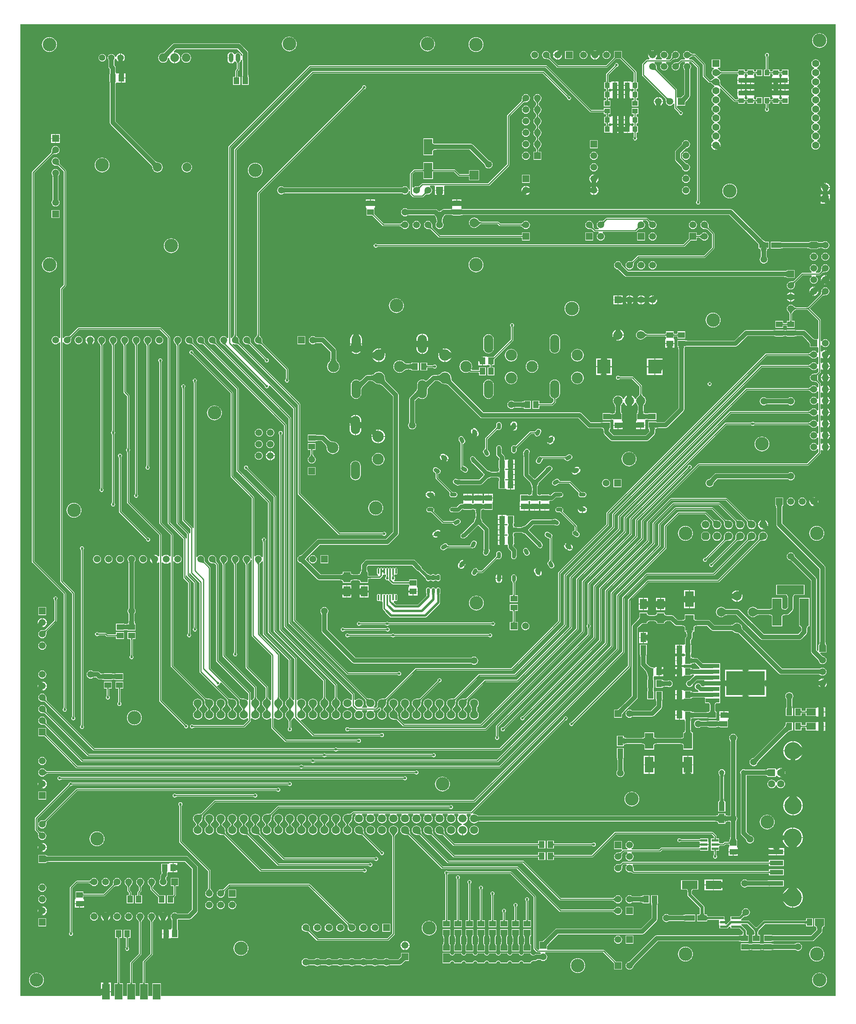
<source format=gtl>
%FSLAX25Y25*%
%MOIN*%
G70*
G01*
G75*
G04 Layer_Physical_Order=1*
G04 Layer_Color=255*
%ADD10R,0.05906X0.05118*%
%ADD11R,0.05118X0.07874*%
%ADD12R,0.05118X0.05906*%
%ADD13R,0.07284X0.13780*%
%ADD14R,0.12047X0.03504*%
%ADD15R,0.33622X0.21063*%
%ADD16R,0.05906X0.08661*%
%ADD17R,0.07874X0.05118*%
G04:AMPARAMS|DCode=18|XSize=35.43mil|YSize=59.06mil|CornerRadius=0mil|HoleSize=0mil|Usage=FLASHONLY|Rotation=150.000|XOffset=0mil|YOffset=0mil|HoleType=Round|Shape=Round|*
%AMOVALD18*
21,1,0.02362,0.03543,0.00000,0.00000,240.0*
1,1,0.03543,0.00591,0.01023*
1,1,0.03543,-0.00591,-0.01023*
%
%ADD18OVALD18*%

G04:AMPARAMS|DCode=19|XSize=35.43mil|YSize=59.06mil|CornerRadius=0mil|HoleSize=0mil|Usage=FLASHONLY|Rotation=120.000|XOffset=0mil|YOffset=0mil|HoleType=Round|Shape=Round|*
%AMOVALD19*
21,1,0.02362,0.03543,0.00000,0.00000,210.0*
1,1,0.03543,0.01023,0.00591*
1,1,0.03543,-0.01023,-0.00591*
%
%ADD19OVALD19*%

G04:AMPARAMS|DCode=20|XSize=35.43mil|YSize=59.06mil|CornerRadius=0mil|HoleSize=0mil|Usage=FLASHONLY|Rotation=30.000|XOffset=0mil|YOffset=0mil|HoleType=Round|Shape=Round|*
%AMOVALD20*
21,1,0.02362,0.03543,0.00000,0.00000,120.0*
1,1,0.03543,0.00591,-0.01023*
1,1,0.03543,-0.00591,0.01023*
%
%ADD20OVALD20*%

G04:AMPARAMS|DCode=21|XSize=35.43mil|YSize=59.06mil|CornerRadius=0mil|HoleSize=0mil|Usage=FLASHONLY|Rotation=60.000|XOffset=0mil|YOffset=0mil|HoleType=Round|Shape=Round|*
%AMOVALD21*
21,1,0.02362,0.03543,0.00000,0.00000,150.0*
1,1,0.03543,0.01023,-0.00591*
1,1,0.03543,-0.01023,0.00591*
%
%ADD21OVALD21*%

%ADD22O,0.05906X0.03543*%
%ADD23O,0.03543X0.05906*%
%ADD24R,0.06600X0.13700*%
%ADD25R,0.11811X0.04409*%
%ADD26R,0.08012X0.05906*%
%ADD27R,0.05906X0.08012*%
%ADD28R,0.04331X0.04724*%
%ADD29R,0.04724X0.04331*%
%ADD30R,0.05906X0.02362*%
%ADD31R,0.03347X0.01969*%
%ADD32R,0.13780X0.07284*%
%ADD33O,0.01417X0.04961*%
%ADD34O,0.02756X0.05118*%
%ADD35C,0.01000*%
%ADD36C,0.03543*%
%ADD37C,0.03937*%
%ADD38C,0.03504*%
%ADD39C,0.02756*%
%ADD40C,0.01969*%
%ADD41C,0.01417*%
%ADD42R,0.05906X0.05906*%
%ADD43C,0.05906*%
%ADD44R,0.05906X0.05906*%
%ADD45C,0.05906*%
%ADD46C,0.06693*%
G04:AMPARAMS|DCode=47|XSize=66.93mil|YSize=66.93mil|CornerRadius=0mil|HoleSize=0mil|Usage=FLASHONLY|Rotation=180.000|XOffset=0mil|YOffset=0mil|HoleType=Round|Shape=Octagon|*
%AMOCTAGOND47*
4,1,8,-0.03347,0.01673,-0.03347,-0.01673,-0.01673,-0.03347,0.01673,-0.03347,0.03347,-0.01673,0.03347,0.01673,0.01673,0.03347,-0.01673,0.03347,-0.03347,0.01673,0.0*
%
%ADD47OCTAGOND47*%

%ADD48C,0.07087*%
%ADD49C,0.15748*%
%ADD50C,0.14961*%
%ADD51C,0.06299*%
%ADD52R,0.06299X0.06299*%
%ADD53C,0.07874*%
%ADD54R,0.07874X0.07874*%
%ADD55R,0.05906X0.05906*%
%ADD56R,0.11811X0.12205*%
%ADD57O,0.08000X0.15748*%
%ADD58C,0.09803*%
%ADD59R,0.23622X0.07874*%
%ADD60R,0.07874X0.23622*%
%ADD61C,0.04724*%
%ADD62C,0.05512*%
%ADD63C,0.07480*%
%ADD64O,0.03937X0.07874*%
%ADD65O,0.03937X0.07874*%
%ADD66C,0.11811*%
%ADD67C,0.02362*%
G36*
X139773Y65465D02*
X139788Y65293D01*
X139813Y65141D01*
X139848Y65009D01*
X139893Y64898D01*
X139948Y64807D01*
X140013Y64736D01*
X140088Y64685D01*
X140173Y64655D01*
X140268Y64645D01*
X138268D01*
X138363Y64655D01*
X138448Y64685D01*
X138523Y64736D01*
X138588Y64807D01*
X138643Y64898D01*
X138688Y65009D01*
X138723Y65141D01*
X138748Y65293D01*
X138763Y65465D01*
X138768Y65657D01*
X139768D01*
X139773Y65465D01*
D02*
G37*
G36*
X159769Y120589D02*
X159268Y120015D01*
X159064Y119742D01*
X158892Y119480D01*
X158751Y119228D01*
X158641Y118985D01*
X158563Y118753D01*
X158516Y118531D01*
X158500Y118318D01*
X157500D01*
X157484Y118531D01*
X157437Y118753D01*
X157359Y118985D01*
X157249Y119228D01*
X157108Y119480D01*
X156936Y119742D01*
X156732Y120015D01*
X156231Y120589D01*
X155933Y120891D01*
X160067D01*
X159769Y120589D01*
D02*
G37*
G36*
X161773Y65465D02*
X161788Y65293D01*
X161813Y65141D01*
X161848Y65009D01*
X161893Y64898D01*
X161948Y64807D01*
X162013Y64736D01*
X162088Y64685D01*
X162173Y64655D01*
X162268Y64645D01*
X160268D01*
X160363Y64655D01*
X160448Y64685D01*
X160523Y64736D01*
X160588Y64807D01*
X160643Y64898D01*
X160688Y65009D01*
X160723Y65141D01*
X160748Y65293D01*
X160763Y65465D01*
X160768Y65657D01*
X161768D01*
X161773Y65465D01*
D02*
G37*
G36*
X150773D02*
X150788Y65293D01*
X150813Y65141D01*
X150848Y65009D01*
X150893Y64898D01*
X150948Y64807D01*
X151013Y64736D01*
X151088Y64685D01*
X151173Y64655D01*
X151268Y64645D01*
X149268D01*
X149363Y64655D01*
X149448Y64685D01*
X149523Y64736D01*
X149588Y64807D01*
X149643Y64898D01*
X149688Y65009D01*
X149723Y65141D01*
X149748Y65293D01*
X149763Y65465D01*
X149768Y65657D01*
X150768D01*
X150773Y65465D01*
D02*
G37*
G36*
X762000Y54000D02*
X176060D01*
Y65161D01*
X168476D01*
Y54000D01*
X165060D01*
Y65161D01*
X162361D01*
X162354Y65178D01*
X162334Y65253D01*
X162317Y65359D01*
X162305Y65495D01*
X162300Y65671D01*
X162279Y65718D01*
Y83349D01*
X168715Y89785D01*
X168935Y90113D01*
X169012Y90500D01*
Y118240D01*
X169031Y118279D01*
X169044Y118456D01*
X169077Y118612D01*
X169137Y118790D01*
X169227Y118988D01*
X169347Y119204D01*
X169500Y119436D01*
X169682Y119679D01*
X170160Y120227D01*
X170446Y120518D01*
X170457Y120543D01*
X170457Y120543D01*
X171009Y121263D01*
X171356Y122101D01*
X171475Y123000D01*
X171356Y123899D01*
X171009Y124737D01*
X170457Y125457D01*
X169737Y126009D01*
X168899Y126356D01*
X168000Y126475D01*
X167101Y126356D01*
X166263Y126009D01*
X165543Y125457D01*
X164991Y124737D01*
X164644Y123899D01*
X164525Y123000D01*
X164644Y122101D01*
X164991Y121263D01*
X165543Y120543D01*
X165543Y120543D01*
X165554Y120518D01*
X165840Y120227D01*
X166318Y119679D01*
X166500Y119436D01*
X166653Y119203D01*
X166773Y118988D01*
X166863Y118790D01*
X166923Y118612D01*
X166956Y118456D01*
X166969Y118279D01*
X166988Y118240D01*
Y90919D01*
X160553Y84483D01*
X160333Y84155D01*
X160256Y83768D01*
Y65718D01*
X160235Y65671D01*
X160231Y65495D01*
X160219Y65359D01*
X160201Y65253D01*
X160182Y65178D01*
X160175Y65161D01*
X157476D01*
Y54000D01*
X154060D01*
Y65161D01*
X151361D01*
X151354Y65178D01*
X151334Y65253D01*
X151317Y65359D01*
X151305Y65495D01*
X151300Y65671D01*
X151279Y65718D01*
Y82349D01*
X158715Y89785D01*
X158935Y90113D01*
X159012Y90500D01*
Y118240D01*
X159031Y118279D01*
X159044Y118456D01*
X159077Y118612D01*
X159137Y118790D01*
X159227Y118988D01*
X159347Y119204D01*
X159500Y119436D01*
X159682Y119679D01*
X160160Y120227D01*
X160446Y120518D01*
X160457Y120543D01*
X160457Y120543D01*
X161009Y121263D01*
X161356Y122101D01*
X161475Y123000D01*
X161356Y123899D01*
X161009Y124737D01*
X160457Y125457D01*
X159737Y126009D01*
X158899Y126356D01*
X158000Y126475D01*
X157101Y126356D01*
X156263Y126009D01*
X155543Y125457D01*
X154991Y124737D01*
X154644Y123899D01*
X154525Y123000D01*
X154644Y122101D01*
X154991Y121263D01*
X155543Y120543D01*
X155543Y120543D01*
X155554Y120518D01*
X155840Y120227D01*
X156318Y119679D01*
X156500Y119436D01*
X156653Y119203D01*
X156773Y118988D01*
X156863Y118790D01*
X156923Y118612D01*
X156956Y118456D01*
X156969Y118279D01*
X156988Y118240D01*
Y90919D01*
X149553Y83483D01*
X149333Y83155D01*
X149256Y82768D01*
Y65718D01*
X149235Y65671D01*
X149231Y65495D01*
X149219Y65359D01*
X149201Y65253D01*
X149182Y65178D01*
X149175Y65161D01*
X146476D01*
Y54000D01*
X143060D01*
Y65161D01*
X140361D01*
X140354Y65178D01*
X140334Y65253D01*
X140317Y65359D01*
X140305Y65495D01*
X140300Y65671D01*
X140279Y65718D01*
Y103998D01*
X140300Y104045D01*
X140305Y104221D01*
X140317Y104357D01*
X140334Y104463D01*
X140354Y104538D01*
X140361Y104555D01*
X142311D01*
Y111445D01*
X136209D01*
Y104555D01*
X138175D01*
X138181Y104538D01*
X138201Y104463D01*
X138219Y104357D01*
X138231Y104221D01*
X138235Y104045D01*
X138256Y103998D01*
Y65718D01*
X138235Y65671D01*
X138231Y65495D01*
X138219Y65359D01*
X138201Y65253D01*
X138182Y65178D01*
X138175Y65161D01*
X135476D01*
Y54000D01*
X132568D01*
Y57524D01*
X124992D01*
Y53882D01*
X124952Y54256D01*
X124834Y54591D01*
X124636Y54886D01*
X124360Y55142D01*
X124004Y55358D01*
X123968Y55373D01*
Y54000D01*
X54000D01*
Y897000D01*
X762000D01*
Y54000D01*
D02*
G37*
G36*
X169769Y120589D02*
X169268Y120015D01*
X169064Y119742D01*
X168892Y119480D01*
X168751Y119228D01*
X168641Y118985D01*
X168563Y118753D01*
X168516Y118531D01*
X168500Y118318D01*
X167500D01*
X167484Y118531D01*
X167437Y118753D01*
X167359Y118985D01*
X167249Y119228D01*
X167108Y119480D01*
X166936Y119742D01*
X166732Y120015D01*
X166231Y120589D01*
X165933Y120891D01*
X170067D01*
X169769Y120589D01*
D02*
G37*
G36*
X140173Y105061D02*
X140088Y105031D01*
X140013Y104980D01*
X139948Y104909D01*
X139893Y104818D01*
X139848Y104707D01*
X139813Y104575D01*
X139788Y104424D01*
X139773Y104252D01*
X139768Y104059D01*
X138768D01*
X138763Y104252D01*
X138748Y104424D01*
X138723Y104575D01*
X138688Y104707D01*
X138643Y104818D01*
X138588Y104909D01*
X138523Y104980D01*
X138448Y105031D01*
X138363Y105061D01*
X138268Y105071D01*
X140268D01*
X140173Y105061D01*
D02*
G37*
%LPC*%
G36*
X511836Y456773D02*
X510937Y456714D01*
X510130Y456316D01*
X509536Y455639D01*
X509246Y454786D01*
X509305Y453887D01*
X509704Y453079D01*
X510381Y452486D01*
X512426Y451305D01*
X513279Y451015D01*
X513634Y450683D01*
Y432746D01*
X513463Y431785D01*
X513439Y431763D01*
X513406Y431761D01*
X513390Y431741D01*
X512901Y431575D01*
X512224Y430982D01*
X511825Y430174D01*
X511766Y429275D01*
X512056Y428422D01*
X513237Y426377D01*
X513831Y425700D01*
X514639Y425301D01*
X515537Y425242D01*
X516390Y425532D01*
X517067Y426126D01*
X517465Y426933D01*
X517524Y427832D01*
X517235Y428685D01*
X516054Y430730D01*
X515773Y431051D01*
X515745Y431160D01*
X515718Y431310D01*
X515683Y431724D01*
X515678Y431968D01*
X515657Y432016D01*
Y451806D01*
X515585Y452167D01*
X515869Y453002D01*
X515810Y453901D01*
X515412Y454709D01*
X514735Y455302D01*
X512689Y456483D01*
X511836Y456773D01*
D02*
G37*
G36*
X502002Y425748D02*
X501681Y425616D01*
X501883Y425265D01*
X501988Y425675D01*
X502002Y425748D01*
D02*
G37*
G36*
X437463Y428150D02*
X435641Y424996D01*
X436040Y424830D01*
X436764Y424735D01*
X437488Y424830D01*
X438162Y425110D01*
X438741Y425554D01*
X439185Y426133D01*
X439628Y426900D01*
X437463Y428150D01*
D02*
G37*
G36*
X505963Y423200D02*
X505717Y423058D01*
X505699Y421494D01*
X504331Y422258D01*
X503797Y421949D01*
X505619Y418795D01*
X505961Y419058D01*
X506406Y419637D01*
X506685Y420311D01*
X506780Y421035D01*
X506685Y421758D01*
X506406Y422433D01*
X505963Y423200D01*
D02*
G37*
G36*
X503281Y422843D02*
X503502Y422461D01*
X503730Y422593D01*
X503281Y422843D01*
D02*
G37*
G36*
X434786Y429696D02*
X434343Y428929D01*
X434064Y428254D01*
X433968Y427531D01*
X434064Y426807D01*
X434343Y426133D01*
X434787Y425554D01*
X435130Y425291D01*
X436951Y428445D01*
X434786Y429696D01*
D02*
G37*
G36*
X160500Y436475D02*
X159601Y436356D01*
X158763Y436009D01*
X158043Y435457D01*
X157491Y434737D01*
X157144Y433899D01*
X157025Y433000D01*
X157144Y432101D01*
X157491Y431263D01*
X158043Y430543D01*
X158763Y429991D01*
X159601Y429644D01*
X160500Y429525D01*
X161399Y429644D01*
X162237Y429991D01*
X162957Y430543D01*
X163509Y431263D01*
X163856Y432101D01*
X163975Y433000D01*
X163856Y433899D01*
X163509Y434737D01*
X162957Y435457D01*
X162237Y436009D01*
X161399Y436356D01*
X160500Y436475D01*
D02*
G37*
G36*
X140500D02*
X139601Y436356D01*
X138763Y436009D01*
X138043Y435457D01*
X137491Y434737D01*
X137144Y433899D01*
X137025Y433000D01*
X137144Y432101D01*
X137491Y431263D01*
X138043Y430543D01*
X138763Y429991D01*
X139601Y429644D01*
X140500Y429525D01*
X141399Y429644D01*
X142237Y429991D01*
X142957Y430543D01*
X143509Y431263D01*
X143856Y432101D01*
X143975Y433000D01*
X143856Y433899D01*
X143509Y434737D01*
X142957Y435457D01*
X142237Y436009D01*
X141399Y436356D01*
X140500Y436475D01*
D02*
G37*
G36*
X170205Y432705D02*
X166552D01*
X166649Y431968D01*
X167047Y431007D01*
X167681Y430181D01*
X168504Y429549D01*
X168433Y430891D01*
X170205D01*
Y432705D01*
D02*
G37*
G36*
X308000Y436475D02*
X307101Y436356D01*
X306263Y436009D01*
X305543Y435457D01*
X304991Y434737D01*
X304644Y433899D01*
X304525Y433000D01*
X304644Y432101D01*
X304991Y431263D01*
X305543Y430543D01*
X306263Y429991D01*
X307101Y429644D01*
X308000Y429525D01*
X308899Y429644D01*
X309737Y429991D01*
X310457Y430543D01*
X311009Y431263D01*
X311356Y432101D01*
X311475Y433000D01*
X311356Y433899D01*
X311009Y434737D01*
X310457Y435457D01*
X309737Y436009D01*
X308899Y436356D01*
X308000Y436475D01*
D02*
G37*
G36*
X437945Y432372D02*
X437222Y432277D01*
X436547Y431997D01*
X435968Y431553D01*
X435524Y430974D01*
X435081Y430207D01*
X437247Y428957D01*
X439068Y432112D01*
X438669Y432277D01*
X437945Y432372D01*
D02*
G37*
G36*
X439579Y431816D02*
X437758Y428662D01*
X439923Y427412D01*
X440366Y428179D01*
X440646Y428853D01*
X440741Y429576D01*
X440646Y430300D01*
X440366Y430974D01*
X439922Y431553D01*
X439579Y431816D01*
D02*
G37*
G36*
X130500Y436475D02*
X129601Y436356D01*
X128763Y436009D01*
X128043Y435457D01*
X127491Y434737D01*
X127144Y433899D01*
X127025Y433000D01*
X127144Y432101D01*
X127491Y431263D01*
X128043Y430543D01*
X128763Y429991D01*
X129601Y429644D01*
X130500Y429525D01*
X131399Y429644D01*
X132237Y429991D01*
X132957Y430543D01*
X133509Y431263D01*
X133856Y432101D01*
X133975Y433000D01*
X133856Y433899D01*
X133509Y434737D01*
X132957Y435457D01*
X132237Y436009D01*
X131399Y436356D01*
X130500Y436475D01*
D02*
G37*
G36*
X120500D02*
X119601Y436356D01*
X118763Y436009D01*
X118043Y435457D01*
X117491Y434737D01*
X117144Y433899D01*
X117025Y433000D01*
X117144Y432101D01*
X117491Y431263D01*
X118043Y430543D01*
X118763Y429991D01*
X119601Y429644D01*
X120500Y429525D01*
X121399Y429644D01*
X122237Y429991D01*
X122957Y430543D01*
X123509Y431263D01*
X123856Y432101D01*
X123975Y433000D01*
X123856Y433899D01*
X123509Y434737D01*
X122957Y435457D01*
X122237Y436009D01*
X121399Y436356D01*
X120500Y436475D01*
D02*
G37*
G36*
X676575Y405933D02*
Y404948D01*
X676778Y404987D01*
X677020Y405062D01*
X677272Y405169D01*
X677532Y405307D01*
X677802Y405477D01*
X678003Y405622D01*
X677568Y405802D01*
X676575Y405933D01*
D02*
G37*
G36*
X394705Y404724D02*
X392071D01*
Y403602D01*
X392057Y403737D01*
X392014Y403858D01*
X391943Y403964D01*
X391843Y404056D01*
X391714Y404134D01*
X391557Y404198D01*
X391371Y404247D01*
X391157Y404283D01*
X391047Y404292D01*
Y401461D01*
X394705D01*
Y404724D01*
D02*
G37*
G36*
X352205Y410468D02*
X348547D01*
Y407587D01*
X348575Y407598D01*
X348929Y407815D01*
X349205Y408071D01*
X349402Y408366D01*
X349520Y408701D01*
X349559Y409075D01*
Y405433D01*
X352205D01*
Y410468D01*
D02*
G37*
G36*
X337205D02*
X333547D01*
Y407587D01*
X333575Y407598D01*
X333929Y407815D01*
X334205Y408071D01*
X334402Y408366D01*
X334520Y408701D01*
X334559Y409075D01*
Y405433D01*
X337205D01*
Y410468D01*
D02*
G37*
G36*
X680909Y402716D02*
X680764Y402515D01*
X680595Y402245D01*
X680457Y401985D01*
X680350Y401733D01*
X680274Y401490D01*
X680235Y401287D01*
X681220D01*
X681089Y402281D01*
X680909Y402716D01*
D02*
G37*
G36*
X676575Y404673D02*
Y401287D01*
X679960D01*
X676575Y404673D01*
D02*
G37*
G36*
X366450Y403027D02*
X366150Y402826D01*
X366118Y402779D01*
X365688Y402460D01*
X365291Y402726D01*
X364823Y402819D01*
X364354Y402726D01*
X363957Y402460D01*
X363692Y402063D01*
X363598Y401594D01*
Y398051D01*
X363692Y397583D01*
X363957Y397185D01*
X364354Y396920D01*
X364823Y396827D01*
X365291Y396920D01*
X365688Y397185D01*
X366118Y396867D01*
X366150Y396819D01*
X366715Y396442D01*
X367087Y396368D01*
Y399823D01*
Y401789D01*
X366673Y401789D01*
X366663Y402069D01*
X366633Y402340D01*
X366583Y402602D01*
X366513Y402857D01*
X366450Y403027D01*
D02*
G37*
G36*
X398953Y404724D02*
X395295D01*
Y401461D01*
X398953D01*
Y404724D01*
D02*
G37*
G36*
X356453Y410468D02*
X352795D01*
Y405433D01*
X353891D01*
Y406531D01*
X354058Y406401D01*
X354286Y406284D01*
X354573Y406182D01*
X354921Y406093D01*
X355329Y406017D01*
X355429Y406007D01*
Y406555D01*
X355443Y406421D01*
X355486Y406300D01*
X355557Y406194D01*
X355657Y406102D01*
X355786Y406024D01*
X355943Y405960D01*
X356006Y405943D01*
X356326Y405908D01*
X356453Y405902D01*
Y410468D01*
D02*
G37*
G36*
X469799Y420398D02*
Y416756D01*
X472300D01*
Y417642D01*
X472204Y418365D01*
X471925Y419039D01*
X471481Y419619D01*
X470902Y420063D01*
X470227Y420342D01*
X469799Y420398D01*
D02*
G37*
G36*
X469209D02*
X468781Y420342D01*
X468106Y420063D01*
X467527Y419619D01*
X467083Y419039D01*
X466804Y418365D01*
X466708Y417642D01*
Y416756D01*
X469209D01*
Y420398D01*
D02*
G37*
G36*
X501169Y425320D02*
X500827Y425057D01*
X500382Y424478D01*
X500103Y423804D01*
X500008Y423080D01*
X500103Y422357D01*
X500382Y421683D01*
X500825Y420916D01*
X502991Y422166D01*
X502275Y423405D01*
X501266Y423968D01*
X501449Y424237D01*
X501613Y424542D01*
X501615Y424548D01*
X501169Y425320D01*
D02*
G37*
G36*
X503286Y421654D02*
X501121Y420404D01*
X501564Y419637D01*
X502008Y419058D01*
X502587Y418614D01*
X503261Y418334D01*
X503985Y418239D01*
X504708Y418334D01*
X505107Y418500D01*
X503286Y421654D01*
D02*
G37*
G36*
X341453Y410468D02*
X337795D01*
Y405433D01*
X340429D01*
Y409075D01*
X340468Y408701D01*
X340587Y408366D01*
X340784Y408071D01*
X341061Y407815D01*
X341416Y407598D01*
X341453Y407583D01*
Y410468D01*
D02*
G37*
G36*
X416831Y408521D02*
X416101Y408376D01*
X415483Y407962D01*
X415221Y407571D01*
X414916Y407499D01*
X414415D01*
X414110Y407571D01*
X413848Y407962D01*
X413230Y408376D01*
X412500Y408521D01*
X411770Y408376D01*
X411152Y407962D01*
X410890Y407571D01*
X410585Y407499D01*
X410084D01*
X409779Y407571D01*
X409517Y407962D01*
X408899Y408376D01*
X408169Y408521D01*
X407440Y408376D01*
X406821Y407962D01*
X406408Y407344D01*
X406262Y406614D01*
Y404252D01*
X406408Y403522D01*
X406501Y403382D01*
X406510Y403304D01*
X406527Y403275D01*
X406538Y403242D01*
X406554Y403171D01*
X406650Y401680D01*
X406652Y401319D01*
X406664Y401292D01*
X398877Y393505D01*
X380123D01*
X378220Y395409D01*
X378264Y396109D01*
X378418Y396531D01*
X378850Y396819D01*
X378882Y396867D01*
X379311Y397185D01*
X379709Y396920D01*
X380177Y396827D01*
X380646Y396920D01*
X381043Y397185D01*
X381308Y397583D01*
X381401Y398051D01*
Y401594D01*
X381308Y402063D01*
X381043Y402460D01*
X380646Y402726D01*
X380177Y402819D01*
X379709Y402726D01*
X379311Y402460D01*
X378882Y402779D01*
X378850Y402826D01*
X378455Y403090D01*
X378415Y402938D01*
X378366Y402677D01*
X378337Y402407D01*
X378327Y402128D01*
X377913Y402128D01*
Y399823D01*
X377323D01*
Y402128D01*
X376909Y402128D01*
X376900Y402407D01*
X376871Y402676D01*
X376824Y402936D01*
X376782Y403091D01*
X376386Y402826D01*
X376355Y402779D01*
X375925Y402460D01*
X375528Y402726D01*
X375059Y402819D01*
X374590Y402726D01*
X374453Y402633D01*
X374193Y402460D01*
X373780D01*
X373366D01*
X373106Y402633D01*
X372969Y402726D01*
X372500Y402819D01*
X372031Y402726D01*
X371894Y402633D01*
X371634Y402460D01*
X371220D01*
X370807D01*
X370547Y402633D01*
X370409Y402726D01*
X369941Y402819D01*
X369473Y402726D01*
X369075Y402460D01*
X368645Y402779D01*
X368614Y402826D01*
X368313Y403027D01*
X368251Y402857D01*
X368181Y402602D01*
X368130Y402340D01*
X368101Y402069D01*
X368091Y401789D01*
X367677Y401789D01*
Y399823D01*
Y396368D01*
X367717Y396376D01*
X368545Y395880D01*
X368717Y395685D01*
Y390059D01*
X368810Y389591D01*
X369075Y389193D01*
X370551Y387718D01*
X370609Y387424D01*
X370936Y386936D01*
X374936Y382936D01*
X374936Y382936D01*
X375424Y382609D01*
X376000Y382495D01*
X405500D01*
X406076Y382609D01*
X406564Y382936D01*
X417895Y394266D01*
X418222Y394755D01*
X418336Y395331D01*
Y401292D01*
X418348Y401319D01*
X418350Y401688D01*
X418380Y402592D01*
X418419Y403008D01*
X418441Y403147D01*
X418462Y403242D01*
X418473Y403275D01*
X418490Y403304D01*
X418499Y403382D01*
X418592Y403522D01*
X418738Y404252D01*
Y406614D01*
X418592Y407344D01*
X418179Y407962D01*
X417560Y408376D01*
X416831Y408521D01*
D02*
G37*
G36*
X472300Y416165D02*
X469799D01*
Y412523D01*
X470227Y412579D01*
X470902Y412858D01*
X471481Y413303D01*
X471925Y413882D01*
X472204Y414556D01*
X472300Y415279D01*
Y416165D01*
D02*
G37*
G36*
X469209D02*
X466708D01*
Y415279D01*
X466804Y414556D01*
X467083Y413882D01*
X467527Y413303D01*
X468106Y412858D01*
X468781Y412579D01*
X469209Y412523D01*
Y416165D01*
D02*
G37*
G36*
X321445Y436445D02*
X314555D01*
Y429555D01*
X321445D01*
Y436445D01*
D02*
G37*
G36*
X699000Y456872D02*
X697998Y456740D01*
X697064Y456353D01*
X696262Y455738D01*
X695647Y454936D01*
X695260Y454002D01*
X695128Y453000D01*
X695130Y452990D01*
X695121Y452970D01*
X695118Y452487D01*
X695065Y451631D01*
X695017Y451274D01*
X694955Y450952D01*
X694881Y450672D01*
X694796Y450435D01*
X694704Y450240D01*
X694607Y450087D01*
X694482Y449939D01*
X694468Y449899D01*
X659581Y415012D01*
X599000D01*
X598613Y414935D01*
X598285Y414715D01*
X581785Y398215D01*
X581565Y397887D01*
X581488Y397500D01*
Y340419D01*
X533086Y292016D01*
X533038Y291998D01*
X532962Y291926D01*
X532899Y291874D01*
X532840Y291830D01*
X532784Y291794D01*
X532732Y291767D01*
X532685Y291746D01*
X532640Y291731D01*
X532598Y291721D01*
X532557Y291716D01*
X532491Y291713D01*
X532457Y291697D01*
X531847Y291576D01*
X531294Y291206D01*
X530924Y290653D01*
X530794Y290000D01*
X530924Y289347D01*
X531294Y288794D01*
X531847Y288424D01*
X532500Y288294D01*
X533153Y288424D01*
X533706Y288794D01*
X534076Y289347D01*
X534198Y289957D01*
X534213Y289991D01*
X534216Y290057D01*
X534221Y290098D01*
X534231Y290140D01*
X534246Y290184D01*
X534267Y290232D01*
X534294Y290284D01*
X534330Y290340D01*
X534373Y290399D01*
X534426Y290462D01*
X534498Y290538D01*
X534516Y290586D01*
X583215Y339285D01*
X583435Y339613D01*
X583512Y340000D01*
Y397081D01*
X599419Y412988D01*
X660000D01*
X660387Y413065D01*
X660715Y413285D01*
X695899Y448468D01*
X695939Y448482D01*
X696087Y448607D01*
X696240Y448704D01*
X696435Y448796D01*
X696672Y448881D01*
X696952Y448955D01*
X697274Y449017D01*
X697631Y449065D01*
X698487Y449118D01*
X698970Y449121D01*
X698990Y449130D01*
X699000Y449128D01*
X700002Y449260D01*
X700936Y449647D01*
X701738Y450262D01*
X702353Y451064D01*
X702740Y451998D01*
X702872Y453000D01*
X702740Y454002D01*
X702353Y454936D01*
X701738Y455738D01*
X700936Y456353D01*
X700002Y456740D01*
X699000Y456872D01*
D02*
G37*
G36*
X689000D02*
X687998Y456740D01*
X687064Y456353D01*
X686262Y455738D01*
X685647Y454936D01*
X685260Y454002D01*
X685128Y453000D01*
X685130Y452990D01*
X685121Y452970D01*
X685118Y452487D01*
X685065Y451631D01*
X685017Y451274D01*
X684955Y450952D01*
X684881Y450672D01*
X684796Y450435D01*
X684704Y450240D01*
X684607Y450087D01*
X684481Y449939D01*
X684468Y449899D01*
X655581Y421012D01*
X598000D01*
X597613Y420935D01*
X597285Y420715D01*
X576785Y400215D01*
X576565Y399887D01*
X576488Y399500D01*
Y352919D01*
X447581Y224012D01*
X223000D01*
X222613Y223935D01*
X222285Y223715D01*
X211326Y212756D01*
X211286Y212744D01*
X211132Y212613D01*
X210969Y212512D01*
X210761Y212415D01*
X210506Y212326D01*
X210205Y212248D01*
X209858Y212183D01*
X209473Y212134D01*
X208553Y212079D01*
X208032Y212076D01*
X208015Y212068D01*
X208000Y212070D01*
X206946Y211932D01*
X205965Y211525D01*
X205122Y210878D01*
X204475Y210035D01*
X204068Y209053D01*
X203930Y208000D01*
X204068Y206946D01*
X204475Y205965D01*
X205122Y205122D01*
X205134Y205113D01*
X205141Y205095D01*
X205507Y204725D01*
X206119Y204035D01*
X206356Y203728D01*
X206555Y203437D01*
X206713Y203169D01*
X206795Y203000D01*
X206713Y202831D01*
X206555Y202563D01*
X206356Y202272D01*
X206119Y201965D01*
X205507Y201275D01*
X205141Y200905D01*
X205134Y200887D01*
X205122Y200878D01*
X204475Y200035D01*
X204068Y199054D01*
X203930Y198000D01*
X204068Y196947D01*
X204475Y195965D01*
X205122Y195122D01*
X205965Y194475D01*
X206946Y194068D01*
X208000Y193930D01*
X209053Y194068D01*
X210035Y194475D01*
X210878Y195122D01*
X211525Y195965D01*
X211932Y196947D01*
X212070Y198000D01*
X211932Y199054D01*
X211525Y200035D01*
X210878Y200878D01*
X210866Y200887D01*
X210859Y200905D01*
X210493Y201275D01*
X209881Y201965D01*
X209644Y202272D01*
X209445Y202563D01*
X209287Y202831D01*
X209205Y203000D01*
X209287Y203169D01*
X209445Y203437D01*
X209644Y203728D01*
X209881Y204035D01*
X210493Y204725D01*
X210859Y205095D01*
X210866Y205113D01*
X210878Y205122D01*
X211525Y205965D01*
X211932Y206946D01*
X212070Y208000D01*
X212068Y208015D01*
X212076Y208032D01*
X212079Y208553D01*
X212134Y209473D01*
X212183Y209858D01*
X212248Y210205D01*
X212326Y210506D01*
X212415Y210761D01*
X212512Y210969D01*
X212613Y211132D01*
X212744Y211286D01*
X212756Y211326D01*
X223419Y221988D01*
X448000D01*
X448387Y222065D01*
X448715Y222285D01*
X578215Y351785D01*
X578435Y352113D01*
X578512Y352500D01*
X578512Y352500D01*
Y399081D01*
X598419Y418988D01*
X656000D01*
X656387Y419065D01*
X656715Y419285D01*
X685899Y448468D01*
X685940Y448482D01*
X686087Y448607D01*
X686240Y448704D01*
X686435Y448796D01*
X686672Y448881D01*
X686952Y448955D01*
X687274Y449017D01*
X687631Y449065D01*
X688487Y449118D01*
X688970Y449121D01*
X688990Y449130D01*
X689000Y449128D01*
X690002Y449260D01*
X690936Y449647D01*
X691738Y450262D01*
X692353Y451064D01*
X692740Y451998D01*
X692872Y453000D01*
X692740Y454002D01*
X692353Y454936D01*
X691738Y455738D01*
X690936Y456353D01*
X690002Y456740D01*
X689000Y456872D01*
D02*
G37*
G36*
X470317Y453453D02*
X468701D01*
Y449795D01*
X471965D01*
Y452016D01*
X470488D01*
X470483Y452441D01*
X469713D01*
X469860Y452476D01*
X469992Y452583D01*
X470108Y452760D01*
X470209Y453008D01*
X470294Y453327D01*
X470317Y453453D01*
D02*
G37*
G36*
X650919Y456839D02*
X647081D01*
X645161Y454919D01*
Y451081D01*
X647081Y449161D01*
X650919D01*
X652839Y451081D01*
Y454919D01*
X650919Y456839D01*
D02*
G37*
G36*
X659000Y456872D02*
X657998Y456740D01*
X657064Y456353D01*
X656262Y455738D01*
X655647Y454936D01*
X655260Y454002D01*
X655128Y453000D01*
X655260Y451998D01*
X655647Y451064D01*
X656262Y450262D01*
X657064Y449647D01*
X657998Y449260D01*
X659000Y449128D01*
X660002Y449260D01*
X660936Y449647D01*
X661738Y450262D01*
X662353Y451064D01*
X662740Y451998D01*
X662872Y453000D01*
X662740Y454002D01*
X662353Y454936D01*
X661738Y455738D01*
X660936Y456353D01*
X660002Y456740D01*
X659000Y456872D01*
D02*
G37*
G36*
X745500Y461929D02*
X744246Y461805D01*
X743040Y461439D01*
X741928Y460845D01*
X740954Y460046D01*
X740155Y459071D01*
X739561Y457960D01*
X739195Y456754D01*
X739071Y455500D01*
X739195Y454246D01*
X739561Y453040D01*
X740155Y451929D01*
X740954Y450954D01*
X741928Y450155D01*
X743040Y449561D01*
X744246Y449195D01*
X745500Y449071D01*
X746754Y449195D01*
X747960Y449561D01*
X749072Y450155D01*
X750046Y450954D01*
X750845Y451929D01*
X751439Y453040D01*
X751805Y454246D01*
X751929Y455500D01*
X751805Y456754D01*
X751439Y457960D01*
X750845Y459071D01*
X750046Y460046D01*
X749072Y460845D01*
X747960Y461439D01*
X746754Y461805D01*
X745500Y461929D01*
D02*
G37*
G36*
X679000Y456872D02*
X677998Y456740D01*
X677064Y456353D01*
X676262Y455738D01*
X675647Y454936D01*
X675260Y454002D01*
X675128Y453000D01*
X675130Y452990D01*
X675121Y452970D01*
X675118Y452487D01*
X675065Y451631D01*
X675017Y451274D01*
X674955Y450952D01*
X674881Y450672D01*
X674796Y450435D01*
X674704Y450240D01*
X674607Y450087D01*
X674481Y449939D01*
X674468Y449899D01*
X654586Y430016D01*
X654538Y429998D01*
X654462Y429926D01*
X654399Y429874D01*
X654340Y429830D01*
X654284Y429794D01*
X654232Y429767D01*
X654184Y429746D01*
X654140Y429731D01*
X654098Y429721D01*
X654057Y429716D01*
X653992Y429713D01*
X653957Y429698D01*
X653347Y429576D01*
X652794Y429206D01*
X652424Y428653D01*
X652294Y428000D01*
X652424Y427347D01*
X652794Y426794D01*
X653347Y426424D01*
X654000Y426294D01*
X654653Y426424D01*
X655206Y426794D01*
X655576Y427347D01*
X655697Y427957D01*
X655713Y427991D01*
X655716Y428057D01*
X655721Y428098D01*
X655731Y428140D01*
X655746Y428184D01*
X655767Y428232D01*
X655794Y428284D01*
X655830Y428340D01*
X655873Y428399D01*
X655926Y428462D01*
X655998Y428538D01*
X656016Y428586D01*
X675899Y448468D01*
X675940Y448482D01*
X676087Y448607D01*
X676240Y448704D01*
X676435Y448796D01*
X676672Y448881D01*
X676952Y448955D01*
X677274Y449017D01*
X677631Y449065D01*
X678487Y449118D01*
X678970Y449121D01*
X678990Y449130D01*
X679000Y449128D01*
X680002Y449260D01*
X680936Y449647D01*
X681738Y450262D01*
X682353Y451064D01*
X682740Y451998D01*
X682872Y453000D01*
X682740Y454002D01*
X682353Y454936D01*
X681738Y455738D01*
X680936Y456353D01*
X680002Y456740D01*
X679000Y456872D01*
D02*
G37*
G36*
X669000D02*
X667998Y456740D01*
X667064Y456353D01*
X666262Y455738D01*
X665647Y454936D01*
X665260Y454002D01*
X665128Y453000D01*
X665130Y452990D01*
X665121Y452970D01*
X665118Y452487D01*
X665065Y451631D01*
X665018Y451274D01*
X664955Y450952D01*
X664881Y450672D01*
X664796Y450435D01*
X664704Y450240D01*
X664607Y450087D01*
X664481Y449939D01*
X664468Y449899D01*
X649086Y434516D01*
X649038Y434498D01*
X648962Y434426D01*
X648899Y434374D01*
X648840Y434330D01*
X648784Y434294D01*
X648732Y434267D01*
X648685Y434246D01*
X648640Y434231D01*
X648598Y434221D01*
X648557Y434216D01*
X648491Y434213D01*
X648457Y434198D01*
X647847Y434076D01*
X647294Y433706D01*
X646924Y433153D01*
X646794Y432500D01*
X646924Y431847D01*
X647294Y431294D01*
X647847Y430924D01*
X648500Y430794D01*
X649153Y430924D01*
X649706Y431294D01*
X650076Y431847D01*
X650198Y432457D01*
X650213Y432491D01*
X650216Y432557D01*
X650221Y432598D01*
X650231Y432640D01*
X650246Y432684D01*
X650267Y432732D01*
X650294Y432784D01*
X650330Y432840D01*
X650373Y432899D01*
X650426Y432962D01*
X650498Y433038D01*
X650516Y433086D01*
X665899Y448468D01*
X665940Y448482D01*
X666087Y448607D01*
X666240Y448704D01*
X666435Y448796D01*
X666672Y448881D01*
X666952Y448955D01*
X667274Y449017D01*
X667631Y449065D01*
X668487Y449118D01*
X668970Y449121D01*
X668990Y449130D01*
X669000Y449128D01*
X670002Y449260D01*
X670936Y449647D01*
X671738Y450262D01*
X672353Y451064D01*
X672740Y451998D01*
X672872Y453000D01*
X672740Y454002D01*
X672353Y454936D01*
X671738Y455738D01*
X670936Y456353D01*
X670002Y456740D01*
X669000Y456872D01*
D02*
G37*
G36*
X419115Y456819D02*
X418765Y456617D01*
X419175Y456512D01*
X419248Y456498D01*
X419115Y456819D01*
D02*
G37*
G36*
X416343Y455219D02*
X415961Y454998D01*
X416093Y454770D01*
X416343Y455219D01*
D02*
G37*
G36*
X698705Y462705D02*
X694655D01*
X694765Y461865D01*
X695203Y460808D01*
X695900Y459900D01*
X696808Y459203D01*
X697865Y458765D01*
X698705Y458655D01*
Y462705D01*
D02*
G37*
G36*
X416580Y458492D02*
X415857Y458397D01*
X415183Y458118D01*
X414416Y457675D01*
X415666Y455509D01*
X416905Y456225D01*
X417468Y457234D01*
X417737Y457051D01*
X418042Y456887D01*
X418048Y456885D01*
X418820Y457331D01*
X418557Y457673D01*
X417978Y458118D01*
X417304Y458397D01*
X416580Y458492D01*
D02*
G37*
G36*
X523142Y478312D02*
X520780D01*
X519896Y478136D01*
X519147Y477636D01*
X518647Y476887D01*
X518471Y476004D01*
X518647Y475121D01*
X519147Y474372D01*
X519896Y473872D01*
X520780Y473696D01*
X522633D01*
X522702Y473665D01*
X522806Y473606D01*
X522919Y473529D01*
X523208Y473290D01*
X523367Y473138D01*
X523415Y473119D01*
X523473Y473061D01*
X523477Y473056D01*
X523478Y473056D01*
X535431Y461103D01*
Y458444D01*
X535410Y458397D01*
X535405Y458195D01*
X535393Y458041D01*
X535381Y457963D01*
X534822Y457926D01*
X534014Y457528D01*
X533421Y456851D01*
X533131Y455998D01*
X533190Y455099D01*
X533588Y454291D01*
X534266Y453698D01*
X536311Y452517D01*
X537164Y452227D01*
X538063Y452286D01*
X538870Y452684D01*
X539464Y453361D01*
X539754Y454214D01*
X539695Y455113D01*
X539296Y455921D01*
X538619Y456514D01*
X537614Y457094D01*
X537592Y457131D01*
X537564Y457193D01*
X537536Y457280D01*
X537511Y457392D01*
X537492Y457528D01*
X537479Y457687D01*
X537475Y457879D01*
X537454Y457927D01*
Y461522D01*
X537377Y461909D01*
X537158Y462238D01*
X525554Y473841D01*
X524957Y474635D01*
X524959Y474648D01*
X525274Y475121D01*
X525450Y476004D01*
X525274Y476887D01*
X524774Y477636D01*
X524025Y478136D01*
X523142Y478312D01*
D02*
G37*
G36*
X415449Y454703D02*
X412295Y452881D01*
X412558Y452539D01*
X413137Y452094D01*
X413811Y451815D01*
X414535Y451720D01*
X415258Y451815D01*
X415933Y452094D01*
X416700Y452537D01*
X416558Y452783D01*
X414994Y452801D01*
X415758Y454169D01*
X415449Y454703D01*
D02*
G37*
G36*
X471965Y458205D02*
X468701D01*
Y454547D01*
X470317D01*
X470294Y454673D01*
X470209Y454992D01*
X470108Y455240D01*
X469992Y455417D01*
X469860Y455524D01*
X469713Y455559D01*
X470483D01*
X470488Y455984D01*
X471965D01*
Y458205D01*
D02*
G37*
G36*
X413904Y457379D02*
X413137Y456937D01*
X412558Y456492D01*
X412114Y455913D01*
X411834Y455239D01*
X411739Y454516D01*
X411834Y453792D01*
X412000Y453393D01*
X415154Y455214D01*
X413904Y457379D01*
D02*
G37*
G36*
X631500Y461929D02*
X630246Y461805D01*
X629040Y461439D01*
X627928Y460845D01*
X626954Y460046D01*
X626155Y459071D01*
X625561Y457960D01*
X625195Y456754D01*
X625071Y455500D01*
X625195Y454246D01*
X625561Y453040D01*
X626155Y451929D01*
X626954Y450954D01*
X627928Y450155D01*
X629040Y449561D01*
X630246Y449195D01*
X631500Y449071D01*
X632754Y449195D01*
X633960Y449561D01*
X635072Y450155D01*
X636046Y450954D01*
X636845Y451929D01*
X637439Y453040D01*
X637805Y454246D01*
X637929Y455500D01*
X637805Y456754D01*
X637439Y457960D01*
X636845Y459071D01*
X636046Y460046D01*
X635072Y460845D01*
X633960Y461439D01*
X632754Y461805D01*
X631500Y461929D01*
D02*
G37*
G36*
X167768Y435886D02*
X167681Y435819D01*
X167614Y435732D01*
X167768Y435886D01*
D02*
G37*
G36*
X175500Y607206D02*
X174847Y607076D01*
X174294Y606706D01*
X173924Y606153D01*
X173794Y605500D01*
X173924Y604847D01*
X174269Y604330D01*
X174283Y604294D01*
X174327Y604246D01*
X174352Y604214D01*
X174375Y604177D01*
X174396Y604135D01*
X174415Y604086D01*
X174432Y604030D01*
X174447Y603966D01*
X174458Y603893D01*
X174465Y603811D01*
X174468Y603707D01*
X174488Y603660D01*
Y464500D01*
X174565Y464113D01*
X174785Y463785D01*
X184488Y454081D01*
Y435938D01*
X183488Y435599D01*
X183319Y435819D01*
X182493Y436453D01*
X181532Y436851D01*
X180795Y436948D01*
Y433000D01*
Y429052D01*
X181532Y429149D01*
X182493Y429547D01*
X183319Y430181D01*
X183488Y430402D01*
X184488Y430062D01*
Y340500D01*
X184565Y340113D01*
X184785Y339785D01*
X213244Y311326D01*
X213256Y311286D01*
X213387Y311132D01*
X213488Y310969D01*
X213585Y310761D01*
X213674Y310506D01*
X213752Y310205D01*
X213817Y309858D01*
X213866Y309473D01*
X213921Y308553D01*
X213924Y308032D01*
X213932Y308015D01*
X213930Y308000D01*
X214068Y306946D01*
X214475Y305965D01*
X215122Y305122D01*
X215134Y305113D01*
X215141Y305095D01*
X215507Y304725D01*
X216119Y304035D01*
X216356Y303728D01*
X216555Y303437D01*
X216713Y303169D01*
X216795Y303000D01*
X216713Y302831D01*
X216555Y302563D01*
X216356Y302272D01*
X216119Y301965D01*
X215507Y301275D01*
X215141Y300905D01*
X215134Y300887D01*
X215122Y300878D01*
X214475Y300035D01*
X214068Y299054D01*
X213930Y298000D01*
X214068Y296947D01*
X214475Y295965D01*
X215122Y295122D01*
X215965Y294475D01*
X216947Y294068D01*
X218000Y293930D01*
X219054Y294068D01*
X220035Y294475D01*
X220878Y295122D01*
X221525Y295965D01*
X221932Y296947D01*
X222070Y298000D01*
X221932Y299054D01*
X221525Y300035D01*
X220878Y300878D01*
X220866Y300887D01*
X220859Y300905D01*
X220493Y301275D01*
X219881Y301965D01*
X219644Y302272D01*
X219445Y302563D01*
X219287Y302831D01*
X219205Y303000D01*
X219287Y303169D01*
X219445Y303437D01*
X219644Y303728D01*
X219881Y304035D01*
X220493Y304725D01*
X220859Y305095D01*
X220866Y305113D01*
X220878Y305122D01*
X221525Y305965D01*
X221932Y306946D01*
X222070Y308000D01*
X221932Y309053D01*
X221525Y310035D01*
X220878Y310878D01*
X220035Y311525D01*
X219054Y311932D01*
X218000Y312070D01*
X217985Y312068D01*
X217968Y312076D01*
X217447Y312079D01*
X216527Y312134D01*
X216142Y312183D01*
X215795Y312248D01*
X215494Y312326D01*
X215239Y312415D01*
X215031Y312512D01*
X214868Y312613D01*
X214714Y312744D01*
X214674Y312756D01*
X186512Y340919D01*
Y431014D01*
X187424Y431246D01*
X187512Y431236D01*
X188043Y430543D01*
X188763Y429991D01*
X189601Y429644D01*
X190500Y429525D01*
X191399Y429644D01*
X192237Y429991D01*
X192957Y430543D01*
X193509Y431263D01*
X193856Y432101D01*
X193975Y433000D01*
X193856Y433899D01*
X193509Y434737D01*
X192957Y435457D01*
X192237Y436009D01*
X191399Y436356D01*
X190500Y436475D01*
X189601Y436356D01*
X188763Y436009D01*
X188043Y435457D01*
X187512Y434764D01*
X187424Y434754D01*
X186512Y434986D01*
Y454500D01*
X186512Y454500D01*
X186435Y454887D01*
X186215Y455215D01*
X186215Y455215D01*
X176512Y464919D01*
Y603660D01*
X176532Y603707D01*
X176535Y603811D01*
X176542Y603893D01*
X176553Y603966D01*
X176568Y604030D01*
X176585Y604086D01*
X176604Y604135D01*
X176625Y604177D01*
X176648Y604214D01*
X176673Y604246D01*
X176717Y604294D01*
X176731Y604330D01*
X177076Y604847D01*
X177206Y605500D01*
X177076Y606153D01*
X176706Y606706D01*
X176153Y607076D01*
X175500Y607206D01*
D02*
G37*
G36*
X170205Y436948D02*
X169471Y436851D01*
X170205Y436192D01*
Y436948D01*
D02*
G37*
G36*
X492463Y442758D02*
X491610Y442468D01*
X490933Y441874D01*
X490535Y441067D01*
X490476Y440168D01*
X490765Y439315D01*
X491946Y437269D01*
X492540Y436592D01*
X493348Y436194D01*
X494246Y436135D01*
X495099Y436425D01*
X495776Y437018D01*
X496175Y437826D01*
X496234Y438725D01*
X495944Y439578D01*
X494763Y441623D01*
X494169Y442300D01*
X493361Y442699D01*
X492463Y442758D01*
D02*
G37*
G36*
X166657Y434052D02*
X166649Y434032D01*
X166552Y433295D01*
X167365D01*
X167236Y433445D01*
X166657Y434052D01*
D02*
G37*
G36*
X469504Y440029D02*
X468621Y439853D01*
X467872Y439353D01*
X467372Y438604D01*
X467196Y437720D01*
Y435867D01*
X467165Y435798D01*
X467106Y435694D01*
X467030Y435581D01*
X466790Y435292D01*
X466638Y435133D01*
X466619Y435085D01*
X466561Y435027D01*
X466557Y435023D01*
X466556Y435022D01*
X454603Y423069D01*
X451944D01*
X451897Y423090D01*
X451695Y423095D01*
X451541Y423107D01*
X451463Y423119D01*
X451426Y423678D01*
X451028Y424486D01*
X450351Y425079D01*
X449498Y425369D01*
X448599Y425310D01*
X447791Y424912D01*
X447198Y424234D01*
X446017Y422189D01*
X445727Y421336D01*
X445786Y420437D01*
X446184Y419630D01*
X446861Y419036D01*
X447714Y418746D01*
X448613Y418805D01*
X449421Y419204D01*
X450014Y419881D01*
X450595Y420886D01*
X450631Y420908D01*
X450693Y420936D01*
X450780Y420964D01*
X450892Y420989D01*
X451028Y421008D01*
X451187Y421021D01*
X451379Y421025D01*
X451427Y421046D01*
X455022D01*
X455409Y421123D01*
X455737Y421342D01*
X467341Y432946D01*
X468135Y433543D01*
X468148Y433542D01*
X468621Y433226D01*
X469504Y433050D01*
X470387Y433226D01*
X471136Y433726D01*
X471636Y434475D01*
X471812Y435358D01*
Y437720D01*
X471636Y438604D01*
X471136Y439353D01*
X470387Y439853D01*
X469504Y440029D01*
D02*
G37*
G36*
X144500Y626475D02*
X143601Y626356D01*
X142763Y626009D01*
X142043Y625457D01*
X141491Y624737D01*
X141144Y623899D01*
X141025Y623000D01*
X141144Y622101D01*
X141491Y621263D01*
X142043Y620543D01*
X142043Y620543D01*
X142054Y620517D01*
X142340Y620227D01*
X142818Y619679D01*
X143000Y619436D01*
X143153Y619204D01*
X143273Y618988D01*
X143363Y618790D01*
X143423Y618612D01*
X143456Y618456D01*
X143469Y618279D01*
X143488Y618240D01*
Y578000D01*
X143565Y577613D01*
X143785Y577285D01*
X146488Y574581D01*
Y529540D01*
X146467Y529493D01*
X146465Y529389D01*
X146458Y529307D01*
X146447Y529234D01*
X146432Y529170D01*
X146415Y529114D01*
X146396Y529065D01*
X146375Y529023D01*
X146352Y528986D01*
X146327Y528954D01*
X146282Y528905D01*
X146269Y528870D01*
X145924Y528353D01*
X145794Y527700D01*
X145924Y527047D01*
X146269Y526530D01*
X146282Y526495D01*
X146327Y526446D01*
X146352Y526414D01*
X146375Y526377D01*
X146396Y526335D01*
X146415Y526286D01*
X146432Y526230D01*
X146447Y526166D01*
X146458Y526093D01*
X146465Y526011D01*
X146467Y525907D01*
X146488Y525860D01*
Y482500D01*
X146565Y482113D01*
X146785Y481785D01*
X174488Y454081D01*
Y435938D01*
X173488Y435599D01*
X173319Y435819D01*
X172493Y436453D01*
X171532Y436851D01*
X170795Y436948D01*
Y433000D01*
Y430891D01*
X172567D01*
X172548Y430855D01*
X172531Y430786D01*
X172517Y430683D01*
X172493Y430377D01*
X172474Y429539D01*
X172493Y429547D01*
X173319Y430181D01*
X173488Y430402D01*
X174488Y430062D01*
Y310500D01*
X174565Y310113D01*
X174785Y309785D01*
X195984Y288586D01*
X196002Y288538D01*
X196074Y288462D01*
X196126Y288399D01*
X196170Y288340D01*
X196206Y288284D01*
X196233Y288232D01*
X196254Y288184D01*
X196269Y288140D01*
X196279Y288098D01*
X196284Y288057D01*
X196287Y287991D01*
X196302Y287957D01*
X196424Y287347D01*
X196794Y286794D01*
X197347Y286424D01*
X198000Y286294D01*
X198653Y286424D01*
X199206Y286794D01*
X199576Y287347D01*
X199706Y288000D01*
X199576Y288653D01*
X199206Y289206D01*
X198653Y289576D01*
X198043Y289697D01*
X198009Y289713D01*
X197943Y289716D01*
X197902Y289721D01*
X197860Y289731D01*
X197816Y289746D01*
X197768Y289767D01*
X197716Y289794D01*
X197660Y289830D01*
X197601Y289873D01*
X197538Y289926D01*
X197462Y289998D01*
X197414Y290016D01*
X176512Y310919D01*
Y430062D01*
X177512Y430402D01*
X177681Y430181D01*
X178507Y429547D01*
X179468Y429149D01*
X180205Y429052D01*
Y433000D01*
Y436948D01*
X179468Y436851D01*
X178507Y436453D01*
X177681Y435819D01*
X177512Y435599D01*
X176512Y435938D01*
Y454500D01*
X176435Y454887D01*
X176215Y455215D01*
X148512Y482919D01*
Y525860D01*
X148532Y525907D01*
X148535Y526011D01*
X148542Y526093D01*
X148553Y526166D01*
X148568Y526230D01*
X148585Y526286D01*
X148604Y526335D01*
X148625Y526377D01*
X148648Y526414D01*
X148673Y526446D01*
X148717Y526495D01*
X148731Y526530D01*
X149076Y527047D01*
X149206Y527700D01*
X149076Y528353D01*
X148731Y528870D01*
X148717Y528905D01*
X148673Y528954D01*
X148648Y528986D01*
X148625Y529023D01*
X148604Y529065D01*
X148585Y529114D01*
X148568Y529170D01*
X148553Y529234D01*
X148542Y529307D01*
X148535Y529389D01*
X148532Y529493D01*
X148512Y529540D01*
Y575000D01*
X148435Y575387D01*
X148215Y575715D01*
X145512Y578419D01*
Y618240D01*
X145531Y618279D01*
X145544Y618456D01*
X145577Y618612D01*
X145637Y618790D01*
X145727Y618988D01*
X145847Y619204D01*
X146000Y619436D01*
X146182Y619679D01*
X146660Y620227D01*
X146946Y620517D01*
X146957Y620543D01*
X146957Y620543D01*
X147509Y621263D01*
X147856Y622101D01*
X147975Y623000D01*
X147856Y623899D01*
X147509Y624737D01*
X146957Y625457D01*
X146237Y626009D01*
X145399Y626356D01*
X144500Y626475D01*
D02*
G37*
G36*
X170205Y435687D02*
X167813Y433295D01*
X170205D01*
Y435687D01*
D02*
G37*
G36*
X471965Y449205D02*
X468701D01*
Y445547D01*
X470321D01*
X470294Y445695D01*
X470209Y446006D01*
X470108Y446248D01*
X469992Y446421D01*
X469860Y446525D01*
X469713Y446559D01*
X471965D01*
Y449205D01*
D02*
G37*
G36*
X448286Y449254D02*
X447387Y449195D01*
X446579Y448796D01*
X445986Y448119D01*
X444805Y446074D01*
X444515Y445221D01*
X444183Y444866D01*
X426246D01*
X425285Y445037D01*
X425263Y445061D01*
X425261Y445094D01*
X425241Y445110D01*
X425075Y445599D01*
X424482Y446276D01*
X423674Y446675D01*
X422775Y446734D01*
X421922Y446444D01*
X419877Y445263D01*
X419200Y444669D01*
X418801Y443861D01*
X418742Y442963D01*
X419032Y442110D01*
X419626Y441433D01*
X420433Y441035D01*
X421332Y440976D01*
X422185Y441265D01*
X424230Y442446D01*
X424551Y442727D01*
X424660Y442755D01*
X424810Y442782D01*
X425224Y442817D01*
X425468Y442822D01*
X425516Y442843D01*
X445306D01*
X445667Y442915D01*
X446502Y442631D01*
X447401Y442690D01*
X448209Y443088D01*
X448802Y443765D01*
X449983Y445811D01*
X450273Y446664D01*
X450214Y447563D01*
X449816Y448370D01*
X449139Y448964D01*
X448286Y449254D01*
D02*
G37*
G36*
X140500Y524509D02*
X139847Y524379D01*
X139294Y524010D01*
X138924Y523456D01*
X138794Y522803D01*
X138924Y522150D01*
X139269Y521633D01*
X139283Y521598D01*
X139327Y521550D01*
X139352Y521517D01*
X139375Y521481D01*
X139396Y521438D01*
X139415Y521390D01*
X139432Y521333D01*
X139447Y521269D01*
X139458Y521196D01*
X139465Y521114D01*
X139468Y521010D01*
X139488Y520963D01*
Y474500D01*
X139565Y474113D01*
X139785Y473785D01*
X162984Y450586D01*
X163002Y450538D01*
X163074Y450462D01*
X163127Y450399D01*
X163170Y450340D01*
X163206Y450284D01*
X163233Y450232D01*
X163254Y450184D01*
X163269Y450140D01*
X163279Y450098D01*
X163284Y450057D01*
X163287Y449992D01*
X163303Y449957D01*
X163424Y449347D01*
X163794Y448794D01*
X164347Y448424D01*
X165000Y448294D01*
X165653Y448424D01*
X166206Y448794D01*
X166576Y449347D01*
X166706Y450000D01*
X166576Y450653D01*
X166206Y451206D01*
X165653Y451576D01*
X165043Y451697D01*
X165008Y451713D01*
X164943Y451716D01*
X164902Y451721D01*
X164860Y451731D01*
X164816Y451746D01*
X164768Y451767D01*
X164716Y451794D01*
X164660Y451830D01*
X164601Y451873D01*
X164538Y451926D01*
X164462Y451998D01*
X164414Y452016D01*
X141512Y474919D01*
Y520963D01*
X141533Y521010D01*
X141535Y521114D01*
X141542Y521196D01*
X141553Y521269D01*
X141568Y521333D01*
X141585Y521390D01*
X141604Y521438D01*
X141625Y521481D01*
X141648Y521517D01*
X141673Y521550D01*
X141718Y521598D01*
X141731Y521633D01*
X142076Y522150D01*
X142206Y522803D01*
X142076Y523456D01*
X141706Y524010D01*
X141153Y524379D01*
X140500Y524509D01*
D02*
G37*
G36*
X528002Y447064D02*
X527526Y446866D01*
X526947Y446422D01*
X526684Y446079D01*
X527547Y445581D01*
X527670Y445831D01*
X527788Y446146D01*
X527891Y446506D01*
X527978Y446909D01*
X528002Y447064D01*
D02*
G37*
G36*
X526389Y445568D02*
X526223Y445169D01*
X526128Y444445D01*
X526223Y443722D01*
X526503Y443047D01*
X526947Y442468D01*
X527526Y442024D01*
X528293Y441581D01*
X529543Y443747D01*
X526389Y445568D01*
D02*
G37*
G36*
X530055Y443451D02*
X528804Y441286D01*
X529571Y440843D01*
X530246Y440564D01*
X530969Y440469D01*
X531693Y440564D01*
X532367Y440843D01*
X532946Y441287D01*
X533209Y441630D01*
X530055Y443451D01*
D02*
G37*
G36*
X528370Y445106D02*
X529838Y444258D01*
X530098Y444707D01*
X528370Y445106D01*
D02*
G37*
G36*
X531878Y445967D02*
X531915Y445733D01*
X532002Y445328D01*
X532104Y444968D01*
X532223Y444651D01*
X532357Y444379D01*
X532506Y444151D01*
X530699Y444568D01*
X530350Y443963D01*
X533504Y442141D01*
X533670Y442541D01*
X533765Y443264D01*
X533670Y443988D01*
X533390Y444662D01*
X532946Y445241D01*
X532367Y445685D01*
X531878Y445967D01*
D02*
G37*
G36*
X675984Y405933D02*
X674991Y405802D01*
X673790Y405304D01*
X672758Y404513D01*
X671967Y403482D01*
X671787Y403047D01*
X672032Y403087D01*
X672342Y403157D01*
X672624Y403244D01*
X672877Y403346D01*
X673102Y403464D01*
X673299Y403598D01*
X673468Y403748D01*
Y401287D01*
X675984D01*
Y405933D01*
D02*
G37*
G36*
X625965Y358953D02*
X622701D01*
Y355295D01*
X625965D01*
Y358953D01*
D02*
G37*
G36*
X73000Y361475D02*
X72101Y361356D01*
X71263Y361009D01*
X70543Y360457D01*
X69991Y359737D01*
X69644Y358899D01*
X69525Y358000D01*
X69644Y357101D01*
X69991Y356263D01*
X70543Y355543D01*
X71263Y354991D01*
X72101Y354644D01*
X73000Y354525D01*
X73899Y354644D01*
X74737Y354991D01*
X75457Y355543D01*
X76009Y356263D01*
X76356Y357101D01*
X76475Y358000D01*
X76356Y358899D01*
X76009Y359737D01*
X75457Y360457D01*
X74737Y361009D01*
X73899Y361356D01*
X73000Y361475D01*
D02*
G37*
G36*
X597547Y364705D02*
X595295D01*
Y360063D01*
X598559D01*
Y362554D01*
X598531Y362542D01*
X598177Y362327D01*
X597901Y362073D01*
X597705Y361779D01*
X597586Y361447D01*
X597547Y361075D01*
Y364705D01*
D02*
G37*
G36*
X594705D02*
X591441D01*
Y360063D01*
X594705D01*
Y364705D01*
D02*
G37*
G36*
X240500Y436475D02*
X239601Y436356D01*
X238763Y436009D01*
X238043Y435457D01*
X237491Y434737D01*
X237144Y433899D01*
X237025Y433000D01*
X237144Y432101D01*
X237491Y431263D01*
X238043Y430543D01*
X238043Y430543D01*
X238054Y430517D01*
X238340Y430227D01*
X238818Y429679D01*
X239000Y429436D01*
X239153Y429204D01*
X239273Y428988D01*
X239363Y428790D01*
X239423Y428612D01*
X239456Y428456D01*
X239469Y428279D01*
X239488Y428240D01*
Y352340D01*
X239468Y352293D01*
X239465Y352189D01*
X239458Y352107D01*
X239447Y352034D01*
X239432Y351970D01*
X239415Y351914D01*
X239396Y351865D01*
X239375Y351823D01*
X239352Y351786D01*
X239327Y351754D01*
X239282Y351706D01*
X239269Y351670D01*
X238924Y351153D01*
X238794Y350500D01*
X238924Y349847D01*
X239294Y349294D01*
X239847Y348924D01*
X240500Y348794D01*
X241153Y348924D01*
X241706Y349294D01*
X242076Y349847D01*
X242206Y350500D01*
X242076Y351153D01*
X241731Y351670D01*
X241718Y351706D01*
X241673Y351754D01*
X241648Y351786D01*
X241625Y351823D01*
X241604Y351865D01*
X241585Y351914D01*
X241568Y351970D01*
X241553Y352034D01*
X241542Y352107D01*
X241535Y352189D01*
X241532Y352293D01*
X241512Y352340D01*
Y428240D01*
X241531Y428279D01*
X241544Y428456D01*
X241577Y428612D01*
X241637Y428790D01*
X241727Y428988D01*
X241847Y429204D01*
X242000Y429436D01*
X242182Y429679D01*
X242660Y430227D01*
X242946Y430517D01*
X242957Y430543D01*
X242957Y430543D01*
X243509Y431263D01*
X243856Y432101D01*
X243975Y433000D01*
X243856Y433899D01*
X243509Y434737D01*
X242957Y435457D01*
X242237Y436009D01*
X241399Y436356D01*
X240500Y436475D01*
D02*
G37*
G36*
X153945Y369811D02*
X147055D01*
Y363709D01*
X149407D01*
X149414Y363691D01*
X149434Y363617D01*
X149451Y363511D01*
X149463Y363375D01*
X149468Y363199D01*
X149488Y363152D01*
Y349840D01*
X149468Y349793D01*
X149465Y349689D01*
X149458Y349607D01*
X149447Y349534D01*
X149432Y349470D01*
X149415Y349414D01*
X149396Y349365D01*
X149375Y349323D01*
X149352Y349286D01*
X149327Y349254D01*
X149283Y349205D01*
X149269Y349170D01*
X148924Y348653D01*
X148794Y348000D01*
X148924Y347347D01*
X149294Y346794D01*
X149847Y346424D01*
X150500Y346294D01*
X151153Y346424D01*
X151706Y346794D01*
X152076Y347347D01*
X152206Y348000D01*
X152076Y348653D01*
X151731Y349170D01*
X151717Y349205D01*
X151673Y349254D01*
X151648Y349286D01*
X151625Y349323D01*
X151604Y349365D01*
X151585Y349414D01*
X151568Y349470D01*
X151553Y349534D01*
X151542Y349607D01*
X151535Y349689D01*
X151532Y349793D01*
X151512Y349840D01*
Y363152D01*
X151532Y363199D01*
X151537Y363375D01*
X151549Y363511D01*
X151566Y363617D01*
X151586Y363691D01*
X151593Y363709D01*
X153945D01*
Y369811D01*
D02*
G37*
G36*
X625965Y354705D02*
X622701D01*
Y351047D01*
X624149D01*
X624147Y351075D01*
X624083Y351429D01*
X624008Y351705D01*
X623921Y351902D01*
X623823Y352020D01*
X623713Y352059D01*
X625965D01*
Y354705D01*
D02*
G37*
G36*
X598051Y358929D02*
X591949D01*
Y351071D01*
D01*
Y351046D01*
X591949Y350653D01*
Y350644D01*
Y350644D01*
X591923Y350580D01*
X591920Y350575D01*
X591949Y350071D01*
X591981D01*
X592007D01*
X592061D01*
X592232D01*
X592245Y350042D01*
X592303Y349828D01*
X592357Y349527D01*
X592491Y347399D01*
Y341760D01*
X592682Y340800D01*
X593226Y339986D01*
X595759Y337453D01*
X596062Y337134D01*
X596516Y336603D01*
X596913Y336077D01*
X597255Y335557D01*
X597541Y335042D01*
X597773Y334535D01*
X597952Y334033D01*
X598079Y333537D01*
X598154Y333047D01*
X598181Y332532D01*
X598183Y332527D01*
X598181Y332521D01*
X598209Y332055D01*
X598492Y332055D01*
X598504Y332026D01*
X598563Y331812D01*
X598617Y331511D01*
X598709Y330053D01*
X598668Y329407D01*
X598620Y329004D01*
X598563Y328688D01*
X598504Y328474D01*
X598492Y328445D01*
X598321D01*
X598267D01*
X598209D01*
X598180Y327941D01*
X598182Y327935D01*
X598209Y327872D01*
Y327872D01*
Y327872D01*
X598209Y327469D01*
Y327445D01*
Y322555D01*
D01*
Y322531D01*
X598209Y322137D01*
Y322128D01*
Y322128D01*
X598182Y322065D01*
X598180Y322059D01*
X598209Y321555D01*
X598241D01*
X598267D01*
X598321D01*
X598492D01*
X598504Y321526D01*
X598563Y321312D01*
X598617Y321011D01*
X598693Y319803D01*
X598668Y319407D01*
X598620Y319004D01*
X598563Y318688D01*
X598504Y318474D01*
X598492Y318445D01*
X598321D01*
X598267D01*
X598209D01*
X598180Y317941D01*
X598182Y317935D01*
X598209Y317872D01*
Y317872D01*
Y317872D01*
X598209Y317469D01*
Y317445D01*
Y311555D01*
X604311D01*
Y317445D01*
D01*
Y317469D01*
X604311Y317863D01*
Y317872D01*
Y317872D01*
X604337Y317935D01*
X604340Y317941D01*
X604311Y318445D01*
X604279D01*
X604252D01*
X604199D01*
X604028D01*
X604015Y318474D01*
X603957Y318688D01*
X603903Y318989D01*
X603827Y320197D01*
X603852Y320593D01*
X603900Y320996D01*
X603957Y321312D01*
X604015Y321526D01*
X604028Y321555D01*
X604199D01*
X604252D01*
X604311D01*
X604340Y322059D01*
X604337Y322065D01*
X604311Y322128D01*
Y322128D01*
Y322128D01*
X604311Y322531D01*
Y322555D01*
Y327445D01*
D01*
Y327469D01*
X604311Y327863D01*
Y327872D01*
Y327872D01*
X604337Y327935D01*
X604340Y327941D01*
X604311Y328445D01*
X604279D01*
X604252D01*
X604199D01*
X604028D01*
X604015Y328474D01*
X603957Y328688D01*
X603903Y328989D01*
X603811Y330447D01*
X603852Y331093D01*
X603866Y331211D01*
X604209Y331479D01*
X605181Y331547D01*
X605181D01*
Y331547D01*
X608445D01*
Y335500D01*
Y338441D01*
X606193D01*
X606303Y338480D01*
X606401Y338598D01*
X606488Y338795D01*
X606563Y339071D01*
X606627Y339425D01*
X606630Y339453D01*
X605181D01*
Y339259D01*
X604311Y338945D01*
X604266D01*
X603893Y338945D01*
X603834Y338973D01*
X603834Y338973D01*
X603556Y338987D01*
X603320Y338999D01*
X602829Y339075D01*
X602333Y339201D01*
X601832Y339380D01*
X601324Y339612D01*
X600810Y339899D01*
X600289Y340241D01*
X599763Y340638D01*
X599232Y341091D01*
X598914Y341394D01*
X597509Y342799D01*
Y347102D01*
X597524Y348034D01*
X597592Y349109D01*
X597640Y349512D01*
X597697Y349828D01*
X597755Y350042D01*
X597768Y350071D01*
X597939D01*
X597993D01*
X598051D01*
X598080Y350575D01*
X598077Y350580D01*
X598051Y350644D01*
Y350644D01*
Y350644D01*
X598051Y351046D01*
Y351071D01*
Y358929D01*
D02*
G37*
G36*
X84500Y400706D02*
X83847Y400576D01*
X83294Y400206D01*
X82924Y399653D01*
X82794Y399000D01*
X82924Y398347D01*
X83269Y397830D01*
X83283Y397795D01*
X83327Y397746D01*
X83352Y397714D01*
X83375Y397677D01*
X83396Y397635D01*
X83415Y397586D01*
X83432Y397530D01*
X83447Y397466D01*
X83458Y397393D01*
X83465Y397311D01*
X83468Y397207D01*
X83488Y397160D01*
Y379919D01*
X75651Y372081D01*
X75609Y372067D01*
X75475Y371952D01*
X75341Y371864D01*
X75173Y371781D01*
X74970Y371705D01*
X74732Y371637D01*
X74459Y371581D01*
X74158Y371537D01*
X73434Y371488D01*
X73026Y371485D01*
X73000Y371475D01*
X73000Y371475D01*
X72101Y371356D01*
X71263Y371009D01*
X70543Y370457D01*
X69991Y369737D01*
X69644Y368899D01*
X69525Y368000D01*
X69644Y367101D01*
X69991Y366263D01*
X70543Y365543D01*
X71263Y364991D01*
X72101Y364644D01*
X73000Y364525D01*
X73899Y364644D01*
X74737Y364991D01*
X75457Y365543D01*
X76009Y366263D01*
X76356Y367101D01*
X76475Y368000D01*
X76475Y368000D01*
X76485Y368026D01*
X76488Y368434D01*
X76538Y369158D01*
X76581Y369459D01*
X76637Y369732D01*
X76705Y369970D01*
X76781Y370173D01*
X76864Y370341D01*
X76952Y370475D01*
X77067Y370609D01*
X77081Y370651D01*
X85215Y378785D01*
X85435Y379113D01*
X85512Y379500D01*
X85512Y379500D01*
Y397160D01*
X85532Y397207D01*
X85535Y397311D01*
X85542Y397393D01*
X85553Y397466D01*
X85568Y397530D01*
X85585Y397586D01*
X85604Y397635D01*
X85625Y397677D01*
X85648Y397714D01*
X85673Y397746D01*
X85717Y397795D01*
X85731Y397830D01*
X86076Y398347D01*
X86206Y399000D01*
X86076Y399653D01*
X85706Y400206D01*
X85153Y400576D01*
X84500Y400706D01*
D02*
G37*
G36*
X462000Y368706D02*
X461347Y368576D01*
X460830Y368231D01*
X460794Y368217D01*
X460746Y368173D01*
X460714Y368148D01*
X460677Y368125D01*
X460635Y368104D01*
X460586Y368085D01*
X460530Y368068D01*
X460466Y368053D01*
X460393Y368042D01*
X460311Y368035D01*
X460207Y368033D01*
X460160Y368012D01*
X379458D01*
X379411Y368033D01*
X379307Y368035D01*
X379225Y368042D01*
X379152Y368053D01*
X379088Y368068D01*
X379032Y368085D01*
X378983Y368104D01*
X378941Y368125D01*
X378904Y368148D01*
X378872Y368173D01*
X378824Y368217D01*
X378788Y368231D01*
X378271Y368576D01*
X377618Y368706D01*
X376965Y368576D01*
X376448Y368231D01*
X376413Y368217D01*
X376364Y368173D01*
X376332Y368148D01*
X376295Y368125D01*
X376253Y368104D01*
X376205Y368085D01*
X376148Y368068D01*
X376084Y368053D01*
X376011Y368042D01*
X375929Y368035D01*
X375825Y368033D01*
X375778Y368012D01*
X339840D01*
X339793Y368033D01*
X339689Y368035D01*
X339607Y368042D01*
X339534Y368053D01*
X339470Y368068D01*
X339414Y368085D01*
X339365Y368104D01*
X339323Y368125D01*
X339286Y368148D01*
X339254Y368173D01*
X339206Y368217D01*
X339170Y368231D01*
X338653Y368576D01*
X338000Y368706D01*
X337347Y368576D01*
X336794Y368206D01*
X336424Y367653D01*
X336294Y367000D01*
X336424Y366347D01*
X336794Y365794D01*
X337347Y365424D01*
X338000Y365294D01*
X338653Y365424D01*
X339170Y365769D01*
X339206Y365782D01*
X339254Y365827D01*
X339286Y365852D01*
X339323Y365875D01*
X339365Y365896D01*
X339414Y365915D01*
X339470Y365932D01*
X339534Y365947D01*
X339607Y365958D01*
X339689Y365965D01*
X339793Y365967D01*
X339840Y365988D01*
X375778D01*
X375825Y365967D01*
X375929Y365965D01*
X376011Y365958D01*
X376084Y365947D01*
X376148Y365932D01*
X376205Y365915D01*
X376253Y365896D01*
X376295Y365875D01*
X376332Y365852D01*
X376364Y365827D01*
X376413Y365782D01*
X376448Y365769D01*
X376965Y365424D01*
X377618Y365294D01*
X378271Y365424D01*
X378788Y365769D01*
X378824Y365782D01*
X378872Y365827D01*
X378904Y365852D01*
X378941Y365875D01*
X378983Y365896D01*
X379032Y365915D01*
X379088Y365932D01*
X379152Y365947D01*
X379225Y365958D01*
X379307Y365965D01*
X379411Y365967D01*
X379458Y365988D01*
X460160D01*
X460207Y365967D01*
X460311Y365965D01*
X460393Y365958D01*
X460466Y365947D01*
X460530Y365932D01*
X460586Y365915D01*
X460635Y365896D01*
X460677Y365875D01*
X460714Y365852D01*
X460746Y365827D01*
X460794Y365782D01*
X460830Y365769D01*
X461347Y365424D01*
X462000Y365294D01*
X462653Y365424D01*
X463206Y365794D01*
X463576Y366347D01*
X463706Y367000D01*
X463576Y367653D01*
X463206Y368206D01*
X462653Y368576D01*
X462000Y368706D01*
D02*
G37*
G36*
X485945Y394311D02*
X479055D01*
Y388209D01*
X481407D01*
X481414Y388192D01*
X481434Y388117D01*
X481451Y388011D01*
X481463Y387875D01*
X481467Y387699D01*
X481488Y387652D01*
Y379002D01*
X481467Y378955D01*
X481463Y378779D01*
X481451Y378643D01*
X481434Y378537D01*
X481414Y378462D01*
X481407Y378445D01*
X479055D01*
Y371555D01*
X485945D01*
Y378445D01*
X483593D01*
X483586Y378462D01*
X483566Y378537D01*
X483549Y378643D01*
X483537Y378779D01*
X483532Y378955D01*
X483512Y379002D01*
Y387652D01*
X483532Y387699D01*
X483537Y387875D01*
X483549Y388011D01*
X483566Y388117D01*
X483586Y388192D01*
X483593Y388209D01*
X485945D01*
Y394311D01*
D02*
G37*
G36*
X492500Y378475D02*
X491601Y378356D01*
X490763Y378009D01*
X490043Y377457D01*
X489491Y376737D01*
X489144Y375899D01*
X489025Y375000D01*
X489144Y374101D01*
X489491Y373263D01*
X490043Y372543D01*
X490763Y371991D01*
X491601Y371644D01*
X492500Y371525D01*
X493399Y371644D01*
X494237Y371991D01*
X494957Y372543D01*
X495509Y373263D01*
X495856Y374101D01*
X495975Y375000D01*
X495856Y375899D01*
X495509Y376737D01*
X494957Y377457D01*
X494237Y378009D01*
X493399Y378356D01*
X492500Y378475D01*
D02*
G37*
G36*
X598559Y369937D02*
X595295D01*
Y365295D01*
X597547D01*
Y368925D01*
X597586Y368553D01*
X597705Y368221D01*
X597901Y367927D01*
X598177Y367673D01*
X598531Y367458D01*
X598559Y367446D01*
Y369937D01*
D02*
G37*
G36*
X594705D02*
X591441D01*
Y365295D01*
X594705D01*
Y369937D01*
D02*
G37*
G36*
X739142Y399516D02*
X730283D01*
Y375909D01*
D01*
Y375894D01*
Y375872D01*
X730283Y375676D01*
X730283Y375570D01*
Y375517D01*
D01*
Y375517D01*
X730281Y375512D01*
X730280Y375510D01*
X730279Y375510D01*
X730279Y375509D01*
X730279Y375508D01*
Y375508D01*
X730276Y375503D01*
X730274Y375500D01*
X730274Y375500D01*
X730274Y375499D01*
X730273Y375498D01*
D01*
X730273Y375498D01*
X730273Y375498D01*
X730273Y375497D01*
X730273Y375497D01*
X730273Y375497D01*
Y375497D01*
X730269Y375491D01*
X730268Y375488D01*
X730267Y375487D01*
X730267Y375487D01*
X730267Y375486D01*
Y375486D01*
X730262Y375477D01*
X730260Y375474D01*
X730260Y375473D01*
X730259Y375472D01*
X730258Y375471D01*
Y375471D01*
X730258Y375470D01*
X730258Y375470D01*
X730258Y375470D01*
X730258Y375470D01*
X730258Y375470D01*
X730260Y375426D01*
X730259Y375423D01*
X730258Y375422D01*
X730258Y375421D01*
X730258Y375421D01*
X730258Y375420D01*
D01*
X730256Y375417D01*
X730256Y375415D01*
X730255Y375415D01*
X730255Y375415D01*
X730255Y375414D01*
Y375414D01*
X730255Y375414D01*
X730255Y375414D01*
X730255Y375414D01*
X730255Y375414D01*
X730255Y375414D01*
X730283Y374909D01*
X730284D01*
X730286D01*
X730288D01*
X730288D01*
X730288D01*
X730292D01*
X730292D01*
X730295D01*
X730297D01*
X730302D01*
X730303D01*
X730308D01*
X730310D01*
X730321D01*
X730323D01*
X730336D01*
X730338D01*
X730374D01*
X730378D01*
X730401D01*
X730488D01*
X730495D01*
X730527D01*
X730684D01*
X730687Y374908D01*
X730687Y374908D01*
X730697Y374903D01*
X730697Y374903D01*
X730704Y374899D01*
X730705Y374898D01*
X730731Y374884D01*
X730731Y374884D01*
X730737Y374883D01*
X731003Y374855D01*
X731003Y374855D01*
X731040Y374851D01*
X731251Y374777D01*
X731436Y374652D01*
X731612Y374462D01*
X731778Y374189D01*
X731925Y373826D01*
X732047Y373372D01*
X732137Y372827D01*
X732193Y372194D01*
X732204Y371762D01*
Y370752D01*
X729461Y368009D01*
X699539D01*
X678561Y388987D01*
X677747Y389530D01*
X676787Y389721D01*
X668083D01*
X667492Y389744D01*
X667158Y389780D01*
X666850Y389830D01*
X666575Y389893D01*
X666334Y389967D01*
X666126Y390051D01*
X665951Y390143D01*
X665808Y390240D01*
X665665Y390367D01*
X665661Y390368D01*
X665659Y390371D01*
X664734Y391081D01*
X663656Y391528D01*
X662500Y391680D01*
X661344Y391528D01*
X660266Y391081D01*
X659341Y390371D01*
X658631Y389446D01*
X658185Y388369D01*
X658033Y387213D01*
X658185Y386056D01*
X658631Y384979D01*
X659341Y384054D01*
X660266Y383344D01*
X661344Y382897D01*
X662500Y382745D01*
X663656Y382897D01*
X664734Y383344D01*
X665659Y384054D01*
X665661Y384057D01*
X665665Y384058D01*
X665808Y384185D01*
X665951Y384282D01*
X666126Y384374D01*
X666334Y384458D01*
X666575Y384532D01*
X666850Y384595D01*
X667151Y384644D01*
X667873Y384704D01*
X675748D01*
X696726Y363726D01*
X697540Y363182D01*
X698500Y362991D01*
X730500D01*
X731460Y363182D01*
X732274Y363726D01*
X736487Y367939D01*
X736487Y367939D01*
X737031Y368753D01*
X737221Y369713D01*
X737221Y369713D01*
Y371762D01*
X737233Y372194D01*
X737288Y372827D01*
X737379Y373372D01*
X737500Y373826D01*
X737648Y374189D01*
X737813Y374462D01*
X737989Y374652D01*
X738174Y374777D01*
X738385Y374851D01*
X738422Y374855D01*
X738422Y374855D01*
X738686Y374883D01*
X738694Y374884D01*
X738694Y374884D01*
X738720Y374898D01*
X738721Y374899D01*
X738728Y374903D01*
X738729Y374903D01*
X738729Y374903D01*
X738738Y374908D01*
X738738Y374908D01*
X738741Y374909D01*
X738741Y374909D01*
X738998D01*
X739039D01*
X739050D01*
X739051D01*
X739051D01*
X739051D01*
X739087D01*
X739089D01*
X739102D01*
X739105D01*
X739112D01*
X739112D01*
X739115D01*
X739120D01*
X739121D01*
X739126D01*
X739127D01*
X739129D01*
X739133D01*
X739134D01*
X739137D01*
X739137D01*
X739139D01*
X739141D01*
X739142Y374909D01*
X739170Y375414D01*
X739170Y375414D01*
X739170Y375414D01*
X739170Y375414D01*
Y375414D01*
X739170Y375414D01*
X739169Y375417D01*
X739167Y375420D01*
Y375420D01*
X739167Y375421D01*
X739166Y375423D01*
X739165Y375426D01*
X739167Y375470D01*
X739167Y375470D01*
X739167Y375470D01*
X739167Y375471D01*
D01*
X739166Y375472D01*
X739162Y375479D01*
X739159Y375486D01*
D01*
X739158Y375487D01*
X739155Y375492D01*
X739152Y375497D01*
Y375497D01*
X739152Y375497D01*
X739152Y375498D01*
X739152Y375498D01*
D01*
X739151Y375499D01*
X739149Y375504D01*
X739146Y375508D01*
Y375508D01*
X739146Y375509D01*
X739144Y375513D01*
X739142Y375517D01*
Y375525D01*
X739142Y375871D01*
Y375894D01*
Y375894D01*
Y399516D01*
D02*
G37*
G36*
X143945Y369811D02*
X137055D01*
Y367853D01*
X137038Y367846D01*
X136963Y367826D01*
X136857Y367809D01*
X136721Y367797D01*
X136545Y367792D01*
X136498Y367771D01*
X129659D01*
X128715Y368715D01*
X128387Y368935D01*
X128000Y369012D01*
X122340D01*
X122293Y369033D01*
X122189Y369035D01*
X122107Y369042D01*
X122034Y369053D01*
X121970Y369068D01*
X121914Y369085D01*
X121865Y369104D01*
X121823Y369125D01*
X121786Y369148D01*
X121754Y369173D01*
X121705Y369217D01*
X121670Y369231D01*
X121153Y369576D01*
X120500Y369706D01*
X119847Y369576D01*
X119294Y369206D01*
X118924Y368653D01*
X118794Y368000D01*
X118924Y367347D01*
X119294Y366794D01*
X119847Y366424D01*
X120500Y366294D01*
X121153Y366424D01*
X121670Y366769D01*
X121705Y366782D01*
X121754Y366827D01*
X121786Y366852D01*
X121823Y366875D01*
X121865Y366896D01*
X121914Y366915D01*
X121970Y366932D01*
X122034Y366947D01*
X122107Y366958D01*
X122189Y366965D01*
X122293Y366968D01*
X122340Y366988D01*
X127581D01*
X128525Y366044D01*
X128853Y365825D01*
X129240Y365748D01*
X136498D01*
X136545Y365727D01*
X136721Y365723D01*
X136857Y365711D01*
X136963Y365693D01*
X137038Y365674D01*
X137055Y365667D01*
Y363709D01*
X143945D01*
Y369811D01*
D02*
G37*
G36*
X611287Y328473D02*
X611287Y328473D01*
X611285Y328472D01*
X611284Y328472D01*
X611283D01*
X611281Y328471D01*
X611269Y328466D01*
X611263Y328463D01*
X611263D01*
X611262Y328463D01*
X611257Y328461D01*
X611254Y328460D01*
X611176Y328462D01*
X611176Y328462D01*
X611174Y328461D01*
X611174Y328460D01*
X611174D01*
X611172Y328459D01*
X611166Y328454D01*
X611162Y328452D01*
X611162D01*
X611161Y328452D01*
X611159Y328450D01*
X611157Y328449D01*
X611157D01*
X611157Y328449D01*
X611157Y328449D01*
X611157Y328448D01*
X611157D01*
X611156Y328448D01*
X611154Y328447D01*
X611153Y328446D01*
D01*
X611153Y328446D01*
X611152Y328445D01*
X611152Y328445D01*
X611136D01*
X611123D01*
X610854Y328445D01*
X610830D01*
X610830D01*
X605689D01*
Y321555D01*
X610791D01*
D01*
X611152Y321555D01*
X611152Y321555D01*
X611153Y321554D01*
X611153Y321554D01*
X611153Y321554D01*
X611153Y321554D01*
X611153Y321554D01*
X611153D01*
X611155Y321553D01*
X611155Y321553D01*
X611156Y321552D01*
X611156Y321552D01*
X611156Y321552D01*
X611157Y321552D01*
D01*
X611157Y321551D01*
X611157Y321551D01*
X611157Y321551D01*
X611157Y321551D01*
X611157Y321551D01*
X611157Y321551D01*
X611157D01*
X611160Y321550D01*
X611160Y321549D01*
X611161Y321549D01*
X611161Y321549D01*
X611162Y321548D01*
X611162Y321548D01*
X611162D01*
X611167Y321544D01*
X611169Y321543D01*
X611170Y321542D01*
X611171Y321542D01*
X611172Y321541D01*
X611174Y321540D01*
X611174D01*
X611175Y321539D01*
X611175Y321539D01*
X611175Y321539D01*
X611176Y321539D01*
X611176Y321538D01*
X611176Y321538D01*
X611254Y321540D01*
X611258Y321539D01*
X611259Y321538D01*
X611260Y321538D01*
X611261Y321537D01*
X611262Y321537D01*
X611263Y321537D01*
X611263D01*
X611272Y321533D01*
X611275Y321531D01*
X611278Y321531D01*
X611280Y321530D01*
X611281Y321529D01*
X611283Y321528D01*
X611284D01*
X611285Y321527D01*
X611286Y321527D01*
X611286Y321527D01*
X611286Y321527D01*
X611287Y321527D01*
X611287Y321527D01*
X611791Y321555D01*
Y321559D01*
Y321569D01*
Y321586D01*
Y321593D01*
Y321607D01*
Y321648D01*
Y321657D01*
Y321673D01*
Y321738D01*
Y321748D01*
Y321764D01*
Y321838D01*
Y321845D01*
Y321859D01*
Y321924D01*
X611792Y321924D01*
X611794Y321927D01*
X611794Y321927D01*
X611798Y321934D01*
X611798Y321934D01*
X611799Y321935D01*
X611801Y321938D01*
X611802Y321939D01*
X611808Y321948D01*
X611808Y321948D01*
X611808Y321949D01*
X611809Y321951D01*
X611809Y321952D01*
X611809Y321953D01*
X611810Y321957D01*
D01*
X611810Y321958D01*
X611811Y321959D01*
X611811Y321961D01*
X611811Y321961D01*
X611812Y321965D01*
X611812D01*
X611812Y321966D01*
X611812Y321968D01*
X611813Y321970D01*
X611813Y321971D01*
X611814Y321976D01*
X611814Y321976D01*
X611814Y321977D01*
X611815Y321981D01*
X611816Y321983D01*
X611816Y321984D01*
X611817Y321991D01*
X611817D01*
X611818Y321992D01*
X611818Y321995D01*
X611819Y321997D01*
X611819Y321998D01*
X611820Y322004D01*
X611820Y322005D01*
X611820Y322006D01*
X611821Y322010D01*
X611822Y322013D01*
X611822Y322014D01*
X611824Y322024D01*
X611829Y322031D01*
X611914Y322094D01*
X612106Y322182D01*
X612401Y322271D01*
X612779Y322348D01*
X614501Y322489D01*
X614638Y322491D01*
X616098D01*
X616755Y322219D01*
X617500Y322121D01*
X618245Y322219D01*
X618939Y322507D01*
X619536Y322964D01*
X619993Y323561D01*
X620281Y324255D01*
X620379Y325000D01*
X620281Y325745D01*
X619993Y326439D01*
X619536Y327036D01*
X618939Y327493D01*
X618245Y327781D01*
X617500Y327879D01*
X616755Y327781D01*
X616098Y327509D01*
X614638D01*
X614496Y327511D01*
X613268Y327587D01*
X612792Y327650D01*
X612401Y327729D01*
X612106Y327818D01*
X611914Y327906D01*
X611829Y327969D01*
X611824Y327976D01*
X611822Y327986D01*
X611822Y327987D01*
X611821Y327990D01*
X611820Y327994D01*
X611820Y327996D01*
Y327996D01*
X611819Y328002D01*
X611819Y328003D01*
X611818Y328005D01*
X611818Y328008D01*
X611817Y328009D01*
X611817Y328009D01*
X611816Y328016D01*
X611816Y328017D01*
X611815Y328019D01*
X611814Y328023D01*
X611814Y328024D01*
X611814Y328024D01*
X611813Y328029D01*
X611813Y328030D01*
X611812Y328032D01*
X611812Y328034D01*
X611812Y328035D01*
X611812D01*
X611811Y328039D01*
X611811Y328039D01*
X611811Y328041D01*
X611810Y328042D01*
X611810Y328043D01*
Y328043D01*
X611809Y328047D01*
X611809Y328048D01*
X611809Y328049D01*
X611808Y328051D01*
X611808Y328052D01*
X611808Y328052D01*
X611801Y328062D01*
X611799Y328065D01*
X611798Y328066D01*
X611798Y328066D01*
X611794Y328073D01*
X611792Y328076D01*
X611791Y328076D01*
Y328245D01*
Y328273D01*
Y328294D01*
Y328334D01*
Y328346D01*
Y328352D01*
Y328368D01*
Y328374D01*
Y328377D01*
Y328398D01*
Y328407D01*
Y328411D01*
Y328422D01*
Y328424D01*
Y328430D01*
Y328440D01*
X611791Y328445D01*
X611287Y328473D01*
D02*
G37*
G36*
X753232Y328386D02*
X753386Y328232D01*
X753319Y328319D01*
X753232Y328386D01*
D02*
G37*
G36*
X73000Y336475D02*
X72101Y336356D01*
X71263Y336009D01*
X70543Y335457D01*
X69991Y334737D01*
X69644Y333899D01*
X69525Y333000D01*
X69644Y332101D01*
X69991Y331263D01*
X70543Y330543D01*
X71263Y329991D01*
X72101Y329644D01*
X73000Y329525D01*
X73899Y329644D01*
X74737Y329991D01*
X75457Y330543D01*
X76009Y331263D01*
X76356Y332101D01*
X76475Y333000D01*
X76356Y333899D01*
X76009Y334737D01*
X75457Y335457D01*
X74737Y336009D01*
X73899Y336356D01*
X73000Y336475D01*
D02*
G37*
G36*
X750795Y329448D02*
Y328636D01*
X750945Y328764D01*
X751552Y329343D01*
X751532Y329351D01*
X750795Y329448D01*
D02*
G37*
G36*
X72705Y326948D02*
X71971Y326851D01*
X72705Y326192D01*
Y326948D01*
D02*
G37*
G36*
X754351Y326529D02*
X753692Y325795D01*
X754448D01*
X754351Y326529D01*
D02*
G37*
G36*
X115000Y336475D02*
X114101Y336356D01*
X113263Y336009D01*
X112543Y335457D01*
X111991Y334737D01*
X111644Y333899D01*
X111525Y333000D01*
X111644Y332101D01*
X111991Y331263D01*
X112543Y330543D01*
X113263Y329991D01*
X114101Y329644D01*
X115000Y329525D01*
X115899Y329644D01*
X116737Y329991D01*
X117282Y330409D01*
X118842Y330491D01*
X119961D01*
X120986Y329466D01*
X121800Y328922D01*
X122760Y328731D01*
X123587D01*
X124518Y328716D01*
X125593Y328648D01*
X125996Y328600D01*
X126312Y328543D01*
X126526Y328485D01*
X126555Y328472D01*
Y328301D01*
Y328248D01*
Y328189D01*
X127059Y328160D01*
X127065Y328163D01*
X127128Y328189D01*
X127128D01*
X127128D01*
X127531Y328189D01*
X127555D01*
X132445D01*
D01*
X132469D01*
X132863Y328189D01*
X132872D01*
X132872D01*
X132935Y328163D01*
X132941Y328160D01*
X133445Y328189D01*
Y328221D01*
Y328248D01*
Y328301D01*
Y328472D01*
X133474Y328485D01*
X133688Y328543D01*
X133989Y328597D01*
X135197Y328673D01*
X135593Y328648D01*
X135996Y328600D01*
X136312Y328543D01*
X136526Y328485D01*
X136555Y328472D01*
Y328301D01*
Y328248D01*
Y328189D01*
X137059Y328160D01*
X137065Y328163D01*
X137128Y328189D01*
X137128D01*
X137128D01*
X137531Y328189D01*
X137555D01*
X143445D01*
Y334291D01*
X137555D01*
D01*
X137531D01*
X137137Y334291D01*
X137128D01*
X137128D01*
X137065Y334318D01*
X137059Y334320D01*
X136555Y334291D01*
Y334259D01*
Y334233D01*
Y334179D01*
Y334008D01*
X136526Y333996D01*
X136312Y333937D01*
X136011Y333883D01*
X134803Y333807D01*
X134407Y333832D01*
X134004Y333880D01*
X133688Y333937D01*
X133474Y333996D01*
X133445Y334008D01*
Y334179D01*
Y334233D01*
Y334291D01*
X132941Y334320D01*
X132935Y334318D01*
X132872Y334291D01*
X132872D01*
X132872D01*
X132469Y334291D01*
X132445D01*
X127555D01*
D01*
X127531D01*
X127137Y334291D01*
X127128D01*
X127128D01*
X127065Y334318D01*
X127059Y334320D01*
X126555Y334291D01*
Y334259D01*
Y334233D01*
Y334179D01*
Y334008D01*
X126526Y333996D01*
X126312Y333937D01*
X126011Y333883D01*
X123883Y333749D01*
X123799D01*
X122774Y334774D01*
X121960Y335318D01*
X121000Y335509D01*
X118356D01*
X117649Y335525D01*
X117375Y335546D01*
X117332Y335553D01*
X116737Y336009D01*
X115899Y336356D01*
X115000Y336475D01*
D02*
G37*
G36*
X701571Y337032D02*
X686205D01*
X686221Y336995D01*
X686437Y336639D01*
X686693Y336363D01*
X686988Y336165D01*
X687323Y336047D01*
X687697Y336007D01*
X684055D01*
Y325795D01*
X700547D01*
Y329437D01*
X700586Y329063D01*
X700705Y328728D01*
X700902Y328433D01*
X701179Y328177D01*
X701534Y327961D01*
X701571Y327946D01*
Y337032D01*
D02*
G37*
G36*
X625965Y344705D02*
X622701D01*
Y341047D01*
X625965D01*
Y344705D01*
D02*
G37*
G36*
X612299Y339453D02*
X610851D01*
X610853Y339425D01*
X610917Y339071D01*
X610992Y338795D01*
X611079Y338598D01*
X611177Y338480D01*
X611287Y338441D01*
X609035D01*
Y335795D01*
X611287D01*
Y338441D01*
X611327Y338256D01*
X611445Y338091D01*
X611642Y337945D01*
X611917Y337819D01*
X612271Y337712D01*
X612299Y337706D01*
Y339453D01*
D02*
G37*
G36*
X624150Y348953D02*
X622701D01*
Y345295D01*
X625965D01*
Y347941D01*
X623713D01*
X623823Y347980D01*
X623921Y348098D01*
X624008Y348295D01*
X624083Y348571D01*
X624147Y348925D01*
X624150Y348953D01*
D02*
G37*
G36*
X318000Y391475D02*
X317101Y391356D01*
X316263Y391009D01*
X315543Y390457D01*
X314991Y389737D01*
X314644Y388899D01*
X314525Y388000D01*
X314644Y387101D01*
X314991Y386263D01*
X315409Y385718D01*
X315491Y384158D01*
Y371000D01*
X315682Y370040D01*
X316226Y369226D01*
X342226Y343226D01*
X343040Y342682D01*
X344000Y342491D01*
X444644D01*
X445351Y342475D01*
X445625Y342454D01*
X445668Y342447D01*
X446263Y341991D01*
X447101Y341644D01*
X448000Y341525D01*
X448899Y341644D01*
X449737Y341991D01*
X450457Y342543D01*
X451009Y343263D01*
X451356Y344101D01*
X451475Y345000D01*
X451356Y345899D01*
X451009Y346737D01*
X450457Y347457D01*
X449737Y348009D01*
X448899Y348356D01*
X448000Y348475D01*
X447101Y348356D01*
X446263Y348009D01*
X445718Y347591D01*
X444159Y347509D01*
X345039D01*
X320509Y372039D01*
Y384644D01*
X320525Y385350D01*
X320547Y385625D01*
X320553Y385668D01*
X321009Y386263D01*
X321356Y387101D01*
X321475Y388000D01*
X321356Y388899D01*
X321009Y389737D01*
X320457Y390457D01*
X319737Y391009D01*
X318899Y391356D01*
X318000Y391475D01*
D02*
G37*
G36*
X622701Y333294D02*
Y331547D01*
X624148D01*
X624147Y331575D01*
X624083Y331929D01*
X624008Y332205D01*
X623921Y332402D01*
X623823Y332520D01*
X623713Y332559D01*
X623673Y332744D01*
X623555Y332909D01*
X623358Y333055D01*
X623083Y333182D01*
X622728Y333288D01*
X622701Y333294D01*
D02*
G37*
G36*
X611287Y335205D02*
X609035D01*
Y331547D01*
X612299D01*
Y333294D01*
X612271Y333288D01*
X611917Y333182D01*
X611642Y333055D01*
X611445Y332909D01*
X611327Y332744D01*
X611287Y332559D01*
Y335205D01*
D02*
G37*
G36*
X624276Y339453D02*
X622701D01*
Y337706D01*
X622728Y337712D01*
X623083Y337819D01*
X623358Y337945D01*
X623555Y338091D01*
X623673Y338256D01*
X623713Y338441D01*
Y335795D01*
X625964D01*
Y338429D01*
X624201D01*
X624218Y338450D01*
X624233Y338512D01*
X624247Y338615D01*
X624269Y338947D01*
X624276Y339453D01*
D02*
G37*
G36*
X625964Y335205D02*
X623713D01*
Y332559D01*
X625964D01*
Y335205D01*
D02*
G37*
G36*
X373000Y373706D02*
X372347Y373576D01*
X371830Y373231D01*
X371795Y373218D01*
X371746Y373173D01*
X371714Y373148D01*
X371677Y373125D01*
X371635Y373104D01*
X371586Y373085D01*
X371530Y373068D01*
X371466Y373053D01*
X371393Y373042D01*
X371311Y373035D01*
X371207Y373032D01*
X371160Y373012D01*
X335840D01*
X335793Y373032D01*
X335689Y373035D01*
X335607Y373042D01*
X335534Y373053D01*
X335470Y373068D01*
X335414Y373085D01*
X335365Y373104D01*
X335323Y373125D01*
X335286Y373148D01*
X335254Y373173D01*
X335206Y373218D01*
X335170Y373231D01*
X334653Y373576D01*
X334000Y373706D01*
X333347Y373576D01*
X332794Y373206D01*
X332424Y372653D01*
X332294Y372000D01*
X332424Y371347D01*
X332794Y370794D01*
X333347Y370424D01*
X334000Y370294D01*
X334653Y370424D01*
X335170Y370769D01*
X335206Y370782D01*
X335254Y370827D01*
X335286Y370852D01*
X335323Y370875D01*
X335365Y370896D01*
X335414Y370915D01*
X335470Y370932D01*
X335534Y370947D01*
X335607Y370958D01*
X335689Y370965D01*
X335793Y370968D01*
X335840Y370988D01*
X371160D01*
X371207Y370968D01*
X371311Y370965D01*
X371393Y370958D01*
X371466Y370947D01*
X371530Y370932D01*
X371586Y370915D01*
X371635Y370896D01*
X371677Y370875D01*
X371714Y370852D01*
X371746Y370827D01*
X371795Y370782D01*
X371830Y370769D01*
X372347Y370424D01*
X373000Y370294D01*
X373653Y370424D01*
X374206Y370794D01*
X374576Y371347D01*
X374706Y372000D01*
X374576Y372653D01*
X374206Y373206D01*
X373653Y373576D01*
X373000Y373706D01*
D02*
G37*
G36*
X482496Y419950D02*
X481613Y419774D01*
X480864Y419274D01*
X480364Y418525D01*
X480188Y417642D01*
Y415279D01*
X480364Y414396D01*
X480864Y413647D01*
X481125Y413473D01*
X481132Y413457D01*
X481174Y413440D01*
X481390Y413296D01*
X481406Y413247D01*
X481428Y413140D01*
X481463Y412787D01*
X481467Y412569D01*
X481488Y412522D01*
Y402348D01*
X481467Y402301D01*
X481463Y402128D01*
X481451Y401995D01*
X481434Y401891D01*
X481414Y401818D01*
X481405Y401796D01*
X481397Y401791D01*
X479055D01*
Y395689D01*
X485945D01*
Y401791D01*
X483603D01*
X483595Y401796D01*
X483586Y401818D01*
X483566Y401891D01*
X483549Y401995D01*
X483537Y402128D01*
X483532Y402301D01*
X483512Y402348D01*
Y412525D01*
X483533Y412573D01*
X483537Y412799D01*
X483550Y412983D01*
X483570Y413135D01*
X483594Y413251D01*
X483610Y413302D01*
X483833Y413450D01*
X483871Y413466D01*
X483876Y413479D01*
X484128Y413647D01*
X484628Y414396D01*
X484804Y415279D01*
Y417642D01*
X484628Y418525D01*
X484128Y419274D01*
X483379Y419774D01*
X482496Y419950D01*
D02*
G37*
G36*
X609705Y399433D02*
X606047D01*
Y396548D01*
X606084Y396563D01*
X606439Y396779D01*
X606716Y397035D01*
X606913Y397331D01*
X607032Y397665D01*
X607071Y398039D01*
Y394398D01*
X609705D01*
Y399433D01*
D02*
G37*
G36*
X598953D02*
X595295D01*
Y394398D01*
X597941D01*
Y398039D01*
X597980Y397665D01*
X598098Y397331D01*
X598295Y397035D01*
X598571Y396779D01*
X598925Y396563D01*
X598953Y396552D01*
Y399433D01*
D02*
G37*
G36*
X681220Y400697D02*
X676575D01*
Y396051D01*
X677568Y396182D01*
X678769Y396679D01*
X679801Y397471D01*
X680592Y398502D01*
X681089Y399703D01*
X681220Y400697D01*
D02*
G37*
G36*
X638618Y398039D02*
X635295D01*
Y390445D01*
X639642D01*
Y395889D01*
X639605Y395874D01*
X639250Y395657D01*
X638973Y395402D01*
X638776Y395106D01*
X638657Y394772D01*
X638618Y394398D01*
Y398039D01*
D02*
G37*
G36*
X609705Y393807D02*
X607071D01*
Y390165D01*
X607032Y390539D01*
X606913Y390874D01*
X606716Y391169D01*
X606439Y391425D01*
X606084Y391642D01*
X606047Y391657D01*
Y388772D01*
X609705D01*
Y393807D01*
D02*
G37*
G36*
X594705Y399433D02*
X591047D01*
Y394398D01*
X594705D01*
Y399433D01*
D02*
G37*
G36*
X634705Y398039D02*
X631382D01*
Y394398D01*
X631343Y394772D01*
X631224Y395106D01*
X631027Y395402D01*
X630750Y395657D01*
X630395Y395874D01*
X630358Y395889D01*
Y390445D01*
X634705D01*
Y398039D01*
D02*
G37*
G36*
X639642Y406224D02*
X635295D01*
Y398630D01*
X638618D01*
Y402272D01*
X638657Y401898D01*
X638776Y401563D01*
X638973Y401268D01*
X639250Y401012D01*
X639605Y400795D01*
X639642Y400780D01*
Y406224D01*
D02*
G37*
G36*
X353891Y404843D02*
X352795D01*
Y399807D01*
X356453D01*
Y404341D01*
X355906Y404300D01*
X355786Y404252D01*
X355657Y404174D01*
X355557Y404082D01*
X355486Y403976D01*
X355443Y403855D01*
X355429Y403721D01*
Y404265D01*
X355329Y404258D01*
X354921Y404183D01*
X354573Y404094D01*
X354286Y403991D01*
X354058Y403875D01*
X353891Y403745D01*
Y404843D01*
D02*
G37*
G36*
X352205D02*
X349559D01*
Y401201D01*
X349520Y401575D01*
X349402Y401909D01*
X349205Y402205D01*
X348929Y402461D01*
X348575Y402677D01*
X348547Y402689D01*
Y399807D01*
X352205D01*
Y404843D01*
D02*
G37*
G36*
X337205D02*
X334559D01*
Y401201D01*
X334520Y401575D01*
X334402Y401909D01*
X334205Y402205D01*
X333929Y402461D01*
X333575Y402677D01*
X333547Y402689D01*
Y399807D01*
X337205D01*
Y404843D01*
D02*
G37*
G36*
X675984Y400697D02*
X673468D01*
Y398236D01*
X673299Y398386D01*
X673102Y398520D01*
X672877Y398638D01*
X672624Y398740D01*
X672342Y398827D01*
X672032Y398898D01*
X671787Y398937D01*
X671967Y398502D01*
X672758Y397471D01*
X673790Y396679D01*
X674991Y396182D01*
X675984Y396051D01*
Y400697D01*
D02*
G37*
G36*
X613953Y399433D02*
X610295D01*
Y394398D01*
X612941D01*
Y398039D01*
X612980Y397665D01*
X613098Y397331D01*
X613295Y397035D01*
X613571Y396779D01*
X613925Y396563D01*
X613953Y396552D01*
Y399433D01*
D02*
G37*
G36*
X340429Y404843D02*
X337795D01*
Y399807D01*
X341453D01*
Y402692D01*
X341416Y402677D01*
X341061Y402461D01*
X340784Y402205D01*
X340587Y401909D01*
X340468Y401575D01*
X340429Y401201D01*
Y404843D01*
D02*
G37*
G36*
X634705Y406224D02*
X630358D01*
Y400780D01*
X630395Y400795D01*
X630750Y401012D01*
X631027Y401268D01*
X631224Y401563D01*
X631343Y401898D01*
X631382Y402272D01*
Y398630D01*
X634705D01*
Y406224D01*
D02*
G37*
G36*
X69808Y377705D02*
X69052D01*
X69149Y376971D01*
X69808Y377705D01*
D02*
G37*
G36*
X150500Y436475D02*
X149601Y436356D01*
X148763Y436009D01*
X148043Y435457D01*
X147491Y434737D01*
X147144Y433899D01*
X147025Y433000D01*
X147144Y432101D01*
X147491Y431263D01*
X147909Y430718D01*
X147991Y429158D01*
Y391356D01*
X147975Y390650D01*
X147953Y390375D01*
X147947Y390332D01*
X147491Y389737D01*
X147144Y388899D01*
X147025Y388000D01*
X147144Y387101D01*
X147491Y386263D01*
X147947Y385668D01*
X147953Y385625D01*
X147975Y385350D01*
X147991Y384644D01*
Y380138D01*
X147989Y379996D01*
X147914Y378768D01*
X147850Y378293D01*
X147771Y377902D01*
X147682Y377606D01*
X147594Y377414D01*
X147531Y377329D01*
X147524Y377325D01*
X147448Y377308D01*
X147424Y377291D01*
X147055D01*
Y377008D01*
X147026Y376996D01*
X146812Y376937D01*
X146511Y376883D01*
X145303Y376807D01*
X144907Y376832D01*
X144504Y376880D01*
X144188Y376937D01*
X143974Y376996D01*
X143945Y377008D01*
Y377179D01*
Y377233D01*
Y377291D01*
X143441Y377320D01*
X143435Y377318D01*
X143372Y377291D01*
X143372D01*
X143372D01*
X142969Y377291D01*
X142945D01*
X137055D01*
Y371189D01*
X142945D01*
D01*
X142969D01*
X143363Y371189D01*
X143372D01*
X143372D01*
X143435Y371163D01*
X143441Y371160D01*
X143945Y371189D01*
Y371221D01*
Y371248D01*
Y371301D01*
Y371472D01*
X143974Y371485D01*
X144188Y371543D01*
X144489Y371597D01*
X145697Y371673D01*
X146093Y371649D01*
X146496Y371600D01*
X146812Y371543D01*
X147026Y371485D01*
X147055Y371472D01*
Y371301D01*
Y371248D01*
Y371189D01*
X147559Y371160D01*
X147565Y371163D01*
X147628Y371189D01*
X147628D01*
X147628D01*
X148031Y371189D01*
X148055D01*
X153945D01*
Y376291D01*
D01*
X153945Y376330D01*
Y376525D01*
X153945Y376601D01*
Y376609D01*
Y376627D01*
Y376629D01*
Y376650D01*
Y376651D01*
Y376652D01*
Y376652D01*
X153945Y376652D01*
X153946Y376653D01*
X153946Y376653D01*
X153946Y376653D01*
Y376653D01*
X153947Y376654D01*
X153948Y376656D01*
X153948Y376656D01*
X153948Y376657D01*
D01*
X153948Y376657D01*
X153949Y376657D01*
X153949Y376657D01*
X153949Y376657D01*
Y376657D01*
X153950Y376659D01*
X153952Y376661D01*
X153952Y376662D01*
X153952Y376662D01*
Y376662D01*
X153954Y376665D01*
X153959Y376672D01*
X153959Y376672D01*
X153960Y376674D01*
Y376674D01*
X153961Y376674D01*
X153962Y376676D01*
X153962Y376676D01*
X153962Y376676D01*
X153960Y376754D01*
X153961Y376757D01*
X153963Y376762D01*
X153963Y376762D01*
X153963Y376763D01*
Y376763D01*
X153966Y376769D01*
X153971Y376781D01*
X153971Y376781D01*
X153972Y376784D01*
Y376784D01*
X153972Y376785D01*
X153973Y376787D01*
X153973Y376787D01*
X153973Y376787D01*
X153945Y377291D01*
X153941D01*
X153931D01*
X153914D01*
X153907D01*
X153893D01*
X153862D01*
X153852D01*
X153852D01*
X153846D01*
X153833D01*
X153794D01*
X153773D01*
X153743D01*
X153576D01*
X153573Y377293D01*
X153573Y377294D01*
X153566Y377299D01*
X153566Y377299D01*
X153562Y377301D01*
X153561Y377302D01*
X153552Y377308D01*
X153552Y377308D01*
X153551Y377308D01*
X153549Y377309D01*
X153548Y377309D01*
X153547Y377309D01*
X153543Y377310D01*
D01*
X153542Y377310D01*
X153541Y377311D01*
X153539Y377311D01*
X153539Y377311D01*
X153535Y377312D01*
Y377312D01*
X153534Y377312D01*
X153532Y377312D01*
X153530Y377313D01*
X153529Y377313D01*
X153524Y377314D01*
X153524Y377314D01*
X153523Y377314D01*
X153519Y377315D01*
X153517Y377316D01*
X153516Y377316D01*
X153509Y377317D01*
Y377317D01*
X153508Y377318D01*
X153505Y377318D01*
X153503Y377319D01*
X153502Y377319D01*
X153496Y377320D01*
X153496Y377320D01*
X153494Y377321D01*
X153490Y377322D01*
X153487Y377322D01*
X153486Y377322D01*
X153475Y377325D01*
X153469Y377329D01*
X153406Y377414D01*
X153318Y377606D01*
X153229Y377902D01*
X153152Y378279D01*
X153011Y380002D01*
X153009Y380138D01*
Y384158D01*
X153091Y385718D01*
X153509Y386263D01*
X153856Y387101D01*
X153975Y388000D01*
X153856Y388899D01*
X153509Y389737D01*
X153091Y390282D01*
X153009Y391842D01*
Y429644D01*
X153025Y430350D01*
X153047Y430625D01*
X153053Y430668D01*
X153509Y431263D01*
X153856Y432101D01*
X153975Y433000D01*
X153856Y433899D01*
X153509Y434737D01*
X152957Y435457D01*
X152237Y436009D01*
X151399Y436356D01*
X150500Y436475D01*
D02*
G37*
G36*
X72705Y381948D02*
X71968Y381851D01*
X71007Y381453D01*
X70181Y380819D01*
X69547Y379993D01*
X69149Y379032D01*
X69052Y378295D01*
X72705D01*
Y381948D01*
D02*
G37*
G36*
X464500Y378706D02*
X463847Y378576D01*
X463330Y378231D01*
X463295Y378218D01*
X463246Y378173D01*
X463214Y378148D01*
X463177Y378125D01*
X463135Y378104D01*
X463086Y378085D01*
X463030Y378068D01*
X462966Y378053D01*
X462893Y378042D01*
X462811Y378035D01*
X462707Y378032D01*
X462660Y378012D01*
X374340D01*
X374293Y378032D01*
X374189Y378035D01*
X374107Y378042D01*
X374034Y378053D01*
X373970Y378068D01*
X373914Y378085D01*
X373865Y378104D01*
X373823Y378125D01*
X373786Y378148D01*
X373754Y378173D01*
X373706Y378218D01*
X373670Y378231D01*
X373153Y378576D01*
X372500Y378706D01*
X371847Y378576D01*
X371330Y378231D01*
X371294Y378218D01*
X371246Y378173D01*
X371214Y378148D01*
X371177Y378125D01*
X371135Y378104D01*
X371086Y378085D01*
X371030Y378068D01*
X370966Y378053D01*
X370893Y378042D01*
X370811Y378035D01*
X370707Y378032D01*
X370660Y378012D01*
X349840D01*
X349793Y378032D01*
X349689Y378035D01*
X349607Y378042D01*
X349534Y378053D01*
X349470Y378068D01*
X349414Y378085D01*
X349365Y378104D01*
X349323Y378125D01*
X349286Y378148D01*
X349254Y378173D01*
X349205Y378218D01*
X349170Y378231D01*
X348653Y378576D01*
X348000Y378706D01*
X347347Y378576D01*
X346794Y378206D01*
X346424Y377653D01*
X346294Y377000D01*
X346424Y376347D01*
X346794Y375794D01*
X347347Y375424D01*
X348000Y375294D01*
X348653Y375424D01*
X349170Y375769D01*
X349205Y375782D01*
X349254Y375827D01*
X349286Y375852D01*
X349323Y375875D01*
X349365Y375896D01*
X349414Y375915D01*
X349470Y375932D01*
X349534Y375947D01*
X349607Y375958D01*
X349689Y375965D01*
X349793Y375968D01*
X349840Y375988D01*
X370660D01*
X370707Y375968D01*
X370811Y375965D01*
X370893Y375958D01*
X370966Y375947D01*
X371030Y375932D01*
X371086Y375915D01*
X371135Y375896D01*
X371177Y375875D01*
X371214Y375852D01*
X371246Y375827D01*
X371294Y375782D01*
X371330Y375769D01*
X371847Y375424D01*
X372500Y375294D01*
X373153Y375424D01*
X373670Y375769D01*
X373706Y375782D01*
X373754Y375827D01*
X373786Y375852D01*
X373823Y375875D01*
X373865Y375896D01*
X373914Y375915D01*
X373970Y375932D01*
X374034Y375947D01*
X374107Y375958D01*
X374189Y375965D01*
X374293Y375968D01*
X374340Y375988D01*
X462660D01*
X462707Y375968D01*
X462811Y375965D01*
X462893Y375958D01*
X462966Y375947D01*
X463030Y375932D01*
X463086Y375915D01*
X463135Y375896D01*
X463177Y375875D01*
X463214Y375852D01*
X463246Y375827D01*
X463295Y375782D01*
X463330Y375769D01*
X463847Y375424D01*
X464500Y375294D01*
X465153Y375424D01*
X465706Y375794D01*
X466076Y376347D01*
X466206Y377000D01*
X466076Y377653D01*
X465706Y378206D01*
X465153Y378576D01*
X464500Y378706D01*
D02*
G37*
G36*
X76948Y377705D02*
X73295D01*
Y374052D01*
X74032Y374149D01*
X74993Y374547D01*
X75819Y375181D01*
X76453Y376007D01*
X76851Y376968D01*
X76948Y377705D01*
D02*
G37*
G36*
X72705Y374865D02*
X72555Y374736D01*
X71948Y374157D01*
X71968Y374149D01*
X72705Y374052D01*
Y374865D01*
D02*
G37*
G36*
Y377705D02*
X70313D01*
X72705Y375313D01*
Y377705D01*
D02*
G37*
G36*
X70114Y375268D02*
X70181Y375181D01*
X70268Y375114D01*
X70114Y375268D01*
D02*
G37*
G36*
X597941Y393807D02*
X595295D01*
Y388772D01*
X598953D01*
Y391653D01*
X598925Y391642D01*
X598571Y391425D01*
X598295Y391169D01*
X598098Y390874D01*
X597980Y390539D01*
X597941Y390165D01*
Y393807D01*
D02*
G37*
G36*
X594705D02*
X591047D01*
Y388772D01*
X594705D01*
Y393807D01*
D02*
G37*
G36*
X735008Y410933D02*
X710401D01*
Y402075D01*
X718665D01*
X718712Y402049D01*
X719024Y402016D01*
X719236Y401941D01*
X719424Y401816D01*
X719601Y401626D01*
X719767Y401354D01*
X719915Y400991D01*
X720038Y400537D01*
X720128Y399992D01*
X720184Y399360D01*
X720196Y398926D01*
Y391244D01*
X718673Y389721D01*
X718668D01*
X718232Y389733D01*
X717598Y389789D01*
X717051Y389879D01*
X716595Y390002D01*
X716231Y390150D01*
X715958Y390317D01*
X715767Y390494D01*
X715641Y390682D01*
X715566Y390894D01*
X715533Y391206D01*
X715520Y391231D01*
Y399516D01*
X706661D01*
Y391231D01*
X706648Y391206D01*
X706615Y390894D01*
X706539Y390682D01*
X706414Y390494D01*
X706223Y390317D01*
X705949Y390150D01*
X705585Y390002D01*
X705129Y389879D01*
X704583Y389789D01*
X703948Y389733D01*
X703513Y389721D01*
X695642D01*
X695051Y389744D01*
X694717Y389780D01*
X694409Y389830D01*
X694134Y389893D01*
X693893Y389967D01*
X693685Y390051D01*
X693510Y390143D01*
X693367Y390240D01*
X693224Y390367D01*
X693220Y390368D01*
X693218Y390371D01*
X692293Y391081D01*
X691215Y391528D01*
X690059Y391680D01*
X688903Y391528D01*
X687825Y391081D01*
X686900Y390371D01*
X686190Y389446D01*
X685744Y388369D01*
X685592Y387213D01*
X685744Y386056D01*
X686190Y384979D01*
X686900Y384054D01*
X687825Y383344D01*
X688903Y382897D01*
X690059Y382745D01*
X691215Y382897D01*
X692293Y383344D01*
X693218Y384054D01*
X693220Y384057D01*
X693224Y384058D01*
X693367Y384185D01*
X693510Y384282D01*
X693685Y384374D01*
X693893Y384458D01*
X694134Y384532D01*
X694409Y384595D01*
X694710Y384644D01*
X695432Y384704D01*
X703513D01*
X703948Y384692D01*
X704583Y384636D01*
X705129Y384546D01*
X705585Y384423D01*
X705949Y384275D01*
X706223Y384108D01*
X706414Y383931D01*
X706539Y383744D01*
X706615Y383531D01*
X706648Y383220D01*
X706661Y383195D01*
Y374909D01*
X715520D01*
Y383195D01*
X715533Y383220D01*
X715566Y383531D01*
X715641Y383744D01*
X715767Y383931D01*
X715958Y384108D01*
X716231Y384275D01*
X716595Y384423D01*
X717051Y384546D01*
X717598Y384636D01*
X718232Y384692D01*
X718668Y384704D01*
X719713D01*
X720673Y384895D01*
X721487Y385439D01*
X724479Y388431D01*
X725023Y389245D01*
X725213Y390205D01*
X725213Y390205D01*
Y398926D01*
X725225Y399360D01*
X725281Y399992D01*
X725371Y400537D01*
X725494Y400991D01*
X725642Y401354D01*
X725808Y401626D01*
X725985Y401816D01*
X726173Y401941D01*
X726386Y402016D01*
X726697Y402049D01*
X726745Y402075D01*
X735008D01*
Y410933D01*
D02*
G37*
G36*
X612941Y393807D02*
X610295D01*
Y388772D01*
X613953D01*
Y391653D01*
X613925Y391642D01*
X613571Y391425D01*
X613295Y391169D01*
X613098Y390874D01*
X612980Y390539D01*
X612941Y390165D01*
Y393807D01*
D02*
G37*
G36*
X613445Y386720D02*
X606555D01*
Y385916D01*
X606541Y385891D01*
X606509Y385579D01*
X606433Y385367D01*
X606308Y385179D01*
X606117Y385002D01*
X605843Y384835D01*
X605479Y384687D01*
X605023Y384564D01*
X604477Y384474D01*
X603842Y384418D01*
X603407Y384406D01*
X601594D01*
X601160Y384418D01*
X600528Y384474D01*
X599983Y384564D01*
X599529Y384687D01*
X599166Y384835D01*
X598894Y385001D01*
X598703Y385178D01*
X598578Y385366D01*
X598503Y385579D01*
X598470Y385890D01*
X598445Y385938D01*
Y386720D01*
X591555D01*
Y384654D01*
X591554Y384653D01*
X591555Y384647D01*
Y382829D01*
X591416Y382505D01*
X591113Y381973D01*
X590714Y381393D01*
X589598Y380060D01*
X589176Y379622D01*
X585726Y376172D01*
X585182Y375358D01*
X584991Y374398D01*
Y314539D01*
X575419Y304967D01*
X574032Y303678D01*
X573364Y303143D01*
X572757Y302720D01*
X572277Y302445D01*
X570555D01*
D01*
X570413Y302445D01*
X570413D01*
X570391Y302454D01*
X570377Y302460D01*
X570373Y302462D01*
X569555Y302445D01*
X569555D01*
Y302367D01*
Y302340D01*
Y302133D01*
Y302102D01*
Y302021D01*
Y301973D01*
X569555Y300973D01*
Y295555D01*
X574973D01*
X575973Y295555D01*
X575973D01*
X576445D01*
Y295555D01*
X576462Y296373D01*
X576445Y296413D01*
Y296413D01*
X576445Y296555D01*
Y298277D01*
X576720Y298757D01*
X577139Y299358D01*
X578339Y300775D01*
X578799Y301252D01*
X589274Y311726D01*
X589818Y312540D01*
X590009Y313500D01*
X590009Y313500D01*
Y373358D01*
X591215Y374564D01*
X592702Y375953D01*
X593405Y376522D01*
X594032Y376966D01*
X594221Y377075D01*
X596120D01*
X596121Y377074D01*
X596127Y377075D01*
X596179D01*
X596209Y377060D01*
X596254Y377075D01*
X598445D01*
Y377858D01*
X598470Y377905D01*
X598503Y378217D01*
X598578Y378429D01*
X598703Y378617D01*
X598894Y378794D01*
X599166Y378960D01*
X599529Y379109D01*
X599983Y379231D01*
X600528Y379322D01*
X601160Y379377D01*
X601594Y379389D01*
X603407D01*
X603842Y379377D01*
X604477Y379322D01*
X605023Y379231D01*
X605479Y379108D01*
X605843Y378960D01*
X606117Y378793D01*
X606308Y378616D01*
X606433Y378429D01*
X606509Y378216D01*
X606541Y377905D01*
X606555Y377880D01*
Y377075D01*
X613445D01*
Y377858D01*
X613471Y377905D01*
X613503Y378217D01*
X613578Y378429D01*
X613703Y378617D01*
X613894Y378794D01*
X614166Y378960D01*
X614529Y379109D01*
X614983Y379231D01*
X615528Y379322D01*
X616160Y379377D01*
X616594Y379389D01*
X618563D01*
X622061Y375891D01*
X622874Y375347D01*
X623835Y375157D01*
X627718D01*
X628153Y375145D01*
X628788Y375089D01*
X629334Y374998D01*
X629790Y374876D01*
X630154Y374728D01*
X630428Y374561D01*
X630619Y374384D01*
X630744Y374196D01*
X630820Y373984D01*
X630853Y373673D01*
X630866Y373647D01*
Y371284D01*
D01*
X630866Y371264D01*
Y371039D01*
X630866Y370909D01*
Y370906D01*
Y370902D01*
Y370899D01*
Y370897D01*
Y370897D01*
Y370897D01*
X630864Y370894D01*
X630863Y370890D01*
X630862Y370890D01*
D01*
X630860Y370886D01*
X630857Y370881D01*
X630857Y370880D01*
Y370880D01*
X630856Y370879D01*
X630856Y370879D01*
X630856Y370879D01*
Y370879D01*
X630854Y370875D01*
X630851Y370870D01*
X630850Y370869D01*
Y370869D01*
X630847Y370863D01*
X630843Y370856D01*
X630842Y370855D01*
Y370855D01*
X630842Y370854D01*
X630842Y370854D01*
X630842Y370854D01*
X630844Y370803D01*
X630844Y370803D01*
X630844Y370802D01*
X630844Y370802D01*
Y370802D01*
X630844Y370802D01*
X630843Y370800D01*
X630842Y370797D01*
X630841Y370797D01*
D01*
X630841Y370796D01*
X630840Y370793D01*
X630838Y370789D01*
X630838Y370788D01*
Y370788D01*
X630838D01*
X630838Y370788D01*
X630838Y370788D01*
X630838Y370788D01*
X630866Y370284D01*
X630867D01*
X630870D01*
X630872D01*
X630878D01*
X630878D01*
X630882D01*
X630883D01*
X630887D01*
X630887D01*
X630889D01*
X630896D01*
X630898D01*
X630912D01*
X630912D01*
X630912D01*
X630915D01*
X630929D01*
X630968D01*
X630980D01*
X631020D01*
X631261D01*
X631264Y370282D01*
X631264Y370282D01*
X631272Y370277D01*
X631272Y370277D01*
X631279Y370273D01*
X631280Y370273D01*
X631304Y370259D01*
X631304Y370259D01*
X631305Y370259D01*
X631309Y370258D01*
X631311Y370258D01*
X631311Y370258D01*
X631323Y370257D01*
X631323Y370257D01*
X631323Y370257D01*
X631326Y370256D01*
X631326Y370256D01*
X631327Y370256D01*
X631334Y370255D01*
Y370255D01*
X631335Y370255D01*
X631346Y370254D01*
X631349Y370253D01*
X631351Y370253D01*
X631380Y370250D01*
X631380Y370250D01*
X631381Y370250D01*
X631389Y370249D01*
X631392Y370248D01*
X631394Y370248D01*
X631418Y370245D01*
X631418D01*
X631422Y370244D01*
X631452Y370241D01*
X631543Y370229D01*
X631543Y370229D01*
X631544Y370229D01*
X631544Y370229D01*
X631544Y370229D01*
X631545Y370229D01*
X631547Y370229D01*
X631548Y370229D01*
X631695Y370167D01*
X631837Y370055D01*
X631983Y369869D01*
X632125Y369593D01*
X632253Y369224D01*
X632356Y368771D01*
X632483Y367565D01*
X632491Y367189D01*
Y366039D01*
X631966Y365514D01*
X631422Y364700D01*
X631231Y363740D01*
Y361414D01*
X631216Y360482D01*
X631148Y359407D01*
X631134Y359289D01*
X630791Y359021D01*
X629819Y358953D01*
X629819D01*
Y358953D01*
X626555D01*
Y355000D01*
Y352059D01*
X628807D01*
X628697Y352020D01*
X628599Y351902D01*
X628512Y351705D01*
X628437Y351429D01*
X628373Y351075D01*
X628370Y351047D01*
X629819D01*
Y351061D01*
X630064Y351201D01*
X631024Y350920D01*
X631217Y350555D01*
X631216Y350482D01*
X631148Y349407D01*
X631134Y349289D01*
X630791Y349021D01*
X629819Y348953D01*
X629819D01*
Y348953D01*
X628371D01*
X628373Y348925D01*
X628437Y348571D01*
X628512Y348295D01*
X628599Y348098D01*
X628697Y347980D01*
X628807Y347941D01*
X626555D01*
Y345000D01*
Y341047D01*
X629819D01*
Y341242D01*
X629819Y341242D01*
X630689Y341555D01*
X630819Y341555D01*
X635791D01*
D01*
X636169Y341555D01*
X636170Y341554D01*
X636170Y341554D01*
X636171Y341554D01*
X636171Y341554D01*
X636171Y341554D01*
X636171Y341554D01*
X636171D01*
X636172Y341553D01*
X636172Y341553D01*
X636172Y341553D01*
X636172Y341553D01*
X636172Y341553D01*
X636172Y341553D01*
X636172D01*
X636174Y341552D01*
X636174Y341552D01*
X636175Y341551D01*
X636176Y341551D01*
X636176Y341551D01*
X636177Y341550D01*
D01*
X636177Y341550D01*
X636177Y341550D01*
X636177Y341550D01*
X636177Y341550D01*
X636177Y341550D01*
X636177Y341550D01*
X636177D01*
X636178Y341550D01*
X636178Y341550D01*
X636178Y341550D01*
X636178Y341549D01*
X636178Y341549D01*
X636178Y341549D01*
X636178D01*
X636178Y341549D01*
X636178D01*
X636178Y341549D01*
X636178Y341549D01*
X636178D01*
X636178Y341549D01*
X636178D01*
X636179Y341549D01*
X636179Y341549D01*
X636180Y341548D01*
X636180Y341548D01*
X636180Y341548D01*
X636181Y341548D01*
D01*
X636181Y341548D01*
X636181Y341548D01*
X636181Y341548D01*
X636181Y341548D01*
X636181D01*
X636181Y341548D01*
D01*
X636184Y341546D01*
X636184Y341546D01*
X636186Y341545D01*
X636187Y341544D01*
X636187Y341544D01*
X636188Y341544D01*
Y341544D01*
X636189Y341543D01*
X636189Y341543D01*
X636189Y341543D01*
X636189Y341543D01*
X636189Y341543D01*
X636189Y341543D01*
X636189D01*
X636195Y341539D01*
X636196Y341539D01*
X636199Y341537D01*
X636201Y341536D01*
X636201Y341535D01*
X636204Y341534D01*
X636204D01*
X636204Y341533D01*
X636204Y341533D01*
X636205Y341533D01*
X636205Y341533D01*
X636205Y341533D01*
X636206Y341533D01*
X636266Y341535D01*
X636270Y341534D01*
X636271Y341533D01*
X636272Y341533D01*
X636272Y341533D01*
X636273Y341532D01*
D01*
X636279Y341530D01*
X636282Y341529D01*
X636283Y341528D01*
X636284Y341528D01*
X636286Y341527D01*
X636286D01*
X636286Y341527D01*
X636287Y341527D01*
X636287Y341527D01*
X636287Y341527D01*
X636287Y341527D01*
X636791Y341555D01*
Y341557D01*
Y341562D01*
Y341564D01*
Y341573D01*
Y341574D01*
Y341576D01*
Y341577D01*
Y341581D01*
Y341583D01*
Y341594D01*
Y341594D01*
Y341617D01*
Y341622D01*
Y341638D01*
Y341691D01*
Y341698D01*
Y341720D01*
Y341811D01*
Y341819D01*
Y341840D01*
Y341941D01*
X636794Y341945D01*
X636794Y341945D01*
X636799Y341954D01*
X636799Y341954D01*
X636803Y341960D01*
X636804Y341961D01*
X636814Y341978D01*
X636814Y341978D01*
X636814Y341978D01*
X636814Y341981D01*
X636814Y341982D01*
X636814Y341982D01*
X636815Y341988D01*
X636815Y341988D01*
X636815Y341989D01*
X636816Y341991D01*
X636816Y341992D01*
X636816Y341993D01*
X636817Y341998D01*
X636817Y341998D01*
X636817Y341999D01*
X636818Y342004D01*
X636818Y342006D01*
X636818Y342007D01*
X636820Y342018D01*
X636820Y342018D01*
X636820Y342019D01*
X636821Y342025D01*
X636822Y342028D01*
X636822Y342029D01*
X636824Y342044D01*
Y342044D01*
X636824Y342044D01*
X636825Y342050D01*
X636825Y342053D01*
X636826Y342054D01*
X636828Y342068D01*
X636828Y342068D01*
X636828Y342070D01*
X636830Y342080D01*
X636831Y342087D01*
X636831Y342089D01*
X636835Y342117D01*
X636835Y342117D01*
X636835Y342117D01*
X636837Y342121D01*
X636838Y342122D01*
X636844Y342134D01*
X636844Y342134D01*
X636844Y342135D01*
X636848Y342142D01*
X636849Y342144D01*
X636863Y342171D01*
X636939Y342248D01*
X637094Y342345D01*
X637337Y342446D01*
X637668Y342538D01*
X638075Y342612D01*
X639153Y342704D01*
X639605Y342712D01*
X640052D01*
X643882Y338882D01*
X644023Y338788D01*
X643719Y337788D01*
X639605D01*
X639146Y337796D01*
X638576Y337830D01*
X638082Y337886D01*
X637668Y337962D01*
X637337Y338054D01*
X637094Y338155D01*
X636939Y338252D01*
X636863Y338329D01*
X636849Y338356D01*
X636848Y338358D01*
X636845Y338365D01*
X636844Y338366D01*
X636844Y338366D01*
X636838Y338379D01*
X636837Y338379D01*
X636835Y338383D01*
X636835Y338383D01*
X636835Y338383D01*
X636831Y338411D01*
X636831Y338413D01*
X636830Y338420D01*
X636828Y338430D01*
X636828Y338432D01*
X636828Y338432D01*
X636826Y338446D01*
X636825Y338447D01*
X636825Y338450D01*
X636824Y338456D01*
X636824Y338456D01*
D01*
X636822Y338471D01*
X636822Y338472D01*
X636821Y338475D01*
X636820Y338481D01*
X636820Y338482D01*
X636820Y338482D01*
X636818Y338493D01*
X636818Y338494D01*
X636818Y338496D01*
X636817Y338501D01*
X636817Y338502D01*
X636817D01*
X636816Y338507D01*
X636816Y338508D01*
X636816Y338509D01*
X636815Y338511D01*
X636815Y338512D01*
Y338512D01*
X636814Y338518D01*
X636814Y338518D01*
X636814Y338520D01*
X636814Y338522D01*
X636814Y338522D01*
X636814Y338523D01*
X636810Y338528D01*
X636803Y338540D01*
X636800Y338545D01*
X636799Y338546D01*
X636799Y338546D01*
X636798Y338549D01*
X636794Y338556D01*
X636792Y338559D01*
X636791Y338559D01*
Y338775D01*
Y338811D01*
Y338827D01*
Y338866D01*
Y338879D01*
Y338883D01*
Y338891D01*
Y338892D01*
Y338895D01*
Y338902D01*
Y338903D01*
Y338912D01*
Y338913D01*
Y338918D01*
Y338925D01*
Y338927D01*
Y338933D01*
Y338934D01*
Y338938D01*
Y338943D01*
X636791Y338945D01*
X636287Y338973D01*
X636287Y338973D01*
X636286Y338973D01*
X636286Y338973D01*
X636286D01*
X636285Y338972D01*
X636278Y338969D01*
X636273Y338968D01*
X636273D01*
X636273Y338967D01*
X636269Y338966D01*
X636267Y338965D01*
X636206Y338967D01*
X636205Y338967D01*
X636204Y338966D01*
X636204Y338966D01*
D01*
X636202Y338965D01*
X636194Y338960D01*
X636189Y338957D01*
X636189D01*
X636189Y338957D01*
X636188Y338957D01*
X636188Y338956D01*
X636188D01*
X636187Y338956D01*
X636183Y338954D01*
X636181Y338952D01*
X636181D01*
X636181Y338952D01*
X636181Y338952D01*
X636181Y338952D01*
D01*
X636180Y338952D01*
X636179Y338951D01*
X636179Y338951D01*
X636179D01*
X636179Y338951D01*
X636178Y338951D01*
X636178Y338951D01*
X636178D01*
X636178Y338951D01*
X636178Y338950D01*
X636177Y338950D01*
X636177D01*
X636177Y338950D01*
X636177Y338950D01*
X636177Y338950D01*
D01*
X636176Y338949D01*
X636174Y338948D01*
X636172Y338947D01*
D01*
X636172Y338947D01*
X636172Y338947D01*
X636171Y338946D01*
D01*
X636171Y338946D01*
X636170Y338945D01*
X636169Y338945D01*
X636154D01*
X635840Y338945D01*
X635817D01*
X635817D01*
X630819D01*
X630689Y338945D01*
X629819Y339258D01*
Y339453D01*
X628274D01*
X628319Y338429D01*
X626555D01*
Y335500D01*
Y332559D01*
X628807D01*
X628697Y332520D01*
X628599Y332402D01*
X628512Y332205D01*
X628437Y331929D01*
X628373Y331575D01*
X628370Y331547D01*
X629819D01*
Y331742D01*
X629819D01*
X630689Y332055D01*
X630819Y332055D01*
X635791D01*
D01*
X636169Y332055D01*
X636170Y332054D01*
X636170Y332054D01*
X636171Y332054D01*
X636171Y332054D01*
X636171Y332054D01*
X636171Y332054D01*
X636171D01*
X636172Y332053D01*
X636172Y332053D01*
X636172Y332053D01*
X636172Y332053D01*
X636172Y332053D01*
X636172Y332053D01*
X636172D01*
X636174Y332052D01*
X636174Y332052D01*
X636175Y332051D01*
X636176Y332051D01*
X636176Y332051D01*
X636177Y332050D01*
D01*
X636177Y332050D01*
X636177Y332050D01*
X636177Y332050D01*
X636177Y332050D01*
X636177Y332050D01*
X636177Y332050D01*
X636177D01*
X636178Y332050D01*
X636178Y332050D01*
X636178Y332050D01*
X636178Y332049D01*
X636178Y332049D01*
X636178Y332049D01*
X636178D01*
X636178Y332049D01*
X636178D01*
X636178Y332049D01*
X636178Y332049D01*
X636178D01*
X636179Y332049D01*
X636179D01*
X636179Y332049D01*
X636179Y332049D01*
X636180Y332049D01*
X636180Y332048D01*
X636180Y332048D01*
X636181Y332048D01*
D01*
X636181Y332048D01*
X636181Y332048D01*
X636181Y332048D01*
X636181Y332048D01*
X636181D01*
X636181Y332048D01*
D01*
X636184Y332046D01*
X636184Y332046D01*
X636186Y332045D01*
X636187Y332044D01*
X636187Y332044D01*
X636188Y332044D01*
Y332044D01*
X636189Y332043D01*
X636189Y332043D01*
X636189Y332043D01*
X636189Y332043D01*
X636189Y332043D01*
X636189Y332043D01*
X636189D01*
X636195Y332039D01*
X636196Y332039D01*
X636199Y332037D01*
X636201Y332036D01*
X636201Y332035D01*
X636204Y332034D01*
X636204D01*
X636204Y332033D01*
X636205Y332033D01*
X636205Y332033D01*
X636205Y332033D01*
X636205Y332033D01*
X636206Y332033D01*
X636267Y332035D01*
X636270Y332034D01*
X636271Y332033D01*
X636272Y332033D01*
X636272Y332033D01*
X636273Y332032D01*
D01*
X636279Y332030D01*
X636282Y332029D01*
X636284Y332028D01*
X636284Y332028D01*
X636286Y332027D01*
X636286D01*
X636286Y332027D01*
X636287Y332027D01*
X636287Y332027D01*
X636287Y332027D01*
X636287Y332027D01*
X636791Y332055D01*
Y332057D01*
Y332062D01*
Y332064D01*
Y332073D01*
Y332074D01*
Y332076D01*
Y332077D01*
Y332081D01*
Y332083D01*
Y332094D01*
Y332094D01*
Y332117D01*
Y332122D01*
Y332138D01*
Y332191D01*
Y332198D01*
Y332220D01*
Y332312D01*
Y332319D01*
Y332340D01*
Y332441D01*
X636794Y332445D01*
X636794Y332445D01*
X636799Y332454D01*
X636799Y332454D01*
X636803Y332460D01*
X636804Y332461D01*
X636814Y332477D01*
X636814Y332478D01*
X636814Y332478D01*
X636814Y332481D01*
X636814Y332482D01*
X636814Y332482D01*
X636815Y332488D01*
X636815Y332488D01*
X636815Y332489D01*
X636816Y332491D01*
X636816Y332492D01*
X636816Y332493D01*
X636817Y332498D01*
X636817Y332498D01*
X636817Y332499D01*
X636818Y332504D01*
X636818Y332506D01*
X636818Y332507D01*
X636820Y332518D01*
X636820Y332518D01*
X636820Y332519D01*
X636821Y332525D01*
X636822Y332528D01*
X636822Y332529D01*
X636824Y332544D01*
Y332544D01*
X636824Y332544D01*
X636825Y332550D01*
X636825Y332553D01*
X636826Y332554D01*
X636828Y332568D01*
X636828Y332568D01*
X636828Y332570D01*
X636830Y332580D01*
X636831Y332587D01*
X636831Y332589D01*
X636835Y332617D01*
X636835Y332617D01*
X636835Y332617D01*
X636837Y332621D01*
X636838Y332622D01*
X636844Y332634D01*
X636844Y332634D01*
X636845Y332635D01*
X636848Y332642D01*
X636849Y332644D01*
X636863Y332671D01*
X636939Y332748D01*
X637094Y332845D01*
X637337Y332946D01*
X637668Y333038D01*
X638075Y333112D01*
X638643Y333161D01*
X638984Y332186D01*
X638882Y332118D01*
X634589Y327825D01*
X634255Y327781D01*
X633561Y327493D01*
X632964Y327036D01*
X632507Y326439D01*
X632219Y325745D01*
X632121Y325000D01*
X632219Y324255D01*
X632507Y323561D01*
X632964Y322964D01*
X633561Y322507D01*
X634255Y322219D01*
X635000Y322121D01*
X635745Y322219D01*
X636440Y322507D01*
X637036Y322964D01*
X637493Y323561D01*
X637781Y324255D01*
X637825Y324589D01*
X641448Y328212D01*
X647976D01*
Y325795D01*
X662024D01*
Y328252D01*
X662024D01*
X661516Y328256D01*
Y332256D01*
X661516Y332744D01*
Y333000D01*
Y333256D01*
X661516Y333744D01*
Y337256D01*
X661516Y337744D01*
Y338000D01*
Y338256D01*
X661516Y338744D01*
Y342744D01*
X655221D01*
X655000Y342788D01*
X646448D01*
X642618Y346618D01*
X641876Y347114D01*
X641000Y347288D01*
X639605D01*
X639146Y347296D01*
X638576Y347330D01*
X638082Y347386D01*
X637668Y347462D01*
X637337Y347554D01*
X637094Y347655D01*
X636939Y347752D01*
X636863Y347829D01*
X636835Y347883D01*
X636814Y348022D01*
X636791Y348059D01*
Y348445D01*
X636508D01*
X636496Y348474D01*
X636437Y348688D01*
X636383Y348989D01*
X636284Y350555D01*
X636791Y351555D01*
X636791D01*
Y357445D01*
D01*
Y357469D01*
X636791Y357863D01*
Y357872D01*
Y357872D01*
X636818Y357935D01*
X636820Y357941D01*
X636791Y358445D01*
X636759D01*
X636733D01*
X636679D01*
X636508D01*
X636496Y358474D01*
X636437Y358688D01*
X636383Y358989D01*
X636249Y361117D01*
Y362701D01*
X636774Y363226D01*
X637318Y364040D01*
X637509Y365000D01*
X637509Y365000D01*
Y367189D01*
X637517Y367573D01*
X637565Y368211D01*
X637642Y368762D01*
X637747Y369224D01*
X637875Y369593D01*
X638017Y369869D01*
X638163Y370055D01*
X638305Y370167D01*
X638452Y370229D01*
X638453Y370229D01*
X638455Y370229D01*
X638456Y370229D01*
X638456Y370229D01*
X638456Y370229D01*
X638457Y370229D01*
X638549Y370241D01*
X638578Y370244D01*
X638582Y370245D01*
X638582D01*
X638606Y370248D01*
X638608Y370248D01*
X638611Y370249D01*
X638619Y370250D01*
X638620Y370250D01*
X638620Y370250D01*
X638649Y370253D01*
X638651Y370253D01*
X638655Y370254D01*
X638665Y370255D01*
X638666Y370255D01*
X638666D01*
X638673Y370256D01*
X638673Y370256D01*
X638674Y370256D01*
X638677Y370257D01*
X638677Y370257D01*
X638677D01*
X638689Y370258D01*
X638689Y370258D01*
X638691Y370258D01*
X638695Y370259D01*
X638696Y370259D01*
X638696Y370259D01*
X638720Y370273D01*
X638721Y370273D01*
X638727Y370277D01*
X638728Y370277D01*
X638728Y370277D01*
X638736Y370282D01*
X638738Y370283D01*
X638739Y370284D01*
X638980D01*
X639020D01*
X639032D01*
X639071D01*
X639085D01*
X639088D01*
X639096D01*
X639097D01*
X639101D01*
X639107D01*
X639108D01*
X639114D01*
X639115D01*
X639117D01*
X639121D01*
X639122D01*
X639127D01*
X639127D01*
X639130D01*
X639133D01*
X639134Y370284D01*
X639162Y370788D01*
X639162Y370788D01*
X639162Y370788D01*
X639162Y370788D01*
Y370788D01*
Y370788D01*
X639162Y370789D01*
X639160Y370793D01*
X639159Y370796D01*
X639159Y370797D01*
Y370797D01*
X639158Y370797D01*
X639157Y370800D01*
X639156Y370802D01*
X639156Y370802D01*
Y370802D01*
X639156Y370802D01*
X639156Y370803D01*
X639156Y370803D01*
X639158Y370854D01*
X639158Y370854D01*
X639158Y370854D01*
X639158Y370855D01*
D01*
X639157Y370856D01*
X639153Y370863D01*
X639150Y370869D01*
Y370869D01*
X639149Y370870D01*
X639146Y370875D01*
X639144Y370879D01*
Y370879D01*
X639144Y370879D01*
X639144Y370879D01*
X639144Y370880D01*
Y370880D01*
X639143Y370881D01*
X639140Y370886D01*
X639138Y370890D01*
Y370890D01*
X639138Y370890D01*
X639136Y370894D01*
X639134Y370897D01*
Y370907D01*
X639134Y371241D01*
Y371264D01*
Y371264D01*
Y373647D01*
X639148Y373673D01*
X639180Y373984D01*
X639256Y374196D01*
X639381Y374384D01*
X639572Y374561D01*
X639846Y374728D01*
X640210Y374876D01*
X640666Y374998D01*
X641212Y375089D01*
X641847Y375145D01*
X642282Y375157D01*
X650295D01*
X653793Y371659D01*
X654607Y371115D01*
X655567Y370924D01*
X670696D01*
X671288Y370901D01*
X671622Y370866D01*
X671930Y370815D01*
X672204Y370753D01*
X672445Y370679D01*
X672653Y370595D01*
X672828Y370503D01*
X672971Y370406D01*
X673114Y370279D01*
X673118Y370277D01*
X673120Y370274D01*
X674046Y369564D01*
X675123Y369118D01*
X676279Y368966D01*
X676470Y368991D01*
X676516Y368971D01*
X676709Y368969D01*
X676878Y368944D01*
X677066Y368893D01*
X677270Y368813D01*
X677492Y368702D01*
X677729Y368558D01*
X677976Y368386D01*
X678529Y367922D01*
X678540Y367912D01*
X712726Y333726D01*
X713540Y333182D01*
X714500Y332991D01*
X747144D01*
X747851Y332975D01*
X748125Y332954D01*
X748168Y332947D01*
X748763Y332491D01*
X749601Y332144D01*
X750500Y332025D01*
X751399Y332144D01*
X752237Y332491D01*
X752957Y333043D01*
X753509Y333763D01*
X753856Y334601D01*
X753975Y335500D01*
X753856Y336399D01*
X753509Y337237D01*
X752957Y337957D01*
X752237Y338509D01*
X751399Y338856D01*
X750500Y338975D01*
X749601Y338856D01*
X748763Y338509D01*
X748218Y338091D01*
X746659Y338009D01*
X715539D01*
X681900Y371648D01*
X681430Y372196D01*
X681246Y372444D01*
X681090Y372683D01*
X680964Y372906D01*
X680869Y373112D01*
X680803Y373300D01*
X680763Y373469D01*
X680743Y373655D01*
X680710Y373715D01*
X680594Y374589D01*
X680148Y375667D01*
X679438Y376592D01*
X678513Y377302D01*
X677436Y377748D01*
X676279Y377900D01*
X675123Y377748D01*
X674046Y377302D01*
X673120Y376592D01*
X673118Y376589D01*
X673114Y376587D01*
X672971Y376460D01*
X672828Y376363D01*
X672653Y376271D01*
X672445Y376187D01*
X672204Y376113D01*
X671930Y376051D01*
X671628Y376002D01*
X670906Y375942D01*
X656606D01*
X653109Y379439D01*
X652295Y379983D01*
X651335Y380174D01*
X642282D01*
X641847Y380186D01*
X641212Y380241D01*
X640666Y380332D01*
X640210Y380455D01*
X639846Y380603D01*
X639572Y380770D01*
X639381Y380947D01*
X639256Y381134D01*
X639180Y381347D01*
X639148Y381658D01*
X639134Y381683D01*
Y385047D01*
X630866D01*
Y381683D01*
X630853Y381658D01*
X630820Y381347D01*
X630744Y381134D01*
X630619Y380947D01*
X630428Y380770D01*
X630154Y380603D01*
X629790Y380455D01*
X629334Y380332D01*
X628788Y380241D01*
X628153Y380186D01*
X627718Y380174D01*
X624874D01*
X621376Y383672D01*
X620563Y384215D01*
X619602Y384406D01*
X616594D01*
X616160Y384418D01*
X615528Y384474D01*
X614983Y384564D01*
X614529Y384687D01*
X614166Y384835D01*
X613894Y385001D01*
X613703Y385178D01*
X613578Y385366D01*
X613503Y385579D01*
X613471Y385890D01*
X613445Y385938D01*
Y386720D01*
D02*
G37*
G36*
X73295Y381948D02*
Y378295D01*
X76948D01*
X76851Y379032D01*
X76453Y379993D01*
X75819Y380819D01*
X74993Y381453D01*
X74032Y381851D01*
X73295Y381948D01*
D02*
G37*
G36*
X450000Y401429D02*
X448746Y401305D01*
X447540Y400939D01*
X446428Y400345D01*
X445454Y399546D01*
X444655Y398571D01*
X444061Y397460D01*
X443695Y396254D01*
X443571Y395000D01*
X443695Y393746D01*
X444061Y392540D01*
X444655Y391428D01*
X445454Y390454D01*
X446428Y389655D01*
X447540Y389061D01*
X448746Y388695D01*
X450000Y388571D01*
X451254Y388695D01*
X452460Y389061D01*
X453572Y389655D01*
X454546Y390454D01*
X455345Y391428D01*
X455939Y392540D01*
X456305Y393746D01*
X456429Y395000D01*
X456305Y396254D01*
X455939Y397460D01*
X455345Y398571D01*
X454546Y399546D01*
X453572Y400345D01*
X452460Y400939D01*
X451254Y401305D01*
X450000Y401429D01*
D02*
G37*
G36*
X76445Y391445D02*
X69555D01*
Y384555D01*
X76445D01*
Y391445D01*
D02*
G37*
G36*
X261051Y526278D02*
X260152Y526159D01*
X259314Y525812D01*
X258594Y525260D01*
X258042Y524541D01*
X257695Y523702D01*
X257577Y522803D01*
X257695Y521904D01*
X258042Y521066D01*
X258594Y520346D01*
X259314Y519794D01*
X260152Y519447D01*
X261051Y519329D01*
X261950Y519447D01*
X262789Y519794D01*
X263508Y520346D01*
X264060Y521066D01*
X264407Y521904D01*
X264526Y522803D01*
X264407Y523702D01*
X264060Y524541D01*
X263508Y525260D01*
X262789Y525812D01*
X261950Y526159D01*
X261051Y526278D01*
D02*
G37*
G36*
X469504Y531950D02*
X468621Y531774D01*
X467872Y531274D01*
X467372Y530525D01*
X467196Y529642D01*
Y528461D01*
Y527280D01*
Y524134D01*
X467372Y523250D01*
X467872Y522502D01*
X469928Y520446D01*
X469925Y520352D01*
X469889Y519941D01*
X469839Y519592D01*
X469779Y519313D01*
X469714Y519111D01*
X469655Y518991D01*
X469638Y518969D01*
X469636Y518969D01*
X469635Y518968D01*
X469634Y518968D01*
X469633Y518968D01*
X469632Y518968D01*
Y518968D01*
X469630Y518967D01*
X469629Y518967D01*
X469627Y518967D01*
X469625Y518966D01*
X469624Y518966D01*
D01*
X469623Y518966D01*
X469622Y518966D01*
X469621Y518965D01*
X469619Y518965D01*
X469619Y518965D01*
X469619Y518965D01*
X469618Y518965D01*
X469618Y518965D01*
X469617Y518965D01*
X469616Y518965D01*
X469616Y518965D01*
X469616Y518965D01*
X469615Y518964D01*
X469614Y518964D01*
X469613Y518964D01*
X469612Y518964D01*
X469612Y518964D01*
X469612Y518964D01*
X469611Y518964D01*
X469610Y518963D01*
X469609Y518963D01*
X469609Y518963D01*
X469609Y518963D01*
X469608Y518963D01*
X469602Y518959D01*
X469598Y518956D01*
X469597Y518956D01*
X469597Y518956D01*
X469588Y518949D01*
X469582Y518945D01*
X469581Y518945D01*
X469402D01*
X469369D01*
X469352D01*
X469312D01*
X469299D01*
X469294D01*
X469285D01*
X469281D01*
X469280D01*
X469253D01*
X469241D01*
X469237D01*
X469231D01*
X469229D01*
X469221D01*
X469211D01*
X469209Y518945D01*
X469180Y518441D01*
X469180Y518440D01*
X469181Y518438D01*
X469181Y518438D01*
Y518438D01*
X469182Y518435D01*
X469189Y518420D01*
X469191Y518415D01*
Y518415D01*
X469191Y518415D01*
X469192Y518411D01*
X469193Y518411D01*
X469190Y518337D01*
X469191Y518336D01*
X469192Y518334D01*
X469192Y518334D01*
Y518334D01*
X469194Y518331D01*
X469202Y518320D01*
X469204Y518317D01*
Y518317D01*
X469204Y518316D01*
X469206Y518314D01*
X469206Y518313D01*
Y518313D01*
X469206Y518313D01*
X469206Y518313D01*
X469206Y518313D01*
Y518313D01*
X469207Y518312D01*
X469208Y518310D01*
X469208Y518310D01*
D01*
X469208Y518310D01*
X469208Y518309D01*
X469209Y518309D01*
Y518293D01*
Y518285D01*
X469209Y518004D01*
Y517980D01*
Y517980D01*
Y513055D01*
D01*
X469209Y513011D01*
Y512863D01*
X469209Y512822D01*
Y512809D01*
Y512808D01*
Y512726D01*
Y512708D01*
Y512704D01*
Y512703D01*
X469209Y512703D01*
X469208Y512703D01*
X469208Y512703D01*
X469208Y512703D01*
Y512703D01*
X469208Y512702D01*
X469208Y512702D01*
X469208Y512702D01*
X469207Y512701D01*
Y512701D01*
X469207Y512701D01*
X469207Y512701D01*
X469207Y512701D01*
X469207Y512701D01*
Y512701D01*
X469207Y512701D01*
X469206Y512699D01*
X469206Y512699D01*
X469206Y512699D01*
Y512699D01*
X469205Y512697D01*
X469199Y512689D01*
X469198Y512688D01*
X469197Y512687D01*
D01*
X469197Y512686D01*
X469195Y512684D01*
X469195Y512684D01*
X469195Y512684D01*
X469197Y512599D01*
X469196Y512599D01*
X469195Y512595D01*
X469195Y512595D01*
X469195Y512595D01*
Y512595D01*
X469193Y512590D01*
X469184Y512570D01*
X469184Y512568D01*
X469182Y512565D01*
Y512565D01*
X469182Y512564D01*
X469180Y512560D01*
X469180Y512560D01*
X469180Y512559D01*
X469209Y512055D01*
X469213D01*
X469225D01*
X469243D01*
X469252D01*
X469270D01*
X469296D01*
X469316D01*
X469316D01*
X469323D01*
X469339D01*
X469375D01*
X469395D01*
X469433D01*
X469569D01*
X469570Y512055D01*
X469575Y512051D01*
X469577Y512050D01*
X469582Y512046D01*
X469582Y512046D01*
X469582Y512045D01*
X469585Y512044D01*
X469586Y512043D01*
X469588Y512041D01*
X469588Y512041D01*
X469588Y512041D01*
X469589Y512041D01*
X469590Y512041D01*
X469590Y512041D01*
X469590Y512041D01*
X469590Y512041D01*
X469591Y512041D01*
X469591Y512041D01*
X469592Y512040D01*
X469593Y512040D01*
X469593Y512040D01*
Y512040D01*
X469594Y512040D01*
X469594Y512040D01*
X469594Y512040D01*
X469594Y512040D01*
X469595Y512040D01*
X469595Y512040D01*
X469595Y512040D01*
X469596Y512040D01*
X469597Y512039D01*
X469597Y512039D01*
X469598Y512039D01*
X469598Y512039D01*
X469598Y512039D01*
X469599Y512039D01*
X469601Y512038D01*
X469601Y512038D01*
X469602Y512038D01*
Y512038D01*
X469602Y512038D01*
X469603Y512038D01*
X469603Y512038D01*
X469604Y512038D01*
X469604Y512038D01*
X469634Y511992D01*
X469703Y511823D01*
X469774Y511557D01*
X469835Y511217D01*
X469855Y510945D01*
X469837Y510794D01*
X469774Y510443D01*
X469703Y510177D01*
X469634Y510008D01*
X469604Y509963D01*
X469588Y509959D01*
X469569Y509945D01*
X469209D01*
Y509560D01*
X469187Y509525D01*
X469165Y509391D01*
X469139Y509342D01*
X469063Y509267D01*
X468905Y509170D01*
X468657Y509070D01*
X468321Y508979D01*
X467908Y508906D01*
X466816Y508816D01*
X466383Y508808D01*
X463743D01*
X463212Y508830D01*
X462784Y508874D01*
X462631Y508900D01*
X462513Y508928D01*
X462439Y508954D01*
X462417Y508964D01*
X462387Y508988D01*
X462358Y508996D01*
X461689Y509509D01*
X460851Y509856D01*
X460015Y509966D01*
X459989Y509981D01*
X459951Y509986D01*
X459928Y509994D01*
X459858Y510028D01*
X459754Y510092D01*
X459635Y510176D01*
X458892Y510824D01*
X449241Y520475D01*
X448802Y521235D01*
X448209Y521912D01*
X447401Y522310D01*
X446502Y522369D01*
X445649Y522079D01*
X444972Y521486D01*
X444574Y520678D01*
X444515Y519779D01*
X444805Y518926D01*
X445986Y516881D01*
X446579Y516204D01*
X447377Y515810D01*
X455639Y507549D01*
X455999Y507158D01*
X456271Y506824D01*
X456360Y506698D01*
X456424Y506594D01*
X456458Y506524D01*
X456466Y506501D01*
X456466Y506500D01*
X456466Y506499D01*
X456458Y506476D01*
X456424Y506406D01*
X456360Y506302D01*
X456276Y506183D01*
X455628Y505440D01*
X452350Y502163D01*
X436836D01*
X435201Y502206D01*
X434237Y502289D01*
X433435Y502411D01*
X433110Y502484D01*
X432825Y502565D01*
X432565Y502660D01*
X432545Y502659D01*
X432528Y502672D01*
X432437Y502661D01*
X432225Y502734D01*
X431326Y502675D01*
X430518Y502276D01*
X429925Y501599D01*
X429635Y500746D01*
X429694Y499848D01*
X430092Y499040D01*
X430769Y498446D01*
X432815Y497265D01*
X433668Y496976D01*
X434567Y497035D01*
X434998Y497248D01*
X435113Y497260D01*
X435193Y497304D01*
X435304Y497340D01*
X435482Y497379D01*
X438167Y497546D01*
X453306D01*
X454189Y497722D01*
X454938Y498222D01*
X458903Y502187D01*
X459293Y502547D01*
X459627Y502819D01*
X459754Y502908D01*
X459858Y502972D01*
X459928Y503006D01*
X459951Y503014D01*
X459989Y503019D01*
X460015Y503034D01*
X460851Y503144D01*
X461689Y503491D01*
X462358Y504004D01*
X462387Y504012D01*
X462417Y504036D01*
X462439Y504046D01*
X462513Y504072D01*
X462631Y504100D01*
X462775Y504125D01*
X463759Y504192D01*
X466263D01*
X467406Y504150D01*
X467901Y504096D01*
X468321Y504021D01*
X468657Y503930D01*
X468905Y503830D01*
X469063Y503733D01*
X469139Y503658D01*
X469165Y503609D01*
X469187Y503475D01*
X469209Y503440D01*
Y503055D01*
X469569D01*
X469588Y503041D01*
X469604Y503038D01*
X469634Y502991D01*
X469703Y502823D01*
X469774Y502557D01*
X469835Y502217D01*
X469855Y501945D01*
X469837Y501794D01*
X469774Y501443D01*
X469703Y501177D01*
X469634Y501009D01*
X469604Y500962D01*
X469604Y500962D01*
X469603Y500962D01*
X469603Y500962D01*
X469602Y500962D01*
X469602Y500962D01*
X469602Y500962D01*
X469601Y500962D01*
X469601Y500962D01*
X469599Y500961D01*
X469598Y500961D01*
X469598Y500961D01*
Y500961D01*
X469597Y500961D01*
X469597Y500961D01*
X469596Y500960D01*
X469595Y500960D01*
X469595Y500960D01*
X469595Y500960D01*
X469594Y500960D01*
X469594Y500960D01*
X469594Y500960D01*
X469594Y500960D01*
X469593Y500960D01*
Y500960D01*
X469593Y500960D01*
X469592Y500960D01*
X469591Y500959D01*
X469591Y500959D01*
X469590Y500959D01*
Y500959D01*
X469590Y500959D01*
X469590Y500959D01*
X469589Y500959D01*
X469588Y500959D01*
X469588Y500959D01*
X469588Y500959D01*
X469585Y500956D01*
X469582Y500954D01*
X469582Y500954D01*
X469582Y500954D01*
X469575Y500949D01*
X469570Y500945D01*
X469569Y500945D01*
X469422D01*
X469395D01*
X469375D01*
X469335D01*
X469323D01*
X469316D01*
X469309D01*
X469305D01*
X469304D01*
X469270D01*
X469257D01*
X469250D01*
X469244D01*
X469241D01*
X469229D01*
X469214D01*
X469209Y500945D01*
X469180Y500441D01*
X469180Y500440D01*
X469182Y500436D01*
X469182Y500435D01*
Y500435D01*
X469184Y500430D01*
X469193Y500410D01*
X469195Y500406D01*
Y500406D01*
X469195Y500405D01*
X469196Y500401D01*
X469197Y500401D01*
X469195Y500316D01*
X469195Y500316D01*
X469197Y500314D01*
X469197Y500313D01*
Y500313D01*
X469199Y500311D01*
X469205Y500303D01*
X469206Y500301D01*
Y500301D01*
X469206Y500301D01*
X469207Y500299D01*
X469207Y500299D01*
Y500299D01*
X469207Y500299D01*
X469207Y500299D01*
X469207Y500299D01*
D01*
X469208Y500299D01*
X469208Y500298D01*
X469208Y500297D01*
Y500297D01*
X469208Y500297D01*
X469209Y500297D01*
X469209Y500297D01*
Y500275D01*
Y500254D01*
X469209Y500014D01*
Y499989D01*
Y499989D01*
Y494055D01*
X475181D01*
X475311Y494055D01*
X476181Y493742D01*
Y493547D01*
X479445D01*
Y497500D01*
Y500016D01*
X477969D01*
X477964Y500441D01*
X477193D01*
X477341Y500476D01*
X477472Y500583D01*
X477589Y500760D01*
X477689Y501008D01*
X477775Y501327D01*
X477797Y501453D01*
X476181D01*
X476181Y501453D01*
X475181Y501333D01*
X474982Y501466D01*
Y502534D01*
X475181Y502667D01*
X476181Y502547D01*
Y502547D01*
X477797D01*
X477775Y502673D01*
X477689Y502992D01*
X477589Y503240D01*
X477472Y503417D01*
X477341Y503524D01*
X477193Y503559D01*
X477964D01*
X477969Y503984D01*
X479445D01*
Y506500D01*
Y509016D01*
X477969D01*
X477964Y509441D01*
X477193D01*
X477341Y509476D01*
X477472Y509583D01*
X477589Y509760D01*
X477689Y510008D01*
X477775Y510327D01*
X477797Y510453D01*
X476181D01*
X476181Y510453D01*
X475181Y510333D01*
X474982Y510465D01*
Y511535D01*
X475181Y511667D01*
X476181Y511547D01*
Y511547D01*
X477797D01*
X477775Y511673D01*
X477689Y511992D01*
X477589Y512240D01*
X477472Y512418D01*
X477341Y512524D01*
X477193Y512559D01*
X477964D01*
X477969Y512984D01*
X479445D01*
Y515500D01*
Y518441D01*
X477193D01*
X477341Y518475D01*
X477472Y518579D01*
X477589Y518752D01*
X477689Y518994D01*
X477775Y519305D01*
X477802Y519453D01*
X476181D01*
X476181Y519453D01*
X475181Y519307D01*
X474847Y519489D01*
X474680Y519620D01*
X474572Y520847D01*
X474568Y521109D01*
Y521378D01*
X474392Y522261D01*
X473892Y523010D01*
X471812Y525090D01*
Y528461D01*
Y529642D01*
X471636Y530525D01*
X471136Y531274D01*
X470387Y531774D01*
X469504Y531950D01*
D02*
G37*
G36*
X422162Y520742D02*
X421902Y520293D01*
X423630Y519894D01*
X422162Y520742D01*
D02*
G37*
G36*
X423707Y523419D02*
X422457Y521253D01*
X425611Y519432D01*
X425777Y519831D01*
X425872Y520555D01*
X425777Y521278D01*
X425497Y521953D01*
X425053Y522532D01*
X424474Y522976D01*
X423707Y523419D01*
D02*
G37*
G36*
X424451Y519420D02*
X424330Y519190D01*
X424212Y518901D01*
X424109Y518579D01*
X424022Y518223D01*
X423968Y517924D01*
X424474Y518134D01*
X425053Y518578D01*
X425316Y518921D01*
X424451Y519420D01*
D02*
G37*
G36*
X310445Y533811D02*
X303555D01*
Y527709D01*
X305897D01*
X305905Y527704D01*
X305914Y527682D01*
X305934Y527609D01*
X305951Y527505D01*
X305963Y527372D01*
X305967Y527199D01*
X305988Y527152D01*
Y524260D01*
X305969Y524221D01*
X305956Y524044D01*
X305923Y523888D01*
X305863Y523710D01*
X305773Y523513D01*
X305653Y523296D01*
X305500Y523064D01*
X305318Y522821D01*
X304840Y522273D01*
X304554Y521982D01*
X304543Y521957D01*
X304543Y521957D01*
X303991Y521237D01*
X303644Y520399D01*
X303525Y519500D01*
X303644Y518601D01*
X303991Y517763D01*
X304543Y517043D01*
X305263Y516491D01*
X306101Y516144D01*
X307000Y516025D01*
X307899Y516144D01*
X308737Y516491D01*
X309457Y517043D01*
X310009Y517763D01*
X310356Y518601D01*
X310475Y519500D01*
X310356Y520399D01*
X310009Y521237D01*
X309457Y521957D01*
X309457Y521957D01*
X309446Y521982D01*
X309160Y522273D01*
X308682Y522821D01*
X308500Y523064D01*
X308347Y523296D01*
X308227Y523513D01*
X308137Y523710D01*
X308077Y523888D01*
X308044Y524044D01*
X308031Y524221D01*
X308012Y524260D01*
Y527152D01*
X308032Y527199D01*
X308037Y527372D01*
X308049Y527505D01*
X308066Y527609D01*
X308086Y527682D01*
X308095Y527704D01*
X308103Y527709D01*
X310445D01*
Y533811D01*
D02*
G37*
G36*
X274999Y522508D02*
X271346D01*
Y518855D01*
X272083Y518952D01*
X273045Y519350D01*
X273870Y519984D01*
X274504Y520810D01*
X274902Y521771D01*
X274999Y522508D01*
D02*
G37*
G36*
X270756D02*
X267103D01*
X267200Y521771D01*
X267599Y520810D01*
X268232Y519984D01*
X269058Y519350D01*
X270019Y518952D01*
X270756Y518855D01*
Y522508D01*
D02*
G37*
G36*
X698000Y539429D02*
X696746Y539305D01*
X695540Y538939D01*
X694428Y538345D01*
X693454Y537546D01*
X692655Y536572D01*
X692061Y535460D01*
X691695Y534254D01*
X691571Y533000D01*
X691695Y531746D01*
X692061Y530540D01*
X692655Y529428D01*
X693454Y528454D01*
X694428Y527655D01*
X695540Y527061D01*
X696746Y526695D01*
X698000Y526571D01*
X699254Y526695D01*
X700460Y527061D01*
X701572Y527655D01*
X702546Y528454D01*
X703345Y529428D01*
X703939Y530540D01*
X704305Y531746D01*
X704429Y533000D01*
X704305Y534254D01*
X703939Y535460D01*
X703345Y536572D01*
X702546Y537546D01*
X701572Y538345D01*
X700460Y538939D01*
X699254Y539305D01*
X698000Y539429D01*
D02*
G37*
G36*
X271346Y526751D02*
Y523099D01*
X274999D01*
X274902Y523835D01*
X274504Y524797D01*
X273870Y525622D01*
X273045Y526256D01*
X272083Y526654D01*
X271346Y526751D01*
D02*
G37*
G36*
X261051Y536278D02*
X260152Y536159D01*
X259314Y535812D01*
X258594Y535260D01*
X258042Y534541D01*
X257695Y533703D01*
X257577Y532803D01*
X257695Y531904D01*
X258042Y531066D01*
X258594Y530346D01*
X259314Y529794D01*
X260152Y529447D01*
X261051Y529329D01*
X261950Y529447D01*
X262789Y529794D01*
X263508Y530346D01*
X264060Y531066D01*
X264407Y531904D01*
X264526Y532803D01*
X264407Y533703D01*
X264060Y534541D01*
X263508Y535260D01*
X262789Y535812D01*
X261950Y536159D01*
X261051Y536278D01*
D02*
G37*
G36*
X756948Y530205D02*
X753295D01*
Y528391D01*
X755067D01*
X755048Y528355D01*
X755031Y528286D01*
X755017Y528183D01*
X754993Y527877D01*
X754974Y527039D01*
X754993Y527047D01*
X755819Y527681D01*
X756453Y528507D01*
X756851Y529468D01*
X756948Y530205D01*
D02*
G37*
G36*
X421031Y524532D02*
X420307Y524436D01*
X419633Y524157D01*
X419054Y523713D01*
X418791Y523370D01*
X421945Y521549D01*
X423196Y523714D01*
X422429Y524157D01*
X421754Y524436D01*
X421031Y524532D01*
D02*
G37*
G36*
X418496Y522859D02*
X418330Y522460D01*
X418235Y521736D01*
X418330Y521012D01*
X418610Y520338D01*
X419054Y519759D01*
X419633Y519315D01*
X420122Y519033D01*
X420085Y519267D01*
X419998Y519672D01*
X419896Y520033D01*
X419777Y520349D01*
X419643Y520621D01*
X419494Y520849D01*
X421301Y520432D01*
X421650Y521037D01*
X418496Y522859D01*
D02*
G37*
G36*
X270756Y526751D02*
X270019Y526654D01*
X269058Y526256D01*
X268232Y525622D01*
X267599Y524797D01*
X267200Y523835D01*
X267103Y523099D01*
X270756D01*
Y526751D01*
D02*
G37*
G36*
X530668Y524024D02*
X529815Y523735D01*
X527770Y522554D01*
X527449Y522273D01*
X527340Y522245D01*
X527190Y522218D01*
X526776Y522183D01*
X526532Y522178D01*
X526484Y522157D01*
X506694D01*
X506694Y522157D01*
X506333Y522085D01*
X505498Y522369D01*
X504599Y522310D01*
X503791Y521912D01*
X503198Y521235D01*
X502017Y519189D01*
X501727Y518336D01*
X501786Y517437D01*
X502184Y516630D01*
X502861Y516036D01*
X503714Y515746D01*
X504613Y515805D01*
X505421Y516204D01*
X506014Y516881D01*
X507195Y518926D01*
X507485Y519779D01*
X507817Y520134D01*
X525754D01*
X526715Y519963D01*
X526737Y519939D01*
X526739Y519906D01*
X526759Y519890D01*
X526925Y519401D01*
X527518Y518724D01*
X528326Y518325D01*
X529225Y518266D01*
X530078Y518556D01*
X532123Y519737D01*
X532800Y520331D01*
X533199Y521139D01*
X533258Y522037D01*
X532968Y522890D01*
X532374Y523567D01*
X531567Y523965D01*
X530668Y524024D01*
D02*
G37*
G36*
X540000Y511607D02*
X536846Y509786D01*
X538096Y507621D01*
X538863Y508064D01*
X539442Y508508D01*
X539886Y509087D01*
X540166Y509761D01*
X540261Y510485D01*
X540166Y511208D01*
X540000Y511607D01*
D02*
G37*
G36*
X483299Y510453D02*
X481683D01*
X481706Y510327D01*
X481791Y510008D01*
X481892Y509760D01*
X482008Y509583D01*
X482140Y509476D01*
X482287Y509441D01*
X481517D01*
X481512Y509016D01*
X480035D01*
Y506795D01*
X483299D01*
Y510453D01*
D02*
G37*
G36*
X532752Y508502D02*
X532885Y508181D01*
X533235Y508383D01*
X532825Y508488D01*
X532752Y508502D01*
D02*
G37*
G36*
X536334Y509491D02*
X535095Y508775D01*
X534532Y507766D01*
X534263Y507949D01*
X533958Y508113D01*
X533952Y508115D01*
X533180Y507669D01*
X533443Y507327D01*
X534022Y506882D01*
X534696Y506603D01*
X535420Y506508D01*
X536143Y506603D01*
X536817Y506882D01*
X537584Y507325D01*
X536334Y509491D01*
D02*
G37*
G36*
X345000Y518405D02*
X343827Y518251D01*
X342735Y517798D01*
X341796Y517078D01*
X341076Y516140D01*
X340623Y515047D01*
X340469Y513874D01*
Y506126D01*
X340623Y504953D01*
X341076Y503861D01*
X341796Y502922D01*
X342735Y502202D01*
X343827Y501750D01*
X345000Y501595D01*
X346173Y501750D01*
X347265Y502202D01*
X348204Y502922D01*
X348924Y503861D01*
X349377Y504953D01*
X349531Y506126D01*
Y513874D01*
X349377Y515047D01*
X348924Y516140D01*
X348204Y517078D01*
X347265Y517798D01*
X346173Y518251D01*
X345000Y518405D01*
D02*
G37*
G36*
X723000Y508475D02*
X722101Y508356D01*
X721263Y508009D01*
X720718Y507591D01*
X719159Y507509D01*
X658452D01*
X657491Y507318D01*
X656677Y506774D01*
X653099Y503195D01*
X652588Y502708D01*
X652379Y502529D01*
X652344Y502502D01*
X651601Y502405D01*
X650763Y502058D01*
X650043Y501505D01*
X649491Y500786D01*
X649144Y499948D01*
X649025Y499049D01*
X649144Y498149D01*
X649491Y497311D01*
X650043Y496592D01*
X650763Y496039D01*
X651601Y495692D01*
X652500Y495574D01*
X653399Y495692D01*
X654237Y496039D01*
X654957Y496592D01*
X655509Y497311D01*
X655856Y498149D01*
X655946Y498830D01*
X656990Y499991D01*
X659491Y502491D01*
X719644D01*
X720351Y502475D01*
X720625Y502454D01*
X720668Y502447D01*
X721263Y501991D01*
X722101Y501644D01*
X723000Y501525D01*
X723899Y501644D01*
X724737Y501991D01*
X725457Y502543D01*
X726009Y503263D01*
X726356Y504101D01*
X726475Y505000D01*
X726356Y505899D01*
X726009Y506737D01*
X725457Y507457D01*
X724737Y508009D01*
X723899Y508356D01*
X723000Y508475D01*
D02*
G37*
G36*
X310445Y512945D02*
X303555D01*
Y506055D01*
X310445D01*
Y512945D01*
D02*
G37*
G36*
X483299Y506205D02*
X480035D01*
Y503984D01*
X481512D01*
X481517Y503559D01*
X482287D01*
X482140Y503524D01*
X482008Y503417D01*
X481892Y503240D01*
X481791Y502992D01*
X481706Y502673D01*
X481683Y502547D01*
X483299D01*
Y506205D01*
D02*
G37*
G36*
X582500Y526429D02*
X581246Y526305D01*
X580040Y525939D01*
X578929Y525345D01*
X577954Y524546D01*
X577155Y523571D01*
X576561Y522460D01*
X576195Y521254D01*
X576071Y520000D01*
X576195Y518746D01*
X576561Y517540D01*
X577155Y516429D01*
X577954Y515454D01*
X578929Y514655D01*
X580040Y514061D01*
X581246Y513695D01*
X582500Y513571D01*
X583754Y513695D01*
X584960Y514061D01*
X586071Y514655D01*
X587046Y515454D01*
X587845Y516429D01*
X588439Y517540D01*
X588805Y518746D01*
X588929Y520000D01*
X588805Y521254D01*
X588439Y522460D01*
X587845Y523571D01*
X587046Y524546D01*
X586071Y525345D01*
X584960Y525939D01*
X583754Y526305D01*
X582500Y526429D01*
D02*
G37*
G36*
X483299Y515205D02*
X480035D01*
Y512984D01*
X481512D01*
X481517Y512559D01*
X482287D01*
X482140Y512524D01*
X482008Y512418D01*
X481892Y512240D01*
X481791Y511992D01*
X481706Y511673D01*
X481683Y511547D01*
X483299D01*
Y515205D01*
D02*
G37*
G36*
Y519453D02*
X481679D01*
X481706Y519305D01*
X481791Y518994D01*
X481892Y518752D01*
X482008Y518579D01*
X482140Y518475D01*
X482287Y518441D01*
X480035D01*
Y515795D01*
X483299D01*
Y519453D01*
D02*
G37*
G36*
X364700Y525240D02*
X363292Y525055D01*
X361980Y524511D01*
X360853Y523647D01*
X359989Y522520D01*
X359445Y521208D01*
X359260Y519800D01*
X359445Y518392D01*
X359989Y517080D01*
X360853Y515953D01*
X361980Y515089D01*
X363292Y514545D01*
X364700Y514360D01*
X366108Y514545D01*
X367420Y515089D01*
X368547Y515953D01*
X369411Y517080D01*
X369955Y518392D01*
X370140Y519800D01*
X369955Y521208D01*
X369411Y522520D01*
X368547Y523647D01*
X367420Y524511D01*
X366108Y525055D01*
X364700Y525240D01*
D02*
G37*
G36*
X535907Y510230D02*
X535657Y509781D01*
X536039Y510002D01*
X535907Y510230D01*
D02*
G37*
G36*
X436463Y539758D02*
X435610Y539468D01*
X434933Y538874D01*
X434535Y538067D01*
X434476Y537168D01*
X434765Y536315D01*
X435946Y534270D01*
X436227Y533949D01*
X436255Y533840D01*
X436282Y533690D01*
X436317Y533276D01*
X436322Y533032D01*
X436343Y532984D01*
Y513194D01*
X436415Y512833D01*
X436131Y511998D01*
X436190Y511099D01*
X436588Y510291D01*
X437265Y509698D01*
X439311Y508517D01*
X440164Y508227D01*
X441063Y508286D01*
X441870Y508684D01*
X442464Y509361D01*
X442754Y510214D01*
X442695Y511113D01*
X442296Y511920D01*
X441619Y512514D01*
X439574Y513695D01*
X438721Y513985D01*
X438366Y514317D01*
Y532254D01*
X438537Y533215D01*
X438561Y533237D01*
X438594Y533239D01*
X438610Y533259D01*
X439099Y533425D01*
X439776Y534018D01*
X440175Y534826D01*
X440234Y535725D01*
X439944Y536578D01*
X438763Y538623D01*
X438169Y539300D01*
X437361Y539699D01*
X436463Y539758D01*
D02*
G37*
G36*
X164500Y626475D02*
X163601Y626356D01*
X162763Y626009D01*
X162043Y625457D01*
X161491Y624737D01*
X161144Y623899D01*
X161025Y623000D01*
X161144Y622101D01*
X161491Y621263D01*
X162043Y620543D01*
X162043Y620543D01*
X162054Y620517D01*
X162340Y620227D01*
X162818Y619679D01*
X163000Y619436D01*
X163153Y619204D01*
X163273Y618988D01*
X163363Y618790D01*
X163423Y618612D01*
X163456Y618456D01*
X163469Y618279D01*
X163488Y618240D01*
Y514340D01*
X163468Y514293D01*
X163465Y514189D01*
X163458Y514107D01*
X163447Y514034D01*
X163432Y513970D01*
X163415Y513914D01*
X163396Y513865D01*
X163375Y513823D01*
X163352Y513786D01*
X163327Y513754D01*
X163283Y513705D01*
X163269Y513670D01*
X162924Y513153D01*
X162794Y512500D01*
X162924Y511847D01*
X163294Y511294D01*
X163847Y510924D01*
X164500Y510794D01*
X165153Y510924D01*
X165706Y511294D01*
X166076Y511847D01*
X166206Y512500D01*
X166076Y513153D01*
X165731Y513670D01*
X165717Y513705D01*
X165673Y513754D01*
X165648Y513786D01*
X165625Y513823D01*
X165604Y513865D01*
X165585Y513914D01*
X165568Y513970D01*
X165553Y514034D01*
X165542Y514107D01*
X165535Y514189D01*
X165533Y514293D01*
X165512Y514340D01*
Y618240D01*
X165531Y618279D01*
X165544Y618456D01*
X165577Y618612D01*
X165637Y618790D01*
X165727Y618988D01*
X165847Y619204D01*
X166000Y619436D01*
X166182Y619679D01*
X166660Y620227D01*
X166946Y620517D01*
X166957Y620543D01*
X166957Y620543D01*
X167509Y621263D01*
X167856Y622101D01*
X167975Y623000D01*
X167856Y623899D01*
X167509Y624737D01*
X166957Y625457D01*
X166237Y626009D01*
X165399Y626356D01*
X164500Y626475D01*
D02*
G37*
G36*
X537465Y513280D02*
X536742Y513185D01*
X536067Y512906D01*
X535300Y512463D01*
X535442Y512217D01*
X537006Y512199D01*
X536242Y510831D01*
X536551Y510297D01*
X539705Y512119D01*
X539442Y512461D01*
X538863Y512906D01*
X538189Y513185D01*
X537465Y513280D01*
D02*
G37*
G36*
X271051Y536278D02*
X270152Y536159D01*
X269314Y535812D01*
X268594Y535260D01*
X268042Y534541D01*
X267695Y533703D01*
X267577Y532803D01*
X267695Y531904D01*
X268042Y531066D01*
X268594Y530346D01*
X269314Y529794D01*
X270152Y529447D01*
X271051Y529329D01*
X271951Y529447D01*
X272789Y529794D01*
X273508Y530346D01*
X274060Y531066D01*
X274407Y531904D01*
X274526Y532803D01*
X274407Y533703D01*
X274060Y534541D01*
X273508Y535260D01*
X272789Y535812D01*
X271951Y536159D01*
X271051Y536278D01*
D02*
G37*
G36*
X446381Y546205D02*
X446039Y545942D01*
X445594Y545363D01*
X445315Y544689D01*
X445220Y543965D01*
X445315Y543242D01*
X445594Y542567D01*
X446037Y541800D01*
X446283Y541942D01*
X446301Y543506D01*
X447669Y542742D01*
X448203Y543050D01*
X446381Y546205D01*
D02*
G37*
G36*
X448498Y542539D02*
X448270Y542407D01*
X448719Y542157D01*
X448498Y542539D01*
D02*
G37*
G36*
X364405Y545401D02*
X363543Y545316D01*
X362431Y544979D01*
X362404Y544964D01*
X362674Y544827D01*
X363058Y544671D01*
X363448Y544550D01*
X363843Y544464D01*
X364244Y544415D01*
X364405Y544410D01*
Y545401D01*
D02*
G37*
G36*
X448015Y546761D02*
X447292Y546666D01*
X446893Y546500D01*
X448714Y543346D01*
X450879Y544596D01*
X450436Y545363D01*
X449992Y545942D01*
X449413Y546386D01*
X448739Y546666D01*
X448015Y546761D01*
D02*
G37*
G36*
X348989Y549105D02*
X345295D01*
Y540522D01*
X346305Y540655D01*
X347522Y541158D01*
X348566Y541960D01*
X349367Y543004D01*
X349871Y544221D01*
X350043Y545526D01*
Y546966D01*
X349978Y546940D01*
X349622Y546723D01*
X349345Y546467D01*
X349147Y546172D01*
X349029Y545838D01*
X348989Y545464D01*
Y549105D01*
D02*
G37*
G36*
X364995Y545401D02*
Y539795D01*
X370601D01*
X370516Y540657D01*
X370179Y541769D01*
X369631Y542795D01*
X368893Y543693D01*
X367995Y544431D01*
X366969Y544979D01*
X365857Y545316D01*
X364995Y545401D01*
D02*
G37*
G36*
X309941Y541320D02*
X309935Y541318D01*
X309872Y541291D01*
X309872D01*
X309872D01*
X309469Y541291D01*
X309445D01*
X303555D01*
Y535189D01*
X309445D01*
D01*
X309469D01*
X309863Y535189D01*
X309872D01*
X309872D01*
X309935Y535163D01*
X309941Y535160D01*
X310445Y535189D01*
Y535221D01*
Y535248D01*
Y535301D01*
Y535472D01*
X310474Y535485D01*
X310688Y535543D01*
X310989Y535597D01*
X313117Y535731D01*
X315721D01*
X318447Y533005D01*
X318590Y532853D01*
X318867Y532519D01*
X319108Y532183D01*
X319315Y531845D01*
X319488Y531505D01*
X319627Y531162D01*
X319735Y530817D01*
X319810Y530468D01*
X319853Y530114D01*
X319866Y529746D01*
X319860Y529700D01*
X320045Y528292D01*
X320589Y526980D01*
X321453Y525853D01*
X322580Y524989D01*
X323892Y524445D01*
X325300Y524260D01*
X326708Y524445D01*
X328020Y524989D01*
X329147Y525853D01*
X330011Y526980D01*
X330555Y528292D01*
X330740Y529700D01*
X330555Y531108D01*
X330011Y532420D01*
X329147Y533547D01*
X328020Y534411D01*
X326708Y534955D01*
X325300Y535140D01*
X325254Y535134D01*
X324886Y535147D01*
X324532Y535190D01*
X324183Y535265D01*
X323838Y535373D01*
X323495Y535512D01*
X323155Y535685D01*
X322817Y535892D01*
X322481Y536133D01*
X322147Y536410D01*
X321996Y536552D01*
X318534Y540014D01*
X317720Y540558D01*
X316760Y540749D01*
X313413D01*
X312482Y540764D01*
X311407Y540832D01*
X311004Y540880D01*
X310688Y540937D01*
X310474Y540996D01*
X310445Y541008D01*
Y541179D01*
Y541233D01*
Y541291D01*
X309941Y541320D01*
D02*
G37*
G36*
X754996Y543951D02*
X755067Y542609D01*
X753295D01*
Y540795D01*
X756948D01*
X756851Y541532D01*
X756453Y542493D01*
X755819Y543319D01*
X754996Y543951D01*
D02*
G37*
G36*
X596653Y549024D02*
X592995D01*
Y545760D01*
X596653D01*
Y549024D01*
D02*
G37*
G36*
X575941Y548965D02*
X573295D01*
Y545701D01*
X576953D01*
Y547148D01*
X576925Y547147D01*
X576571Y547083D01*
X576295Y547008D01*
X576098Y546921D01*
X575980Y546823D01*
X575941Y546713D01*
Y548965D01*
D02*
G37*
G36*
X756948Y550205D02*
X753295D01*
Y548391D01*
X755067D01*
X755048Y548355D01*
X755031Y548286D01*
X755017Y548183D01*
X754993Y547877D01*
X754974Y547039D01*
X754993Y547047D01*
X755819Y547681D01*
X756453Y548507D01*
X756851Y549468D01*
X756948Y550205D01*
D02*
G37*
G36*
X592405Y549024D02*
X589759D01*
Y546772D01*
X589720Y546871D01*
X589602Y546959D01*
X589405Y547037D01*
X589129Y547105D01*
X588775Y547162D01*
X588747Y547164D01*
Y545760D01*
X592405D01*
Y549024D01*
D02*
G37*
G36*
X485292Y548244D02*
X482791D01*
Y546052D01*
X482955Y545644D01*
X482791Y545606D01*
Y544602D01*
X483219Y544658D01*
X483894Y544937D01*
X484473Y545381D01*
X484917Y545961D01*
X485196Y546635D01*
X485292Y547358D01*
Y548244D01*
D02*
G37*
G36*
X482201Y545338D02*
X481948Y545180D01*
X481626Y544951D01*
X481436Y544797D01*
X481773Y544658D01*
X482201Y544602D01*
Y545338D01*
D02*
G37*
G36*
X572705Y548965D02*
X569047D01*
Y545701D01*
X572705D01*
Y548965D01*
D02*
G37*
G36*
X469504Y552029D02*
X468621Y551853D01*
X467872Y551353D01*
X467372Y550604D01*
X467196Y549720D01*
Y547867D01*
X467165Y547798D01*
X467106Y547694D01*
X467030Y547581D01*
X466790Y547292D01*
X466638Y547133D01*
X466619Y547085D01*
X466561Y547027D01*
X466557Y547023D01*
X466556Y547022D01*
X457930Y538396D01*
X457711Y538068D01*
X457634Y537681D01*
Y529746D01*
X457463Y528786D01*
X457439Y528763D01*
X457406Y528761D01*
X457390Y528741D01*
X456901Y528575D01*
X456224Y527982D01*
X455825Y527174D01*
X455766Y526275D01*
X456056Y525422D01*
X457237Y523377D01*
X457831Y522700D01*
X458639Y522301D01*
X459537Y522242D01*
X460390Y522532D01*
X461067Y523126D01*
X461465Y523933D01*
X461524Y524832D01*
X461235Y525685D01*
X460054Y527731D01*
X459773Y528051D01*
X459745Y528160D01*
X459718Y528310D01*
X459683Y528724D01*
X459678Y528968D01*
X459657Y529016D01*
Y537262D01*
X467341Y544946D01*
X468135Y545543D01*
X468148Y545542D01*
X468621Y545226D01*
X469504Y545050D01*
X470387Y545226D01*
X471136Y545726D01*
X471636Y546475D01*
X471812Y547358D01*
Y549720D01*
X471636Y550604D01*
X471136Y551353D01*
X470387Y551853D01*
X469504Y552029D01*
D02*
G37*
G36*
X513793Y536598D02*
X513394Y534870D01*
X514242Y536338D01*
X513793Y536598D01*
D02*
G37*
G36*
X370601Y539205D02*
X364995D01*
Y533599D01*
X365857Y533684D01*
X366969Y534021D01*
X367995Y534569D01*
X368893Y535307D01*
X369631Y536205D01*
X370179Y537231D01*
X370516Y538343D01*
X370601Y539205D01*
D02*
G37*
G36*
X515236Y540265D02*
X514512Y540170D01*
X513838Y539890D01*
X513259Y539446D01*
X512815Y538867D01*
X512533Y538378D01*
X512767Y538415D01*
X513172Y538502D01*
X513532Y538604D01*
X513849Y538723D01*
X514121Y538857D01*
X514349Y539006D01*
X513932Y537199D01*
X514537Y536850D01*
X516359Y540004D01*
X515960Y540170D01*
X515236Y540265D01*
D02*
G37*
G36*
X516870Y539709D02*
X515049Y536554D01*
X517214Y535304D01*
X517657Y536071D01*
X517936Y536746D01*
X518032Y537469D01*
X517936Y538193D01*
X517657Y538867D01*
X517213Y539446D01*
X516870Y539709D01*
D02*
G37*
G36*
X514753Y536043D02*
X512932Y532889D01*
X513331Y532723D01*
X514055Y532628D01*
X514778Y532723D01*
X515453Y533003D01*
X516032Y533447D01*
X516476Y534026D01*
X516919Y534793D01*
X514753Y536043D01*
D02*
G37*
G36*
X754996Y533951D02*
X755067Y532609D01*
X753295D01*
Y530795D01*
X756948D01*
X756851Y531532D01*
X756453Y532493D01*
X755819Y533319D01*
X754996Y533951D01*
D02*
G37*
G36*
X364405Y539205D02*
X358799D01*
X358884Y538343D01*
X359221Y537231D01*
X359769Y536205D01*
X360507Y535307D01*
X361405Y534569D01*
X362431Y534021D01*
X363543Y533684D01*
X364405Y533599D01*
Y539205D01*
D02*
G37*
G36*
X511424Y534532D02*
X511634Y534026D01*
X512078Y533447D01*
X512421Y533184D01*
X512921Y534049D01*
X512690Y534170D01*
X512401Y534289D01*
X512079Y534391D01*
X511724Y534478D01*
X511424Y534532D01*
D02*
G37*
G36*
X451175Y544085D02*
X449009Y542834D01*
X449725Y541595D01*
X450734Y541032D01*
X450551Y540763D01*
X450387Y540458D01*
X450385Y540452D01*
X450831Y539680D01*
X451173Y539943D01*
X451618Y540522D01*
X451897Y541196D01*
X451992Y541920D01*
X451897Y542643D01*
X451618Y543317D01*
X451175Y544085D01*
D02*
G37*
G36*
X504286Y546254D02*
X503387Y546195D01*
X502579Y545796D01*
X501986Y545119D01*
X501405Y544114D01*
X501369Y544092D01*
X501307Y544064D01*
X501220Y544036D01*
X501108Y544011D01*
X500972Y543992D01*
X500813Y543980D01*
X500621Y543975D01*
X500573Y543954D01*
X496978D01*
X496591Y543877D01*
X496263Y543658D01*
X484659Y532054D01*
X483865Y531457D01*
X483852Y531458D01*
X483379Y531774D01*
X482496Y531950D01*
X481613Y531774D01*
X480864Y531274D01*
X480364Y530525D01*
X480188Y529642D01*
Y527280D01*
X480364Y526396D01*
X480864Y525647D01*
X481613Y525147D01*
X482496Y524971D01*
X483379Y525147D01*
X484128Y525647D01*
X484628Y526396D01*
X484804Y527280D01*
Y529133D01*
X484835Y529202D01*
X484894Y529306D01*
X484970Y529419D01*
X485210Y529708D01*
X485362Y529867D01*
X485381Y529915D01*
X485439Y529973D01*
X485443Y529977D01*
X485444Y529978D01*
X497397Y541931D01*
X500056D01*
X500103Y541910D01*
X500305Y541905D01*
X500459Y541893D01*
X500537Y541881D01*
X500574Y541322D01*
X500972Y540515D01*
X501649Y539921D01*
X502502Y539631D01*
X503401Y539690D01*
X504209Y540088D01*
X504802Y540765D01*
X505983Y542811D01*
X506273Y543664D01*
X506214Y544563D01*
X505816Y545370D01*
X505139Y545964D01*
X504286Y546254D01*
D02*
G37*
G36*
X364405Y544155D02*
X360045Y539795D01*
X364405D01*
Y544155D01*
D02*
G37*
G36*
X359236Y541796D02*
X359221Y541769D01*
X358884Y540657D01*
X358799Y539795D01*
X359790D01*
X359785Y539956D01*
X359735Y540357D01*
X359650Y540752D01*
X359529Y541142D01*
X359373Y541526D01*
X359236Y541796D01*
D02*
G37*
G36*
X450117Y539735D02*
X450012Y539325D01*
X449998Y539252D01*
X450319Y539385D01*
X450117Y539735D01*
D02*
G37*
G36*
X756948Y540205D02*
X753295D01*
Y538391D01*
X755067D01*
X755048Y538355D01*
X755031Y538286D01*
X755017Y538183D01*
X754993Y537877D01*
X754974Y537039D01*
X754993Y537047D01*
X755819Y537681D01*
X756453Y538507D01*
X756851Y539468D01*
X756948Y540205D01*
D02*
G37*
G36*
X271051Y546278D02*
X270152Y546159D01*
X269314Y545812D01*
X268594Y545260D01*
X268042Y544541D01*
X267695Y543703D01*
X267577Y542803D01*
X267695Y541904D01*
X268042Y541066D01*
X268594Y540346D01*
X269314Y539794D01*
X270152Y539447D01*
X271051Y539329D01*
X271951Y539447D01*
X272789Y539794D01*
X273508Y540346D01*
X274060Y541066D01*
X274407Y541904D01*
X274526Y542803D01*
X274407Y543703D01*
X274060Y544541D01*
X273508Y545260D01*
X272789Y545812D01*
X271951Y546159D01*
X271051Y546278D01*
D02*
G37*
G36*
X261051D02*
X260152Y546159D01*
X259314Y545812D01*
X258594Y545260D01*
X258042Y544541D01*
X257695Y543703D01*
X257577Y542803D01*
X257695Y541904D01*
X258042Y541066D01*
X258594Y540346D01*
X259314Y539794D01*
X260152Y539447D01*
X261051Y539329D01*
X261950Y539447D01*
X262789Y539794D01*
X263508Y540346D01*
X264060Y541066D01*
X264407Y541904D01*
X264526Y542803D01*
X264407Y543703D01*
X264060Y544541D01*
X263508Y545260D01*
X262789Y545812D01*
X261950Y546159D01*
X261051Y546278D01*
D02*
G37*
G36*
X483299Y501453D02*
X481683D01*
X481706Y501327D01*
X481791Y501008D01*
X481892Y500760D01*
X482008Y500583D01*
X482140Y500476D01*
X482287Y500441D01*
X481517D01*
X481512Y500016D01*
X480035D01*
Y497795D01*
X483299D01*
Y501453D01*
D02*
G37*
G36*
X503016Y478465D02*
X500795D01*
Y475201D01*
X504453D01*
Y476817D01*
X504327Y476794D01*
X504008Y476709D01*
X503760Y476608D01*
X503582Y476492D01*
X503476Y476360D01*
X503441Y476213D01*
Y476983D01*
X503016Y476988D01*
Y478465D01*
D02*
G37*
G36*
X494016D02*
X491795D01*
Y475201D01*
X495453D01*
Y476817D01*
X495327Y476794D01*
X495008Y476709D01*
X494760Y476608D01*
X494583Y476492D01*
X494476Y476360D01*
X494441Y476213D01*
Y476983D01*
X494016Y476988D01*
Y478465D01*
D02*
G37*
G36*
X509205Y478465D02*
X506984D01*
Y476988D01*
X506559Y476983D01*
Y476213D01*
X506524Y476360D01*
X506418Y476492D01*
X506240Y476608D01*
X505992Y476709D01*
X505673Y476794D01*
X505547Y476817D01*
Y475201D01*
X509205D01*
Y478465D01*
D02*
G37*
G36*
X541744Y475709D02*
X539552D01*
X539144Y475545D01*
X539106Y475709D01*
X538101D01*
X538158Y475280D01*
X538437Y474606D01*
X538881Y474027D01*
X539460Y473583D01*
X540135Y473304D01*
X540858Y473208D01*
X541744D01*
Y475709D01*
D02*
G37*
G36*
X545977D02*
X542335D01*
Y473208D01*
X543220D01*
X543944Y473304D01*
X544618Y473583D01*
X545197Y474027D01*
X545641Y474606D01*
X545921Y475280D01*
X545977Y475709D01*
D02*
G37*
G36*
X362500Y483929D02*
X361246Y483805D01*
X360040Y483439D01*
X358928Y482845D01*
X357954Y482046D01*
X357155Y481072D01*
X356561Y479960D01*
X356195Y478754D01*
X356071Y477500D01*
X356195Y476246D01*
X356561Y475040D01*
X357155Y473928D01*
X357954Y472954D01*
X358928Y472155D01*
X360040Y471561D01*
X361246Y471195D01*
X362500Y471071D01*
X363754Y471195D01*
X364960Y471561D01*
X366072Y472155D01*
X367046Y472954D01*
X367845Y473928D01*
X368439Y475040D01*
X368805Y476246D01*
X368929Y477500D01*
X368805Y478754D01*
X368439Y479960D01*
X367845Y481072D01*
X367046Y482046D01*
X366072Y482845D01*
X364960Y483439D01*
X363754Y483805D01*
X362500Y483929D01*
D02*
G37*
G36*
X491205Y478465D02*
X487547D01*
Y475201D01*
X491205D01*
Y478465D01*
D02*
G37*
G36*
X512441Y478465D02*
X509795D01*
Y475201D01*
X513453D01*
Y476822D01*
X513305Y476794D01*
X512994Y476709D01*
X512752Y476608D01*
X512579Y476492D01*
X512475Y476360D01*
X512441Y476213D01*
Y478465D01*
D02*
G37*
G36*
X742705Y482705D02*
X739052D01*
X739149Y481968D01*
X739547Y481007D01*
X740181Y480181D01*
X741007Y479547D01*
X741968Y479149D01*
X742705Y479052D01*
Y482705D01*
D02*
G37*
G36*
X134500Y626475D02*
X133601Y626356D01*
X132763Y626009D01*
X132043Y625457D01*
X131491Y624737D01*
X131144Y623899D01*
X131025Y623000D01*
X131144Y622101D01*
X131491Y621263D01*
X132043Y620543D01*
X132043Y620543D01*
X132054Y620517D01*
X132340Y620227D01*
X132818Y619679D01*
X133000Y619436D01*
X133153Y619204D01*
X133273Y618988D01*
X133363Y618790D01*
X133423Y618612D01*
X133456Y618456D01*
X133469Y618279D01*
X133488Y618240D01*
Y544643D01*
X133467Y544596D01*
X133465Y544492D01*
X133458Y544410D01*
X133447Y544337D01*
X133432Y544273D01*
X133415Y544217D01*
X133396Y544168D01*
X133375Y544126D01*
X133352Y544089D01*
X133327Y544057D01*
X133282Y544009D01*
X133269Y543973D01*
X132924Y543456D01*
X132794Y542803D01*
X132924Y542150D01*
X133269Y541633D01*
X133282Y541598D01*
X133327Y541549D01*
X133352Y541517D01*
X133375Y541480D01*
X133396Y541438D01*
X133415Y541390D01*
X133432Y541333D01*
X133447Y541269D01*
X133458Y541196D01*
X133465Y541114D01*
X133467Y541010D01*
X133488Y540963D01*
Y482340D01*
X133467Y482293D01*
X133465Y482189D01*
X133458Y482107D01*
X133447Y482034D01*
X133432Y481970D01*
X133415Y481914D01*
X133396Y481865D01*
X133375Y481823D01*
X133352Y481786D01*
X133327Y481754D01*
X133282Y481706D01*
X133269Y481670D01*
X132924Y481153D01*
X132794Y480500D01*
X132924Y479847D01*
X133294Y479294D01*
X133847Y478924D01*
X134500Y478794D01*
X135153Y478924D01*
X135706Y479294D01*
X136076Y479847D01*
X136206Y480500D01*
X136076Y481153D01*
X135731Y481670D01*
X135717Y481706D01*
X135673Y481754D01*
X135648Y481786D01*
X135625Y481823D01*
X135604Y481865D01*
X135585Y481914D01*
X135568Y481970D01*
X135553Y482034D01*
X135542Y482107D01*
X135535Y482189D01*
X135532Y482293D01*
X135512Y482340D01*
Y540963D01*
X135532Y541010D01*
X135535Y541114D01*
X135542Y541196D01*
X135553Y541269D01*
X135568Y541333D01*
X135585Y541390D01*
X135604Y541438D01*
X135625Y541480D01*
X135648Y541517D01*
X135673Y541549D01*
X135717Y541598D01*
X135731Y541633D01*
X136076Y542150D01*
X136206Y542803D01*
X136076Y543456D01*
X135731Y543973D01*
X135717Y544009D01*
X135673Y544057D01*
X135648Y544089D01*
X135625Y544126D01*
X135604Y544168D01*
X135585Y544217D01*
X135568Y544273D01*
X135553Y544337D01*
X135542Y544410D01*
X135535Y544492D01*
X135532Y544596D01*
X135512Y544643D01*
Y618240D01*
X135531Y618279D01*
X135544Y618456D01*
X135577Y618612D01*
X135637Y618790D01*
X135727Y618988D01*
X135847Y619204D01*
X136000Y619436D01*
X136182Y619679D01*
X136660Y620227D01*
X136946Y620517D01*
X136957Y620543D01*
X136957Y620543D01*
X137509Y621263D01*
X137856Y622101D01*
X137975Y623000D01*
X137856Y623899D01*
X137509Y624737D01*
X136957Y625457D01*
X136237Y626009D01*
X135399Y626356D01*
X134500Y626475D01*
D02*
G37*
G36*
X723000Y486475D02*
X722101Y486356D01*
X721263Y486009D01*
X720543Y485457D01*
X719991Y484737D01*
X719644Y483899D01*
X719525Y483000D01*
X719644Y482101D01*
X719991Y481263D01*
X720543Y480543D01*
X721263Y479991D01*
X722101Y479644D01*
X723000Y479525D01*
X723899Y479644D01*
X724737Y479991D01*
X725457Y480543D01*
X726009Y481263D01*
X726356Y482101D01*
X726475Y483000D01*
X726356Y483899D01*
X726009Y484737D01*
X725457Y485457D01*
X724737Y486009D01*
X723899Y486356D01*
X723000Y486475D01*
D02*
G37*
G36*
X743295Y479808D02*
Y479052D01*
X744029Y479149D01*
X743295Y479808D01*
D02*
G37*
G36*
X538297Y477064D02*
X538158Y476727D01*
X538101Y476299D01*
X538838D01*
X538680Y476552D01*
X538451Y476874D01*
X538297Y477064D01*
D02*
G37*
G36*
X500205Y478465D02*
X497984D01*
Y476988D01*
X497559Y476983D01*
Y476213D01*
X497524Y476360D01*
X497417Y476492D01*
X497240Y476608D01*
X496992Y476709D01*
X496673Y476794D01*
X496547Y476817D01*
Y475201D01*
X500205D01*
Y478465D01*
D02*
G37*
G36*
X543220Y478799D02*
X542335D01*
Y478533D01*
X542973Y478115D01*
X543353Y477900D01*
X544108Y477541D01*
X542335Y476828D01*
Y476299D01*
X545977D01*
X545921Y476727D01*
X545641Y477402D01*
X545197Y477981D01*
X544618Y478425D01*
X543944Y478704D01*
X543220Y478799D01*
D02*
G37*
G36*
X541744Y476590D02*
X541020Y476299D01*
X541744D01*
Y476590D01*
D02*
G37*
G36*
X661000Y482012D02*
X621000D01*
X620613Y481935D01*
X620285Y481715D01*
X603285Y464715D01*
X603065Y464387D01*
X602988Y464000D01*
Y447419D01*
X561785Y406215D01*
X561565Y405887D01*
X561488Y405500D01*
Y360419D01*
X470081Y269012D01*
X329840D01*
X329793Y269033D01*
X329689Y269035D01*
X329607Y269042D01*
X329534Y269053D01*
X329470Y269068D01*
X329414Y269085D01*
X329365Y269104D01*
X329323Y269125D01*
X329286Y269148D01*
X329254Y269173D01*
X329205Y269217D01*
X329170Y269231D01*
X328653Y269576D01*
X328000Y269706D01*
X327347Y269576D01*
X326830Y269231D01*
X326795Y269217D01*
X326746Y269173D01*
X326714Y269148D01*
X326677Y269125D01*
X326635Y269104D01*
X326586Y269085D01*
X326530Y269068D01*
X326466Y269053D01*
X326393Y269042D01*
X326311Y269035D01*
X326207Y269033D01*
X326160Y269012D01*
X118419D01*
X77081Y310349D01*
X77067Y310391D01*
X76952Y310525D01*
X76864Y310659D01*
X76781Y310827D01*
X76705Y311030D01*
X76637Y311268D01*
X76581Y311541D01*
X76538Y311842D01*
X76488Y312566D01*
X76485Y312974D01*
X76475Y313000D01*
X76475Y313000D01*
X76356Y313899D01*
X76009Y314737D01*
X75457Y315457D01*
X74737Y316009D01*
X73899Y316356D01*
X73000Y316475D01*
X72101Y316356D01*
X71263Y316009D01*
X70543Y315457D01*
X69991Y314737D01*
X69644Y313899D01*
X69525Y313000D01*
X69644Y312101D01*
X69991Y311263D01*
X70543Y310543D01*
X71263Y309991D01*
X72101Y309644D01*
X73000Y309525D01*
X73000Y309525D01*
X73026Y309515D01*
X73434Y309512D01*
X74158Y309462D01*
X74459Y309419D01*
X74732Y309363D01*
X74970Y309295D01*
X75173Y309219D01*
X75341Y309136D01*
X75475Y309048D01*
X75609Y308933D01*
X75651Y308919D01*
X117285Y267285D01*
X117613Y267065D01*
X118000Y266988D01*
X326160D01*
X326207Y266968D01*
X326311Y266965D01*
X326393Y266958D01*
X326466Y266947D01*
X326530Y266932D01*
X326586Y266915D01*
X326635Y266896D01*
X326677Y266875D01*
X326714Y266852D01*
X326746Y266827D01*
X326795Y266782D01*
X326830Y266769D01*
X327347Y266424D01*
X328000Y266294D01*
X328653Y266424D01*
X329170Y266769D01*
X329205Y266782D01*
X329254Y266827D01*
X329286Y266852D01*
X329323Y266875D01*
X329365Y266896D01*
X329414Y266915D01*
X329470Y266932D01*
X329534Y266947D01*
X329607Y266958D01*
X329689Y266965D01*
X329793Y266968D01*
X329840Y266988D01*
X470500D01*
X470887Y267065D01*
X471215Y267285D01*
X563215Y359285D01*
X563435Y359613D01*
X563512Y360000D01*
Y405081D01*
X604715Y446285D01*
X604935Y446613D01*
X605012Y447000D01*
Y463581D01*
X621419Y479988D01*
X660581D01*
X674468Y466101D01*
X674481Y466060D01*
X674607Y465913D01*
X674704Y465760D01*
X674796Y465565D01*
X674881Y465328D01*
X674955Y465048D01*
X675017Y464726D01*
X675065Y464369D01*
X675118Y463513D01*
X675121Y463030D01*
X675130Y463010D01*
X675128Y463000D01*
X675260Y461998D01*
X675647Y461064D01*
X676262Y460262D01*
X677064Y459647D01*
X677998Y459260D01*
X679000Y459128D01*
X680002Y459260D01*
X680936Y459647D01*
X681738Y460262D01*
X682353Y461064D01*
X682740Y461998D01*
X682872Y463000D01*
X682740Y464002D01*
X682353Y464936D01*
X681738Y465738D01*
X680936Y466353D01*
X680002Y466740D01*
X679000Y466872D01*
X678990Y466870D01*
X678970Y466879D01*
X678487Y466882D01*
X677631Y466935D01*
X677274Y466983D01*
X676952Y467045D01*
X676672Y467119D01*
X676435Y467204D01*
X676240Y467296D01*
X676087Y467393D01*
X675940Y467519D01*
X675899Y467532D01*
X661715Y481715D01*
X661387Y481935D01*
X661000Y482012D01*
D02*
G37*
G36*
X655000Y478012D02*
X623000D01*
X622613Y477935D01*
X622285Y477715D01*
X608285Y463715D01*
X608065Y463387D01*
X607988Y463000D01*
Y445419D01*
X566785Y404215D01*
X566565Y403887D01*
X566488Y403500D01*
Y357919D01*
X467581Y259012D01*
X309840D01*
X309793Y259033D01*
X309689Y259035D01*
X309607Y259042D01*
X309534Y259053D01*
X309470Y259068D01*
X309414Y259085D01*
X309365Y259104D01*
X309323Y259125D01*
X309286Y259148D01*
X309254Y259173D01*
X309206Y259218D01*
X309170Y259231D01*
X308653Y259576D01*
X308000Y259706D01*
X307347Y259576D01*
X306830Y259231D01*
X306795Y259218D01*
X306746Y259173D01*
X306714Y259148D01*
X306677Y259125D01*
X306635Y259104D01*
X306586Y259085D01*
X306530Y259068D01*
X306466Y259053D01*
X306393Y259042D01*
X306311Y259035D01*
X306207Y259033D01*
X306160Y259012D01*
X108419D01*
X77081Y290349D01*
X77067Y290391D01*
X76952Y290525D01*
X76864Y290659D01*
X76781Y290827D01*
X76705Y291030D01*
X76637Y291268D01*
X76581Y291541D01*
X76538Y291842D01*
X76488Y292566D01*
X76485Y292974D01*
X76475Y293000D01*
X76475Y293000D01*
X76356Y293899D01*
X76009Y294737D01*
X75457Y295457D01*
X74737Y296009D01*
X73899Y296356D01*
X73000Y296475D01*
X72101Y296356D01*
X71263Y296009D01*
X70543Y295457D01*
X69991Y294737D01*
X69644Y293899D01*
X69525Y293000D01*
X69644Y292101D01*
X69991Y291263D01*
X70543Y290543D01*
X71263Y289991D01*
X72101Y289644D01*
X73000Y289525D01*
X73000Y289525D01*
X73026Y289515D01*
X73434Y289512D01*
X74158Y289462D01*
X74459Y289419D01*
X74732Y289363D01*
X74970Y289295D01*
X75173Y289219D01*
X75341Y289136D01*
X75475Y289048D01*
X75609Y288933D01*
X75651Y288919D01*
X107285Y257285D01*
X107285Y257285D01*
X107481Y257153D01*
X107613Y257065D01*
X108000Y256988D01*
X306160D01*
X306207Y256967D01*
X306311Y256965D01*
X306393Y256958D01*
X306466Y256947D01*
X306530Y256932D01*
X306586Y256915D01*
X306635Y256896D01*
X306677Y256875D01*
X306714Y256852D01*
X306746Y256827D01*
X306795Y256783D01*
X306830Y256769D01*
X307347Y256424D01*
X308000Y256294D01*
X308653Y256424D01*
X309170Y256769D01*
X309206Y256783D01*
X309254Y256827D01*
X309286Y256852D01*
X309323Y256875D01*
X309365Y256896D01*
X309414Y256915D01*
X309470Y256932D01*
X309534Y256947D01*
X309607Y256958D01*
X309689Y256965D01*
X309793Y256967D01*
X309840Y256988D01*
X468000D01*
X468387Y257065D01*
X468715Y257285D01*
X568215Y356785D01*
X568435Y357113D01*
X568512Y357500D01*
Y403081D01*
X609715Y444285D01*
X609935Y444613D01*
X610012Y445000D01*
Y462581D01*
X623419Y475988D01*
X654581D01*
X664468Y466101D01*
X664481Y466060D01*
X664607Y465913D01*
X664704Y465760D01*
X664796Y465565D01*
X664881Y465328D01*
X664955Y465048D01*
X665018Y464726D01*
X665065Y464369D01*
X665118Y463513D01*
X665121Y463030D01*
X665130Y463010D01*
X665128Y463000D01*
X665260Y461998D01*
X665647Y461064D01*
X666262Y460262D01*
X667064Y459647D01*
X667998Y459260D01*
X669000Y459128D01*
X670002Y459260D01*
X670936Y459647D01*
X671738Y460262D01*
X672353Y461064D01*
X672740Y461998D01*
X672872Y463000D01*
X672740Y464002D01*
X672353Y464936D01*
X671738Y465738D01*
X670936Y466353D01*
X670002Y466740D01*
X669000Y466872D01*
X668990Y466870D01*
X668970Y466879D01*
X668487Y466882D01*
X667631Y466935D01*
X667274Y466983D01*
X666952Y467045D01*
X666672Y467119D01*
X666435Y467204D01*
X666240Y467296D01*
X666087Y467393D01*
X665940Y467519D01*
X665899Y467532D01*
X655715Y477715D01*
X655387Y477935D01*
X655000Y478012D01*
D02*
G37*
G36*
X702084Y462705D02*
X699295D01*
Y459915D01*
X702084Y462705D01*
D02*
G37*
G36*
X667000Y486012D02*
X619000D01*
X618613Y485935D01*
X618285Y485715D01*
X598285Y465715D01*
X598065Y465387D01*
X597988Y465000D01*
Y449419D01*
X556785Y408215D01*
X556565Y407887D01*
X556488Y407500D01*
Y362919D01*
X490586Y297016D01*
X490538Y296998D01*
X490462Y296926D01*
X490399Y296873D01*
X490340Y296830D01*
X490284Y296794D01*
X490232Y296767D01*
X490184Y296746D01*
X490140Y296731D01*
X490098Y296721D01*
X490057Y296716D01*
X489992Y296713D01*
X489957Y296697D01*
X489347Y296576D01*
X488794Y296206D01*
X488424Y295653D01*
X488294Y295000D01*
X488424Y294347D01*
X488794Y293794D01*
X489347Y293424D01*
X490000Y293294D01*
X490653Y293424D01*
X491206Y293794D01*
X491576Y294347D01*
X491698Y294957D01*
X491713Y294991D01*
X491716Y295057D01*
X491721Y295098D01*
X491731Y295140D01*
X491746Y295184D01*
X491767Y295232D01*
X491794Y295284D01*
X491830Y295340D01*
X491873Y295399D01*
X491926Y295462D01*
X491998Y295538D01*
X492016Y295586D01*
X558215Y361785D01*
X558215Y361785D01*
X558435Y362113D01*
X558512Y362500D01*
X558512Y362500D01*
Y407081D01*
X599715Y448285D01*
X599935Y448613D01*
X600012Y449000D01*
Y464581D01*
X619419Y483988D01*
X666581D01*
X684468Y466101D01*
X684481Y466060D01*
X684607Y465913D01*
X684704Y465760D01*
X684796Y465565D01*
X684881Y465328D01*
X684955Y465048D01*
X685017Y464726D01*
X685065Y464369D01*
X685118Y463513D01*
X685121Y463030D01*
X685130Y463010D01*
X685128Y463000D01*
X685260Y461998D01*
X685647Y461064D01*
X686262Y460262D01*
X687064Y459647D01*
X687998Y459260D01*
X689000Y459128D01*
X690002Y459260D01*
X690936Y459647D01*
X691738Y460262D01*
X692353Y461064D01*
X692740Y461998D01*
X692872Y463000D01*
X692740Y464002D01*
X692353Y464936D01*
X691738Y465738D01*
X690936Y466353D01*
X690002Y466740D01*
X689000Y466872D01*
X688990Y466870D01*
X688970Y466879D01*
X688487Y466882D01*
X687631Y466935D01*
X687274Y466983D01*
X686952Y467045D01*
X686672Y467119D01*
X686435Y467204D01*
X686240Y467296D01*
X686087Y467393D01*
X685940Y467519D01*
X685899Y467532D01*
X667715Y485715D01*
X667387Y485935D01*
X667000Y486012D01*
D02*
G37*
G36*
X470317Y462453D02*
X468701D01*
Y458795D01*
X471965D01*
Y461016D01*
X470488D01*
X470483Y461441D01*
X469713D01*
X469860Y461476D01*
X469992Y461583D01*
X470108Y461760D01*
X470209Y462008D01*
X470294Y462327D01*
X470317Y462453D01*
D02*
G37*
G36*
X699295Y459592D02*
Y458655D01*
X700135Y458765D01*
X700319Y458842D01*
X699772Y459312D01*
X699590Y459436D01*
X699425Y459532D01*
X699295Y459592D01*
D02*
G37*
G36*
X625500Y474012D02*
X625113Y473935D01*
X624785Y473715D01*
X613285Y462215D01*
X613065Y461887D01*
X612988Y461500D01*
Y443419D01*
X571785Y402215D01*
X571565Y401887D01*
X571488Y401500D01*
Y355419D01*
X469958Y253889D01*
X299921D01*
X299889Y253907D01*
X299866Y253900D01*
X299844Y253910D01*
X299740Y253913D01*
X299662Y253920D01*
X299595Y253931D01*
X299537Y253946D01*
X299489Y253962D01*
X299449Y253980D01*
X299416Y253999D01*
X299389Y254020D01*
X299364Y254042D01*
X299324Y254088D01*
X299310Y254094D01*
X299305Y254108D01*
X299259Y254127D01*
X299206Y254206D01*
X298653Y254576D01*
X298000Y254706D01*
X297347Y254576D01*
X296794Y254206D01*
X296741Y254127D01*
X296695Y254108D01*
X296690Y254094D01*
X296676Y254088D01*
X296636Y254042D01*
X296611Y254020D01*
X296584Y253999D01*
X296551Y253980D01*
X296511Y253962D01*
X296463Y253946D01*
X296405Y253931D01*
X296338Y253920D01*
X296260Y253913D01*
X296156Y253910D01*
X296134Y253900D01*
X296111Y253907D01*
X296079Y253889D01*
X103542D01*
X77056Y280375D01*
X77038Y280422D01*
X76684Y280803D01*
X76566Y280951D01*
X76476Y281079D01*
X76445Y281135D01*
Y281405D01*
X76473Y281473D01*
X76457Y281514D01*
X76467Y281557D01*
X76445Y281592D01*
Y286445D01*
X69555D01*
Y279555D01*
X74408D01*
X74444Y279533D01*
X74486Y279543D01*
X74527Y279527D01*
X74595Y279555D01*
X74865D01*
X74921Y279524D01*
X75043Y279438D01*
X75378Y279155D01*
X75571Y278969D01*
X75620Y278950D01*
X102407Y252162D01*
X102735Y251943D01*
X103123Y251866D01*
X296228D01*
X296275Y251845D01*
X296374Y251842D01*
X296553Y251824D01*
X296617Y251812D01*
X296680Y251795D01*
X296737Y251776D01*
X296787Y251754D01*
X296832Y251731D01*
X296871Y251706D01*
X296925Y251665D01*
X297024Y251640D01*
X297347Y251424D01*
X298000Y251294D01*
X298653Y251424D01*
X298976Y251640D01*
X299075Y251665D01*
X299129Y251706D01*
X299168Y251731D01*
X299213Y251754D01*
X299263Y251776D01*
X299320Y251795D01*
X299383Y251812D01*
X299447Y251824D01*
X299626Y251842D01*
X299725Y251845D01*
X299773Y251866D01*
X470377D01*
X470764Y251943D01*
X471093Y252162D01*
X573215Y354285D01*
X573435Y354613D01*
X573512Y355000D01*
X573512Y355000D01*
Y401081D01*
X614715Y442285D01*
X614935Y442613D01*
X615012Y443000D01*
Y461081D01*
X625919Y471988D01*
X648581D01*
X654468Y466101D01*
X654482Y466060D01*
X654607Y465913D01*
X654704Y465760D01*
X654796Y465565D01*
X654881Y465328D01*
X654955Y465048D01*
X655018Y464726D01*
X655065Y464369D01*
X655118Y463513D01*
X655121Y463030D01*
X655130Y463010D01*
X655128Y463000D01*
X655260Y461998D01*
X655647Y461064D01*
X656262Y460262D01*
X657064Y459647D01*
X657998Y459260D01*
X659000Y459128D01*
X660002Y459260D01*
X660936Y459647D01*
X661738Y460262D01*
X662353Y461064D01*
X662740Y461998D01*
X662872Y463000D01*
X662740Y464002D01*
X662353Y464936D01*
X661738Y465738D01*
X660936Y466353D01*
X660002Y466740D01*
X659000Y466872D01*
X658990Y466870D01*
X658970Y466879D01*
X658487Y466882D01*
X657631Y466935D01*
X657274Y466983D01*
X656952Y467045D01*
X656672Y467119D01*
X656435Y467204D01*
X656240Y467296D01*
X656087Y467393D01*
X655939Y467519D01*
X655899Y467532D01*
X649715Y473715D01*
X649387Y473935D01*
X649000Y474012D01*
X625500D01*
X625500Y474012D01*
D02*
G37*
G36*
X649000Y466872D02*
X647998Y466740D01*
X647064Y466353D01*
X646262Y465738D01*
X645647Y464936D01*
X645260Y464002D01*
X645128Y463000D01*
X645260Y461998D01*
X645647Y461064D01*
X646262Y460262D01*
X647064Y459647D01*
X647998Y459260D01*
X649000Y459128D01*
X650002Y459260D01*
X650936Y459647D01*
X651738Y460262D01*
X652353Y461064D01*
X652740Y461998D01*
X652872Y463000D01*
X652740Y464002D01*
X652353Y464936D01*
X651738Y465738D01*
X650936Y466353D01*
X650002Y466740D01*
X649000Y466872D01*
D02*
G37*
G36*
X471965Y467205D02*
X468701D01*
Y463547D01*
X470317D01*
X470294Y463673D01*
X470209Y463992D01*
X470108Y464240D01*
X469992Y464418D01*
X469860Y464524D01*
X469713Y464559D01*
X470483D01*
X470488Y464984D01*
X471965D01*
Y467205D01*
D02*
G37*
G36*
X701008Y466873D02*
X701062Y466154D01*
X701103Y465938D01*
X701152Y465753D01*
X701208Y465600D01*
X701271Y465479D01*
X701342Y465390D01*
X699295D01*
Y463295D01*
X703345D01*
X703235Y464135D01*
X702797Y465192D01*
X702100Y466100D01*
X701192Y466797D01*
X701008Y466873D01*
D02*
G37*
G36*
X100500Y481929D02*
X99246Y481805D01*
X98040Y481439D01*
X96929Y480845D01*
X95954Y480046D01*
X95155Y479072D01*
X94561Y477960D01*
X94195Y476754D01*
X94071Y475500D01*
X94195Y474246D01*
X94561Y473040D01*
X95155Y471929D01*
X95954Y470954D01*
X96929Y470155D01*
X98040Y469561D01*
X99246Y469195D01*
X100500Y469071D01*
X101754Y469195D01*
X102960Y469561D01*
X104071Y470155D01*
X105046Y470954D01*
X105845Y471929D01*
X106439Y473040D01*
X106805Y474246D01*
X106929Y475500D01*
X106805Y476754D01*
X106439Y477960D01*
X105845Y479072D01*
X105046Y480046D01*
X104071Y480845D01*
X102960Y481439D01*
X101754Y481805D01*
X100500Y481929D01*
D02*
G37*
G36*
X471965Y471453D02*
X468701D01*
Y467795D01*
X471965D01*
Y471453D01*
D02*
G37*
G36*
X411142Y478312D02*
X408779D01*
X407896Y478136D01*
X407147Y477636D01*
X406647Y476887D01*
X406471Y476004D01*
X406647Y475121D01*
X407147Y474372D01*
X407896Y473872D01*
X408779Y473696D01*
X410633D01*
X410702Y473665D01*
X410806Y473606D01*
X410919Y473530D01*
X411208Y473290D01*
X411367Y473138D01*
X411415Y473119D01*
X411473Y473061D01*
X411477Y473057D01*
X411478Y473056D01*
X420104Y464430D01*
X420432Y464211D01*
X420819Y464134D01*
X428754D01*
X429714Y463963D01*
X429737Y463939D01*
X429739Y463906D01*
X429759Y463890D01*
X429925Y463401D01*
X430518Y462724D01*
X431326Y462325D01*
X432225Y462266D01*
X433078Y462556D01*
X435123Y463737D01*
X435800Y464331D01*
X436199Y465139D01*
X436258Y466037D01*
X435968Y466890D01*
X435374Y467567D01*
X434567Y467965D01*
X433668Y468024D01*
X432815Y467735D01*
X430769Y466554D01*
X430449Y466273D01*
X430339Y466245D01*
X430190Y466218D01*
X429776Y466183D01*
X429532Y466178D01*
X429484Y466157D01*
X421238D01*
X413554Y473841D01*
X412957Y474635D01*
X412958Y474648D01*
X413274Y475121D01*
X413450Y476004D01*
X413274Y476887D01*
X412774Y477636D01*
X412025Y478136D01*
X411142Y478312D01*
D02*
G37*
G36*
X703345Y462705D02*
X702408D01*
X702468Y462575D01*
X702564Y462410D01*
X702688Y462228D01*
X702840Y462028D01*
X703152Y461666D01*
X703235Y461865D01*
X703345Y462705D01*
D02*
G37*
G36*
X697008Y466879D02*
X696808Y466797D01*
X695900Y466100D01*
X695203Y465192D01*
X694765Y464135D01*
X694655Y463295D01*
X698705D01*
Y465390D01*
X696658D01*
X696729Y465479D01*
X696792Y465600D01*
X696848Y465753D01*
X696897Y465938D01*
X696938Y466154D01*
X696972Y466402D01*
X697008Y466879D01*
D02*
G37*
G36*
X475819Y471453D02*
X472555D01*
Y467500D01*
Y464984D01*
X474031D01*
X474036Y464559D01*
X474807D01*
X474659Y464524D01*
X474528Y464418D01*
X474411Y464240D01*
X474311Y463992D01*
X474225Y463673D01*
X474203Y463547D01*
X475819D01*
X475819Y463547D01*
X476819Y463667D01*
X477018Y463534D01*
Y462465D01*
X476819Y462333D01*
X475819Y462453D01*
Y462453D01*
X474203D01*
X474225Y462327D01*
X474311Y462008D01*
X474411Y461760D01*
X474528Y461583D01*
X474659Y461476D01*
X474807Y461441D01*
X474036D01*
X474031Y461016D01*
X472555D01*
Y458500D01*
Y455984D01*
X474031D01*
X474036Y455559D01*
X474807D01*
X474659Y455524D01*
X474528Y455417D01*
X474411Y455240D01*
X474311Y454992D01*
X474225Y454673D01*
X474203Y454547D01*
X475819D01*
X475819Y454547D01*
X476819Y454667D01*
X477018Y454534D01*
Y453466D01*
X476819Y453333D01*
X475819Y453453D01*
Y453453D01*
X474203D01*
X474225Y453327D01*
X474311Y453008D01*
X474411Y452760D01*
X474528Y452583D01*
X474659Y452476D01*
X474807Y452441D01*
X474036D01*
X474031Y452016D01*
X472555D01*
Y449500D01*
Y446559D01*
X474807D01*
X474659Y446525D01*
X474528Y446421D01*
X474411Y446248D01*
X474311Y446006D01*
X474225Y445695D01*
X474198Y445547D01*
X475819D01*
X475819Y445547D01*
X476819Y445693D01*
X477153Y445511D01*
X477320Y445380D01*
X477428Y444153D01*
X477432Y443891D01*
Y443622D01*
X477608Y442739D01*
X478108Y441990D01*
X480188Y439910D01*
Y437720D01*
Y436539D01*
Y435358D01*
X480364Y434475D01*
X480864Y433726D01*
X481613Y433226D01*
X482496Y433050D01*
X483379Y433226D01*
X484128Y433726D01*
X484628Y434475D01*
X484804Y435358D01*
Y437720D01*
Y440866D01*
X484628Y441749D01*
X484128Y442498D01*
X482072Y444554D01*
X482075Y444648D01*
X482111Y445059D01*
X482161Y445408D01*
X482221Y445687D01*
X482286Y445889D01*
X482345Y446009D01*
X482362Y446031D01*
X482364Y446031D01*
X482365Y446032D01*
X482366Y446032D01*
X482367Y446032D01*
X482368Y446032D01*
Y446032D01*
X482370Y446033D01*
X482371Y446033D01*
X482373Y446033D01*
X482375Y446034D01*
X482376Y446034D01*
D01*
X482377Y446034D01*
X482378Y446034D01*
X482379Y446034D01*
X482381Y446035D01*
X482381Y446035D01*
X482381Y446035D01*
X482382Y446035D01*
X482382Y446035D01*
X482383Y446035D01*
X482384Y446035D01*
X482384Y446035D01*
X482384Y446035D01*
X482385Y446036D01*
X482386Y446036D01*
X482387Y446036D01*
X482388Y446036D01*
X482388Y446036D01*
X482388Y446036D01*
X482389Y446036D01*
X482390Y446036D01*
X482390Y446037D01*
X482391Y446037D01*
X482391Y446037D01*
X482392Y446037D01*
X482398Y446041D01*
X482402Y446044D01*
X482403Y446044D01*
X482403Y446044D01*
X482412Y446051D01*
X482418Y446055D01*
X482419Y446055D01*
X482598D01*
X482631D01*
X482648D01*
X482688D01*
X482701D01*
X482706D01*
X482715D01*
X482719D01*
X482720D01*
X482747D01*
X482759D01*
X482763D01*
X482769D01*
X482771D01*
X482779D01*
X482789D01*
X482791Y446055D01*
X482820Y446559D01*
X482820Y446560D01*
X482819Y446562D01*
X482819Y446562D01*
Y446562D01*
X482818Y446565D01*
X482811Y446580D01*
X482809Y446585D01*
Y446585D01*
X482809Y446585D01*
X482808Y446589D01*
X482807Y446589D01*
X482810Y446663D01*
X482809Y446664D01*
X482808Y446666D01*
X482808Y446666D01*
Y446666D01*
X482806Y446669D01*
X482798Y446680D01*
X482796Y446683D01*
Y446683D01*
X482796Y446684D01*
X482794Y446686D01*
X482794Y446687D01*
Y446687D01*
X482794Y446687D01*
X482794Y446687D01*
X482794Y446687D01*
Y446687D01*
X482793Y446688D01*
X482792Y446690D01*
X482792Y446690D01*
D01*
X482792Y446690D01*
X482792Y446691D01*
X482791Y446691D01*
Y446707D01*
Y446715D01*
X482791Y446996D01*
Y447020D01*
Y447020D01*
Y451945D01*
D01*
X482791Y451989D01*
Y452137D01*
X482791Y452178D01*
Y452191D01*
Y452192D01*
Y452274D01*
Y452292D01*
Y452296D01*
Y452297D01*
X482791Y452297D01*
X482792Y452297D01*
X482792Y452297D01*
X482792Y452297D01*
Y452297D01*
X482792Y452298D01*
X482792Y452298D01*
X482792Y452298D01*
X482793Y452299D01*
Y452299D01*
X482793Y452299D01*
X482793Y452299D01*
X482793Y452299D01*
X482793Y452299D01*
Y452299D01*
X482793Y452299D01*
X482794Y452301D01*
X482794Y452301D01*
X482794Y452301D01*
Y452301D01*
X482795Y452303D01*
X482801Y452311D01*
X482802Y452312D01*
X482803Y452313D01*
D01*
X482803Y452314D01*
X482805Y452316D01*
X482805Y452316D01*
X482805Y452316D01*
X482803Y452401D01*
X482804Y452401D01*
X482805Y452405D01*
X482805Y452405D01*
X482805Y452406D01*
Y452406D01*
X482807Y452410D01*
X482816Y452430D01*
X482816Y452432D01*
X482818Y452435D01*
Y452435D01*
X482818Y452436D01*
X482820Y452440D01*
X482820Y452440D01*
X482820Y452441D01*
X482791Y452945D01*
X482787D01*
X482775D01*
X482757D01*
X482748D01*
X482730D01*
X482704D01*
X482684D01*
X482684D01*
X482677D01*
X482661D01*
X482625D01*
X482605D01*
X482567D01*
X482431D01*
X482430Y452945D01*
X482425Y452949D01*
X482423Y452950D01*
X482418Y452954D01*
X482418Y452954D01*
X482418Y452954D01*
X482415Y452956D01*
X482414Y452957D01*
X482412Y452959D01*
X482412Y452959D01*
X482412Y452959D01*
X482411Y452959D01*
X482410Y452959D01*
X482410Y452959D01*
X482410Y452959D01*
X482410Y452959D01*
X482409Y452959D01*
X482409Y452959D01*
X482408Y452960D01*
X482407Y452960D01*
X482407Y452960D01*
Y452960D01*
X482406Y452960D01*
X482406Y452960D01*
X482406Y452960D01*
X482406Y452960D01*
X482405Y452960D01*
X482405Y452960D01*
X482405Y452960D01*
X482404Y452960D01*
X482403Y452961D01*
X482403Y452961D01*
X482402Y452961D01*
X482402Y452961D01*
X482402Y452961D01*
X482401Y452961D01*
X482399Y452962D01*
X482399Y452962D01*
X482398Y452962D01*
Y452962D01*
X482398Y452962D01*
X482397Y452962D01*
X482397Y452962D01*
X482396Y452962D01*
X482396Y452962D01*
X482366Y453009D01*
X482297Y453177D01*
X482226Y453443D01*
X482165Y453783D01*
X482145Y454055D01*
X482163Y454206D01*
X482226Y454557D01*
X482297Y454823D01*
X482366Y454991D01*
X482396Y455037D01*
X482412Y455041D01*
X482431Y455055D01*
X482791D01*
Y455440D01*
X482813Y455475D01*
X482835Y455609D01*
X482861Y455658D01*
X482937Y455733D01*
X483095Y455830D01*
X483343Y455930D01*
X483679Y456021D01*
X484092Y456094D01*
X485184Y456184D01*
X485617Y456192D01*
X488257D01*
X488788Y456170D01*
X489216Y456126D01*
X489369Y456100D01*
X489487Y456072D01*
X489561Y456046D01*
X489583Y456036D01*
X489613Y456012D01*
X489642Y456004D01*
X490311Y455491D01*
X491149Y455144D01*
X491985Y455034D01*
X492011Y455019D01*
X492049Y455014D01*
X492072Y455006D01*
X492142Y454972D01*
X492246Y454908D01*
X492365Y454824D01*
X493108Y454176D01*
X502759Y444525D01*
X503198Y443765D01*
X503792Y443088D01*
X504599Y442690D01*
X505498Y442631D01*
X506351Y442921D01*
X507028Y443514D01*
X507426Y444322D01*
X507485Y445221D01*
X507196Y446074D01*
X506014Y448119D01*
X505421Y448796D01*
X504623Y449190D01*
X496361Y457451D01*
X496001Y457842D01*
X495729Y458176D01*
X495640Y458302D01*
X495576Y458406D01*
X495542Y458476D01*
X495534Y458499D01*
X495534Y458500D01*
X495534Y458501D01*
X495542Y458524D01*
X495576Y458594D01*
X495640Y458698D01*
X495724Y458817D01*
X496372Y459560D01*
X499650Y462837D01*
X515164D01*
X516799Y462794D01*
X517763Y462711D01*
X518565Y462589D01*
X518890Y462516D01*
X519175Y462435D01*
X519434Y462340D01*
X519455Y462341D01*
X519472Y462328D01*
X519563Y462339D01*
X519775Y462266D01*
X520674Y462325D01*
X521482Y462724D01*
X522075Y463401D01*
X522365Y464254D01*
X522306Y465152D01*
X521908Y465960D01*
X521231Y466554D01*
X519185Y467735D01*
X518332Y468024D01*
X517433Y467965D01*
X517002Y467753D01*
X516887Y467740D01*
X516807Y467696D01*
X516696Y467660D01*
X516518Y467621D01*
X513833Y467453D01*
X498694D01*
X497957Y467307D01*
X497811Y467278D01*
X497062Y466778D01*
X493097Y462813D01*
X492707Y462453D01*
X492373Y462181D01*
X492246Y462092D01*
X492142Y462028D01*
X492072Y461994D01*
X492049Y461986D01*
X492011Y461981D01*
X491985Y461966D01*
X491149Y461856D01*
X490311Y461509D01*
X489642Y460996D01*
X489613Y460988D01*
X489583Y460964D01*
X489561Y460954D01*
X489487Y460928D01*
X489369Y460900D01*
X489225Y460875D01*
X488241Y460808D01*
X485737D01*
X484594Y460850D01*
X484099Y460904D01*
X483679Y460979D01*
X483343Y461070D01*
X483095Y461170D01*
X482937Y461267D01*
X482861Y461342D01*
X482835Y461391D01*
X482813Y461525D01*
X482791Y461560D01*
Y461945D01*
X482431D01*
X482412Y461959D01*
X482396Y461963D01*
X482366Y462008D01*
X482297Y462177D01*
X482226Y462443D01*
X482165Y462783D01*
X482145Y463055D01*
X482163Y463205D01*
X482226Y463557D01*
X482297Y463823D01*
X482366Y463991D01*
X482396Y464038D01*
X482396Y464038D01*
X482397Y464038D01*
X482397Y464038D01*
X482398Y464038D01*
X482398Y464038D01*
X482398Y464038D01*
X482399Y464038D01*
X482399Y464038D01*
X482401Y464039D01*
X482402Y464039D01*
X482402Y464039D01*
Y464039D01*
X482403Y464039D01*
X482403Y464039D01*
X482404Y464040D01*
X482405Y464040D01*
X482405Y464040D01*
X482405Y464040D01*
X482406Y464040D01*
X482406Y464040D01*
X482406Y464040D01*
X482406Y464040D01*
X482407Y464040D01*
Y464040D01*
X482407Y464040D01*
X482408Y464040D01*
X482409Y464041D01*
X482409Y464041D01*
X482410Y464041D01*
Y464041D01*
X482410Y464041D01*
X482410Y464041D01*
X482411Y464041D01*
X482412Y464041D01*
X482412Y464041D01*
X482412Y464041D01*
X482415Y464044D01*
X482418Y464045D01*
X482418Y464046D01*
X482418Y464046D01*
X482425Y464051D01*
X482430Y464055D01*
X482431Y464055D01*
X482578D01*
X482605D01*
X482625D01*
X482665D01*
X482677D01*
X482684D01*
X482691D01*
X482695D01*
X482696D01*
X482730D01*
X482743D01*
X482750D01*
X482756D01*
X482759D01*
X482771D01*
X482786D01*
X482791Y464055D01*
X482820Y464559D01*
X482820Y464560D01*
X482818Y464564D01*
X482818Y464565D01*
Y464565D01*
X482816Y464570D01*
X482807Y464590D01*
X482805Y464595D01*
Y464595D01*
X482805Y464595D01*
X482804Y464599D01*
X482803Y464599D01*
X482805Y464684D01*
X482805Y464684D01*
X482803Y464686D01*
X482803Y464687D01*
Y464687D01*
X482801Y464689D01*
X482795Y464697D01*
X482794Y464699D01*
Y464699D01*
X482794Y464699D01*
X482793Y464701D01*
X482793Y464701D01*
Y464701D01*
X482793Y464701D01*
X482793Y464701D01*
X482793Y464701D01*
D01*
X482792Y464702D01*
X482792Y464702D01*
X482792Y464703D01*
Y464703D01*
X482792Y464703D01*
X482791Y464703D01*
X482791Y464703D01*
Y464725D01*
Y464746D01*
X482791Y464986D01*
Y465011D01*
Y465011D01*
Y470945D01*
X476819D01*
X476689Y470945D01*
X475819Y471258D01*
Y471453D01*
D02*
G37*
G36*
X733000Y486475D02*
X732101Y486356D01*
X731263Y486009D01*
X730543Y485457D01*
X729991Y484737D01*
X729644Y483899D01*
X729525Y483000D01*
X729644Y482101D01*
X729991Y481263D01*
X730543Y480543D01*
X731263Y479991D01*
X732101Y479644D01*
X733000Y479525D01*
X733899Y479644D01*
X734737Y479991D01*
X735457Y480543D01*
X736009Y481263D01*
X736356Y482101D01*
X736475Y483000D01*
X736356Y483899D01*
X736009Y484737D01*
X735457Y485457D01*
X734737Y486009D01*
X733899Y486356D01*
X733000Y486475D01*
D02*
G37*
G36*
X413898Y488701D02*
X413162D01*
X413320Y488448D01*
X413549Y488126D01*
X413703Y487936D01*
X413842Y488272D01*
X413898Y488701D01*
D02*
G37*
G36*
X519775Y502734D02*
X518922Y502444D01*
X516877Y501263D01*
X516200Y500669D01*
X515801Y499861D01*
X515742Y498963D01*
X516032Y498110D01*
X516626Y497433D01*
X517433Y497035D01*
X518332Y496976D01*
X519185Y497265D01*
X521231Y498446D01*
X521551Y498727D01*
X521661Y498755D01*
X521810Y498782D01*
X522224Y498817D01*
X522468Y498822D01*
X522516Y498843D01*
X530762D01*
X538446Y491159D01*
X539043Y490365D01*
X539042Y490352D01*
X538726Y489879D01*
X538550Y488996D01*
X538726Y488113D01*
X539226Y487364D01*
X539975Y486864D01*
X540858Y486688D01*
X543220D01*
X544104Y486864D01*
X544852Y487364D01*
X545353Y488113D01*
X545529Y488996D01*
X545353Y489879D01*
X544852Y490628D01*
X544104Y491128D01*
X543220Y491304D01*
X541366D01*
X541298Y491335D01*
X541194Y491394D01*
X541081Y491471D01*
X540792Y491710D01*
X540633Y491862D01*
X540585Y491881D01*
X540527Y491939D01*
X540523Y491944D01*
X540522Y491944D01*
X531896Y500570D01*
X531568Y500789D01*
X531181Y500866D01*
X523246D01*
X522286Y501037D01*
X522263Y501061D01*
X522261Y501094D01*
X522241Y501110D01*
X522075Y501599D01*
X521482Y502276D01*
X520674Y502675D01*
X519775Y502734D01*
D02*
G37*
G36*
X455453Y489799D02*
X451795D01*
Y486535D01*
X454016D01*
Y488012D01*
X454441Y488017D01*
Y488787D01*
X454476Y488640D01*
X454583Y488508D01*
X454760Y488392D01*
X455008Y488291D01*
X455327Y488206D01*
X455453Y488183D01*
Y489799D01*
D02*
G37*
G36*
X446453Y489799D02*
X442795D01*
Y486535D01*
X445016D01*
Y488012D01*
X445441Y488017D01*
Y488787D01*
X445476Y488640D01*
X445582Y488508D01*
X445760Y488392D01*
X446008Y488291D01*
X446327Y488206D01*
X446453Y488183D01*
Y489799D01*
D02*
G37*
G36*
X460205Y489799D02*
X456547D01*
Y488183D01*
X456673Y488206D01*
X456992Y488291D01*
X457240Y488392D01*
X457417Y488508D01*
X457524Y488640D01*
X457559Y488787D01*
Y488017D01*
X457984Y488012D01*
Y486535D01*
X460205D01*
Y489799D01*
D02*
G37*
G36*
X451205D02*
X447547D01*
Y488183D01*
X447673Y488206D01*
X447992Y488291D01*
X448240Y488392D01*
X448418Y488508D01*
X448524Y488640D01*
X448559Y488787D01*
Y488017D01*
X448984Y488012D01*
Y486535D01*
X451205D01*
Y489799D01*
D02*
G37*
G36*
X414836Y512773D02*
X413937Y512714D01*
X413130Y512316D01*
X412536Y511639D01*
X412246Y510786D01*
X412305Y509887D01*
X412704Y509079D01*
X413381Y508486D01*
X414386Y507905D01*
X414408Y507869D01*
X414436Y507807D01*
X414464Y507720D01*
X414489Y507608D01*
X414508Y507472D01*
X414521Y507313D01*
X414525Y507121D01*
X414546Y507073D01*
Y503478D01*
X414623Y503091D01*
X414842Y502763D01*
X426446Y491159D01*
X427043Y490365D01*
X427042Y490352D01*
X426726Y489879D01*
X426550Y488996D01*
X426726Y488113D01*
X427226Y487364D01*
X427975Y486864D01*
X428858Y486688D01*
X431220D01*
X432104Y486864D01*
X432853Y487364D01*
X433353Y488113D01*
X433529Y488996D01*
X433353Y489879D01*
X432853Y490628D01*
X432104Y491128D01*
X431220Y491304D01*
X429367D01*
X429298Y491335D01*
X429194Y491394D01*
X429081Y491470D01*
X428792Y491710D01*
X428633Y491862D01*
X428585Y491881D01*
X428527Y491939D01*
X428523Y491944D01*
X428522Y491944D01*
X416569Y503897D01*
Y506556D01*
X416590Y506603D01*
X416595Y506805D01*
X416607Y506959D01*
X416619Y507037D01*
X417178Y507074D01*
X417986Y507472D01*
X418579Y508149D01*
X418869Y509002D01*
X418810Y509901D01*
X418412Y510709D01*
X417734Y511302D01*
X415689Y512483D01*
X414836Y512773D01*
D02*
G37*
G36*
X464453Y489799D02*
X460795D01*
Y486535D01*
X464453D01*
Y489799D01*
D02*
G37*
G36*
X483299Y497205D02*
X480035D01*
Y493547D01*
X483299D01*
Y497205D01*
D02*
G37*
G36*
X124500Y626475D02*
X123601Y626356D01*
X122763Y626009D01*
X122043Y625457D01*
X121491Y624737D01*
X121144Y623899D01*
X121025Y623000D01*
X121144Y622101D01*
X121491Y621263D01*
X122043Y620543D01*
X122043Y620543D01*
X122054Y620517D01*
X122340Y620227D01*
X122818Y619679D01*
X123000Y619436D01*
X123153Y619204D01*
X123273Y618988D01*
X123363Y618790D01*
X123423Y618612D01*
X123456Y618456D01*
X123469Y618279D01*
X123488Y618240D01*
Y494840D01*
X123468Y494793D01*
X123465Y494689D01*
X123458Y494607D01*
X123447Y494534D01*
X123432Y494470D01*
X123415Y494414D01*
X123396Y494365D01*
X123375Y494323D01*
X123352Y494286D01*
X123327Y494254D01*
X123283Y494206D01*
X123269Y494170D01*
X122924Y493653D01*
X122794Y493000D01*
X122924Y492347D01*
X123294Y491794D01*
X123847Y491424D01*
X124500Y491294D01*
X125153Y491424D01*
X125706Y491794D01*
X126076Y492347D01*
X126206Y493000D01*
X126076Y493653D01*
X125731Y494170D01*
X125717Y494206D01*
X125673Y494254D01*
X125648Y494286D01*
X125625Y494323D01*
X125604Y494365D01*
X125585Y494414D01*
X125568Y494470D01*
X125553Y494534D01*
X125542Y494607D01*
X125535Y494689D01*
X125532Y494793D01*
X125512Y494840D01*
Y618240D01*
X125531Y618279D01*
X125544Y618456D01*
X125577Y618612D01*
X125637Y618790D01*
X125727Y618988D01*
X125847Y619204D01*
X126000Y619436D01*
X126182Y619679D01*
X126660Y620227D01*
X126946Y620517D01*
X126957Y620543D01*
X126957Y620543D01*
X127509Y621263D01*
X127856Y622101D01*
X127975Y623000D01*
X127856Y623899D01*
X127509Y624737D01*
X126957Y625457D01*
X126237Y626009D01*
X125399Y626356D01*
X124500Y626475D01*
D02*
G37*
G36*
X575945Y502493D02*
X569055D01*
Y495604D01*
X575945D01*
Y502493D01*
D02*
G37*
G36*
X562500Y502523D02*
X561601Y502405D01*
X560763Y502058D01*
X560043Y501505D01*
X559491Y500786D01*
X559144Y499948D01*
X559025Y499049D01*
X559144Y498149D01*
X559491Y497311D01*
X560043Y496592D01*
X560763Y496039D01*
X561601Y495692D01*
X562500Y495574D01*
X563399Y495692D01*
X564237Y496039D01*
X564957Y496592D01*
X565509Y497311D01*
X565856Y498149D01*
X565975Y499049D01*
X565856Y499948D01*
X565509Y500786D01*
X564957Y501505D01*
X564237Y502058D01*
X563399Y502405D01*
X562500Y502523D01*
D02*
G37*
G36*
X494246Y528865D02*
X493348Y528806D01*
X492540Y528408D01*
X491946Y527731D01*
X490765Y525685D01*
X490476Y524832D01*
X490535Y523933D01*
X490747Y523502D01*
X490760Y523387D01*
X490804Y523307D01*
X490840Y523196D01*
X490879Y523018D01*
X491046Y520333D01*
Y506194D01*
X491222Y505310D01*
X491722Y504562D01*
X496187Y500097D01*
X496547Y499707D01*
X496819Y499373D01*
X496908Y499246D01*
X496972Y499142D01*
X497006Y499072D01*
X497014Y499049D01*
X497019Y499011D01*
X497034Y498985D01*
X497144Y498149D01*
X497491Y497311D01*
X498004Y496642D01*
X498012Y496613D01*
X498036Y496583D01*
X498046Y496561D01*
X498071Y496487D01*
X498100Y496369D01*
X498125Y496225D01*
X498192Y495241D01*
Y492237D01*
X498150Y491094D01*
X498096Y490599D01*
X498021Y490179D01*
X497930Y489843D01*
X497830Y489595D01*
X497733Y489437D01*
X497658Y489361D01*
X497609Y489335D01*
X497475Y489313D01*
X497440Y489291D01*
X497055D01*
Y488931D01*
X497041Y488912D01*
X497038Y488896D01*
X496991Y488866D01*
X496823Y488797D01*
X496557Y488726D01*
X496217Y488665D01*
X495945Y488645D01*
X495794Y488663D01*
X495443Y488726D01*
X495177Y488797D01*
X495009Y488866D01*
X494963Y488896D01*
X494962Y488896D01*
X494962Y488896D01*
X494962Y488897D01*
X494962Y488898D01*
X494962Y488898D01*
X494962Y488898D01*
X494962Y488899D01*
X494962Y488899D01*
X494961Y488901D01*
X494961Y488902D01*
X494961Y488902D01*
X494961D01*
X494961Y488903D01*
X494961Y488903D01*
X494960Y488904D01*
X494960Y488905D01*
X494960Y488905D01*
X494960Y488905D01*
X494960Y488905D01*
X494960Y488906D01*
X494960Y488906D01*
X494960Y488906D01*
X494960Y488906D01*
X494960D01*
X494960Y488907D01*
X494960Y488907D01*
X494959Y488908D01*
X494959Y488909D01*
X494959Y488909D01*
X494959D01*
X494959Y488910D01*
X494959Y488910D01*
X494959Y488911D01*
X494959Y488912D01*
X494959Y488912D01*
X494959Y488912D01*
X494956Y488915D01*
X494954Y488917D01*
X494954Y488918D01*
X494954Y488918D01*
X494949Y488925D01*
X494945Y488930D01*
X494945Y488931D01*
Y489078D01*
Y489105D01*
Y489125D01*
Y489164D01*
Y489177D01*
Y489184D01*
Y489191D01*
Y489195D01*
Y489196D01*
Y489230D01*
Y489243D01*
Y489250D01*
Y489256D01*
Y489258D01*
Y489271D01*
Y489286D01*
X494945Y489291D01*
X494441Y489320D01*
X494440Y489320D01*
X494436Y489318D01*
X494435Y489318D01*
X494435D01*
X494430Y489316D01*
X494410Y489307D01*
X494406Y489305D01*
X494406D01*
X494405Y489305D01*
X494401Y489304D01*
X494401Y489303D01*
X494316Y489305D01*
X494316Y489305D01*
X494314Y489303D01*
X494313Y489303D01*
X494313D01*
X494311Y489301D01*
X494303Y489295D01*
X494301Y489294D01*
X494301D01*
X494301Y489294D01*
X494299Y489293D01*
X494299Y489293D01*
X494299D01*
X494299Y489293D01*
X494299Y489292D01*
X494299Y489292D01*
D01*
X494299Y489292D01*
X494298Y489292D01*
X494298Y489291D01*
X494297D01*
X494297Y489291D01*
X494297Y489291D01*
X494297Y489291D01*
X494275D01*
X494254D01*
X494014Y489291D01*
X493989D01*
X493989D01*
X488055D01*
Y483319D01*
X488055Y483189D01*
X487741Y482319D01*
X487547D01*
Y479055D01*
X494016D01*
Y480532D01*
X494441Y480537D01*
Y481307D01*
X494476Y481160D01*
X494583Y481028D01*
X494760Y480911D01*
X495008Y480811D01*
X495327Y480725D01*
X495453Y480703D01*
Y482319D01*
X495453Y482319D01*
X495333Y483319D01*
X495466Y483518D01*
X496534D01*
X496667Y483319D01*
X496547Y482319D01*
X496547D01*
Y480703D01*
X496673Y480725D01*
X496992Y480811D01*
X497240Y480911D01*
X497417Y481028D01*
X497524Y481160D01*
X497559Y481307D01*
Y480537D01*
X497984Y480532D01*
Y479055D01*
X503016D01*
Y480532D01*
X503441Y480537D01*
Y481307D01*
X503476Y481160D01*
X503582Y481028D01*
X503760Y480911D01*
X504008Y480811D01*
X504327Y480725D01*
X504453Y480703D01*
Y482319D01*
X504453Y482319D01*
X504333Y483319D01*
X504465Y483518D01*
X505535Y483518D01*
X505667Y483319D01*
X505547Y482319D01*
X505547D01*
Y480703D01*
X505673Y480725D01*
X505992Y480811D01*
X506240Y480911D01*
X506418Y481028D01*
X506524Y481160D01*
X506559Y481307D01*
Y480537D01*
X506984Y480532D01*
Y479055D01*
X512441D01*
Y481307D01*
X512475Y481160D01*
X512579Y481028D01*
X512752Y480911D01*
X512994Y480811D01*
X513305Y480725D01*
X513453Y480698D01*
Y482319D01*
X513453Y482319D01*
X513307Y483319D01*
X513489Y483653D01*
X513620Y483820D01*
X514847Y483928D01*
X515109Y483932D01*
X515378D01*
X516261Y484108D01*
X517010Y484608D01*
X519090Y486688D01*
X523142D01*
X524025Y486864D01*
X524774Y487364D01*
X525274Y488113D01*
X525450Y488996D01*
X525274Y489879D01*
X524774Y490628D01*
X524025Y491128D01*
X523142Y491304D01*
X518134D01*
X517251Y491128D01*
X516502Y490628D01*
X514446Y488572D01*
X514352Y488575D01*
X513941Y488611D01*
X513592Y488660D01*
X513313Y488721D01*
X513111Y488786D01*
X512991Y488845D01*
X512969Y488862D01*
X512969Y488864D01*
X512968Y488865D01*
X512968Y488866D01*
X512968Y488867D01*
X512968Y488867D01*
X512968D01*
X512967Y488870D01*
X512967Y488871D01*
X512967Y488873D01*
X512966Y488875D01*
X512966Y488876D01*
D01*
X512966Y488877D01*
X512966Y488878D01*
X512965Y488879D01*
X512965Y488881D01*
X512965Y488881D01*
X512965Y488881D01*
X512965Y488882D01*
X512965Y488882D01*
X512965Y488883D01*
X512965Y488884D01*
X512965Y488884D01*
X512965Y488884D01*
X512964Y488885D01*
X512964Y488886D01*
X512964Y488887D01*
X512964Y488888D01*
X512964Y488888D01*
X512964Y488888D01*
X512964Y488889D01*
X512963Y488890D01*
X512963Y488890D01*
X512963Y488891D01*
X512963Y488891D01*
X512963Y488891D01*
X512959Y488898D01*
X512956Y488902D01*
X512956Y488903D01*
X512956Y488903D01*
X512949Y488912D01*
X512945Y488918D01*
X512945Y488919D01*
Y489098D01*
Y489131D01*
Y489148D01*
Y489187D01*
Y489201D01*
Y489206D01*
Y489215D01*
Y489219D01*
Y489220D01*
Y489247D01*
Y489259D01*
Y489263D01*
Y489269D01*
Y489271D01*
Y489279D01*
Y489288D01*
X512945Y489291D01*
X512441Y489320D01*
X512440Y489320D01*
X512438Y489319D01*
X512438Y489319D01*
X512438D01*
X512435Y489317D01*
X512420Y489311D01*
X512416Y489309D01*
X512416D01*
X512415Y489309D01*
X512411Y489308D01*
X512411Y489307D01*
X512337Y489310D01*
X512336Y489309D01*
X512334Y489308D01*
X512334Y489308D01*
X512334D01*
X512331Y489306D01*
X512320Y489298D01*
X512317Y489296D01*
D01*
X512316Y489296D01*
X512314Y489294D01*
X512313Y489294D01*
X512313D01*
X512313Y489294D01*
X512313Y489294D01*
X512313Y489294D01*
X512313D01*
X512312Y489293D01*
X512310Y489292D01*
X512310Y489292D01*
D01*
X512310Y489292D01*
X512309Y489291D01*
X512309Y489291D01*
X512292D01*
X512285D01*
X512004Y489291D01*
X511980D01*
X511980D01*
X507055D01*
D01*
X507011Y489291D01*
X506863D01*
X506822Y489291D01*
X506809D01*
X506808D01*
X506726D01*
X506708D01*
X506704D01*
X506703D01*
X506703Y489291D01*
X506703Y489291D01*
X506703Y489291D01*
X506703Y489291D01*
X506703D01*
X506702Y489292D01*
X506702Y489292D01*
X506702Y489292D01*
X506701Y489292D01*
X506701D01*
X506701Y489292D01*
X506701Y489293D01*
X506701Y489293D01*
X506701Y489293D01*
X506701D01*
X506701Y489293D01*
X506699Y489294D01*
X506699Y489294D01*
X506699Y489294D01*
D01*
X506697Y489295D01*
X506689Y489301D01*
X506688Y489302D01*
X506687Y489303D01*
D01*
X506686Y489303D01*
X506684Y489305D01*
X506684Y489305D01*
X506684Y489305D01*
X506599Y489303D01*
X506599Y489304D01*
X506595Y489305D01*
X506595Y489305D01*
X506595Y489305D01*
X506595D01*
X506590Y489307D01*
X506570Y489315D01*
X506568Y489316D01*
X506565Y489318D01*
X506565D01*
X506564Y489318D01*
X506560Y489320D01*
X506560Y489320D01*
X506559Y489320D01*
X506055Y489291D01*
Y489287D01*
Y489275D01*
Y489257D01*
Y489248D01*
Y489230D01*
Y489204D01*
Y489184D01*
Y489184D01*
Y489177D01*
Y489161D01*
Y489125D01*
Y489105D01*
Y489067D01*
Y488931D01*
X506055Y488930D01*
X506051Y488925D01*
X506050Y488923D01*
X506046Y488918D01*
X506046Y488918D01*
X506045Y488917D01*
X506044Y488915D01*
X506043Y488914D01*
X506041Y488912D01*
X506041Y488912D01*
X506041Y488912D01*
X506041Y488911D01*
X506041Y488910D01*
X506041Y488910D01*
X506041Y488909D01*
X506041Y488909D01*
X506041Y488909D01*
X506040Y488908D01*
X506040Y488907D01*
X506040Y488907D01*
X506040Y488906D01*
X506040D01*
X506040Y488906D01*
X506040Y488906D01*
X506040Y488906D01*
X506040Y488905D01*
X506040Y488905D01*
X506040Y488905D01*
X506040Y488905D01*
X506039Y488904D01*
X506039Y488903D01*
X506039Y488903D01*
X506039Y488902D01*
X506039Y488902D01*
X506039Y488902D01*
X506039Y488901D01*
X506038Y488899D01*
X506038Y488899D01*
X506038Y488898D01*
X506038D01*
X506038Y488898D01*
X506038Y488897D01*
X506038Y488896D01*
X506038Y488896D01*
X506038Y488896D01*
X505992Y488866D01*
X505823Y488797D01*
X505557Y488726D01*
X505217Y488665D01*
X504945Y488645D01*
X504795Y488663D01*
X504443Y488726D01*
X504177Y488797D01*
X504008Y488866D01*
X503963Y488896D01*
X503959Y488912D01*
X503945Y488931D01*
Y489291D01*
X503560D01*
X503525Y489313D01*
X503391Y489335D01*
X503342Y489361D01*
X503266Y489437D01*
X503170Y489595D01*
X503070Y489843D01*
X502979Y490179D01*
X502906Y490592D01*
X502816Y491684D01*
X502808Y492117D01*
Y495257D01*
X502830Y495788D01*
X502874Y496216D01*
X502900Y496369D01*
X502928Y496487D01*
X502954Y496561D01*
X502964Y496583D01*
X502988Y496613D01*
X502996Y496642D01*
X503509Y497311D01*
X503856Y498149D01*
X503966Y498985D01*
X503981Y499011D01*
X503986Y499049D01*
X503994Y499072D01*
X504028Y499142D01*
X504092Y499246D01*
X504176Y499365D01*
X504824Y500108D01*
X513975Y509259D01*
X514735Y509698D01*
X515412Y510291D01*
X515810Y511099D01*
X515869Y511998D01*
X515579Y512851D01*
X514986Y513528D01*
X514178Y513926D01*
X513279Y513985D01*
X512426Y513695D01*
X510381Y512514D01*
X509704Y511920D01*
X509310Y511123D01*
X501549Y503361D01*
X501158Y503001D01*
X500824Y502729D01*
X500698Y502640D01*
X500594Y502576D01*
X500524Y502542D01*
X500501Y502534D01*
X500500Y502534D01*
X500499Y502534D01*
X500476Y502542D01*
X500406Y502576D01*
X500302Y502640D01*
X500183Y502724D01*
X499440Y503372D01*
X495663Y507150D01*
Y521664D01*
X495706Y523299D01*
X495789Y524263D01*
X495911Y525065D01*
X495984Y525390D01*
X496065Y525675D01*
X496160Y525935D01*
X496159Y525955D01*
X496172Y525972D01*
X496161Y526063D01*
X496234Y526275D01*
X496175Y527174D01*
X495776Y527982D01*
X495099Y528575D01*
X494246Y528865D01*
D02*
G37*
G36*
X410980Y488701D02*
X410256D01*
Y488410D01*
X410980Y488701D01*
D02*
G37*
G36*
X411142Y491792D02*
X410256D01*
Y489291D01*
X412448D01*
X412856Y489455D01*
X412894Y489291D01*
X413898D01*
X413842Y489719D01*
X413563Y490394D01*
X413119Y490973D01*
X412539Y491417D01*
X411865Y491696D01*
X411142Y491792D01*
D02*
G37*
G36*
X409665D02*
X408779D01*
X408056Y491696D01*
X407382Y491417D01*
X406803Y490973D01*
X406358Y490394D01*
X406079Y489719D01*
X406023Y489291D01*
X409665D01*
Y491792D01*
D02*
G37*
G36*
X742705Y485687D02*
X740313Y483295D01*
X742705D01*
Y485687D01*
D02*
G37*
G36*
X739157Y484052D02*
X739149Y484032D01*
X739052Y483295D01*
X739864D01*
X739736Y483445D01*
X739157Y484052D01*
D02*
G37*
G36*
X746851Y484029D02*
X746192Y483295D01*
X746948D01*
X746851Y484029D01*
D02*
G37*
G36*
X743295Y485687D02*
Y483295D01*
X745687D01*
X743295Y485687D01*
D02*
G37*
G36*
X745886Y480268D02*
X745732Y480114D01*
X745819Y480181D01*
X745886Y480268D01*
D02*
G37*
G36*
X716445Y486445D02*
X709555D01*
Y480555D01*
D01*
X709555Y480517D01*
Y480322D01*
X709555Y480246D01*
Y480237D01*
Y480220D01*
Y480217D01*
Y480196D01*
Y480196D01*
Y480195D01*
Y480195D01*
X709555Y480194D01*
X709554Y480194D01*
X709554Y480194D01*
X709554Y480193D01*
Y480193D01*
X709553Y480192D01*
X709552Y480190D01*
X709552Y480190D01*
X709552Y480190D01*
D01*
X709552Y480190D01*
X709551Y480189D01*
X709551Y480189D01*
X709551Y480189D01*
Y480189D01*
X709550Y480188D01*
X709548Y480185D01*
X709548Y480185D01*
X709548Y480184D01*
Y480184D01*
X709546Y480181D01*
X709541Y480175D01*
X709541Y480174D01*
X709540Y480173D01*
Y480173D01*
X709540Y480172D01*
X709539Y480171D01*
X709539Y480171D01*
X709538Y480170D01*
X709540Y480093D01*
X709539Y480090D01*
X709537Y480085D01*
X709537Y480085D01*
X709537Y480084D01*
Y480084D01*
X709534Y480078D01*
X709529Y480066D01*
X709529Y480065D01*
X709528Y480063D01*
Y480063D01*
X709528Y480062D01*
X709527Y480060D01*
X709527Y480060D01*
X709526Y480059D01*
X709555Y479555D01*
X709559D01*
X709569D01*
X709586D01*
X709593D01*
X709608D01*
X709638D01*
X709648D01*
X709648D01*
X709654D01*
X709667D01*
X709706D01*
X709727D01*
X709757D01*
X709924D01*
X709927Y479553D01*
X709927Y479553D01*
X709934Y479548D01*
X709934Y479548D01*
X709938Y479545D01*
X709939Y479545D01*
X709948Y479538D01*
X709948Y479538D01*
X709949Y479538D01*
X709951Y479538D01*
X709952Y479537D01*
X709953Y479537D01*
X709957Y479536D01*
D01*
X709958Y479536D01*
X709960Y479536D01*
X709961Y479536D01*
X709961Y479535D01*
X709965Y479535D01*
Y479535D01*
X709966Y479535D01*
X709968Y479534D01*
X709970Y479534D01*
X709971Y479533D01*
X709976Y479532D01*
X709976Y479532D01*
X709977Y479532D01*
X709981Y479531D01*
X709983Y479531D01*
X709984Y479531D01*
X709991Y479529D01*
Y479529D01*
X709992Y479529D01*
X709995Y479528D01*
X709997Y479528D01*
X709998Y479528D01*
X710004Y479526D01*
X710005Y479526D01*
X710006Y479526D01*
X710010Y479525D01*
X710013Y479524D01*
X710014Y479524D01*
X710024Y479522D01*
X710031Y479517D01*
X710094Y479432D01*
X710182Y479241D01*
X710271Y478945D01*
X710348Y478567D01*
X710489Y476845D01*
X710491Y476708D01*
Y463000D01*
X710682Y462040D01*
X711226Y461226D01*
X747991Y424461D01*
Y375500D01*
Y361792D01*
X747989Y361650D01*
X747914Y360421D01*
X747850Y359946D01*
X747771Y359555D01*
X747682Y359260D01*
X747594Y359068D01*
X747531Y358983D01*
X747524Y358978D01*
X747514Y358976D01*
X747513Y358976D01*
X747510Y358975D01*
X747506Y358974D01*
X747505Y358974D01*
X747504Y358974D01*
X747498Y358972D01*
X747497Y358972D01*
X747495Y358972D01*
X747492Y358971D01*
X747491Y358971D01*
Y358971D01*
X747484Y358969D01*
X747483Y358969D01*
X747481Y358969D01*
X747477Y358968D01*
X747476Y358968D01*
X747476Y358968D01*
X747471Y358966D01*
X747470Y358966D01*
X747468Y358966D01*
X747466Y358965D01*
X747465Y358965D01*
Y358965D01*
X747461Y358964D01*
X747461Y358964D01*
X747460Y358964D01*
X747458Y358964D01*
X747457Y358964D01*
D01*
X747453Y358963D01*
X747452Y358963D01*
X747451Y358962D01*
X747449Y358962D01*
X747448Y358962D01*
X747448Y358962D01*
X747438Y358955D01*
X747435Y358952D01*
X747434Y358952D01*
X747434Y358952D01*
X747427Y358947D01*
X747424Y358945D01*
X747424Y358945D01*
X747255D01*
X747227D01*
X747206D01*
X747166D01*
X747154D01*
X747148D01*
X747132D01*
X747126D01*
X747123D01*
X747102D01*
X747093D01*
X747089D01*
X747078D01*
X747077D01*
X747070D01*
X747059D01*
X747055Y358945D01*
X747026Y358441D01*
X747027Y358440D01*
X747028Y358438D01*
X747028Y358437D01*
Y358437D01*
X747029Y358434D01*
X747034Y358422D01*
X747037Y358416D01*
Y358416D01*
X747037Y358415D01*
X747039Y358410D01*
X747040Y358407D01*
X747038Y358330D01*
X747039Y358329D01*
X747040Y358328D01*
X747040Y358327D01*
D01*
X747041Y358325D01*
X747046Y358319D01*
X747048Y358316D01*
D01*
X747048Y358315D01*
X747050Y358312D01*
X747051Y358311D01*
Y358311D01*
X747051Y358311D01*
X747052Y358310D01*
X747052Y358310D01*
D01*
X747052Y358310D01*
X747053Y358308D01*
X747054Y358307D01*
Y358307D01*
X747054Y358307D01*
X747055Y358306D01*
X747055Y358305D01*
Y358289D01*
Y358277D01*
X747055Y358008D01*
Y357983D01*
Y357983D01*
Y353978D01*
X746144Y353584D01*
X745509Y354101D01*
Y415500D01*
X745318Y416460D01*
X744774Y417274D01*
X727147Y434901D01*
X726659Y435412D01*
X726480Y435621D01*
X726454Y435656D01*
X726356Y436399D01*
X726009Y437237D01*
X725457Y437957D01*
X724737Y438509D01*
X723899Y438856D01*
X723000Y438975D01*
X722101Y438856D01*
X721263Y438509D01*
X720543Y437957D01*
X719991Y437237D01*
X719644Y436399D01*
X719525Y435500D01*
X719644Y434601D01*
X719991Y433763D01*
X720543Y433043D01*
X721263Y432491D01*
X722101Y432144D01*
X722781Y432054D01*
X723942Y431010D01*
X740491Y414461D01*
Y353000D01*
X740605Y352427D01*
X740682Y352040D01*
X740682Y352040D01*
Y352040D01*
X741226Y351226D01*
X741226Y351226D01*
X746353Y346099D01*
X746841Y345588D01*
X747020Y345379D01*
X747046Y345344D01*
X747144Y344601D01*
X747491Y343763D01*
X748043Y343043D01*
X748763Y342491D01*
X749601Y342144D01*
X750500Y342025D01*
X751399Y342144D01*
X752237Y342491D01*
X752957Y343043D01*
X753509Y343763D01*
X753856Y344601D01*
X753975Y345500D01*
X753856Y346399D01*
X753509Y347237D01*
X752957Y347957D01*
X752237Y348509D01*
X751399Y348856D01*
X750719Y348946D01*
X749558Y349991D01*
X748417Y351131D01*
X748800Y352055D01*
X753945D01*
Y357945D01*
D01*
X753945Y357983D01*
Y358178D01*
X753945Y358254D01*
Y358263D01*
Y358280D01*
Y358283D01*
Y358304D01*
Y358304D01*
Y358305D01*
Y358305D01*
X753945Y358306D01*
X753946Y358307D01*
X753946Y358307D01*
X753946Y358307D01*
Y358307D01*
X753947Y358308D01*
X753948Y358310D01*
X753948Y358310D01*
X753948Y358310D01*
D01*
X753948Y358310D01*
X753949Y358311D01*
X753949Y358311D01*
X753949Y358311D01*
Y358311D01*
X753950Y358312D01*
X753952Y358315D01*
X753952Y358315D01*
X753952Y358316D01*
Y358316D01*
X753954Y358319D01*
X753959Y358325D01*
X753959Y358326D01*
X753960Y358327D01*
Y358327D01*
X753961Y358328D01*
X753962Y358329D01*
X753962Y358329D01*
X753962Y358330D01*
X753960Y358407D01*
X753961Y358410D01*
X753963Y358415D01*
X753963Y358415D01*
X753963Y358416D01*
Y358416D01*
X753966Y358422D01*
X753971Y358434D01*
X753971Y358435D01*
X753972Y358437D01*
Y358437D01*
X753972Y358438D01*
X753973Y358440D01*
X753973Y358440D01*
X753973Y358441D01*
X753945Y358945D01*
X753941D01*
X753931D01*
X753914D01*
X753907D01*
X753893D01*
X753862D01*
X753852D01*
X753852D01*
X753846D01*
X753833D01*
X753794D01*
X753773D01*
X753743D01*
X753576D01*
X753573Y358947D01*
X753573Y358947D01*
X753566Y358952D01*
X753566Y358952D01*
X753562Y358955D01*
X753561Y358955D01*
X753552Y358962D01*
X753552Y358962D01*
X753551Y358962D01*
X753549Y358962D01*
X753548Y358963D01*
X753547Y358963D01*
X753543Y358964D01*
D01*
X753542Y358964D01*
X753541Y358964D01*
X753539Y358964D01*
X753539Y358964D01*
X753535Y358965D01*
Y358965D01*
X753535Y358965D01*
X753532Y358966D01*
X753530Y358966D01*
X753529Y358966D01*
X753524Y358968D01*
X753524Y358968D01*
X753523Y358968D01*
X753519Y358969D01*
X753517Y358969D01*
X753516Y358969D01*
X753509Y358971D01*
Y358971D01*
X753508Y358971D01*
X753505Y358972D01*
X753503Y358972D01*
X753502Y358972D01*
X753496Y358974D01*
X753496Y358974D01*
X753494Y358974D01*
X753490Y358975D01*
X753487Y358976D01*
X753486Y358976D01*
X753476Y358978D01*
X753469Y358983D01*
X753406Y359068D01*
X753318Y359260D01*
X753229Y359555D01*
X753152Y359933D01*
X753011Y361655D01*
X753009Y361792D01*
Y375500D01*
Y425500D01*
X752818Y426460D01*
X752274Y427274D01*
X715509Y464039D01*
Y476708D01*
X715511Y476850D01*
X715587Y478079D01*
X715650Y478554D01*
X715729Y478945D01*
X715818Y479241D01*
X715906Y479432D01*
X715969Y479517D01*
X715976Y479522D01*
X715986Y479524D01*
X715987Y479524D01*
X715990Y479525D01*
X715994Y479526D01*
X715996Y479526D01*
X715996Y479526D01*
X716002Y479528D01*
X716003Y479528D01*
X716005Y479528D01*
X716008Y479529D01*
X716009Y479529D01*
Y479529D01*
X716016Y479531D01*
X716017Y479531D01*
X716019Y479531D01*
X716023Y479532D01*
X716024Y479532D01*
X716024Y479532D01*
X716029Y479533D01*
X716030Y479534D01*
X716032Y479534D01*
X716035Y479535D01*
X716035Y479535D01*
Y479535D01*
X716039Y479535D01*
X716039Y479536D0
... [926584 chars truncated]
</source>
